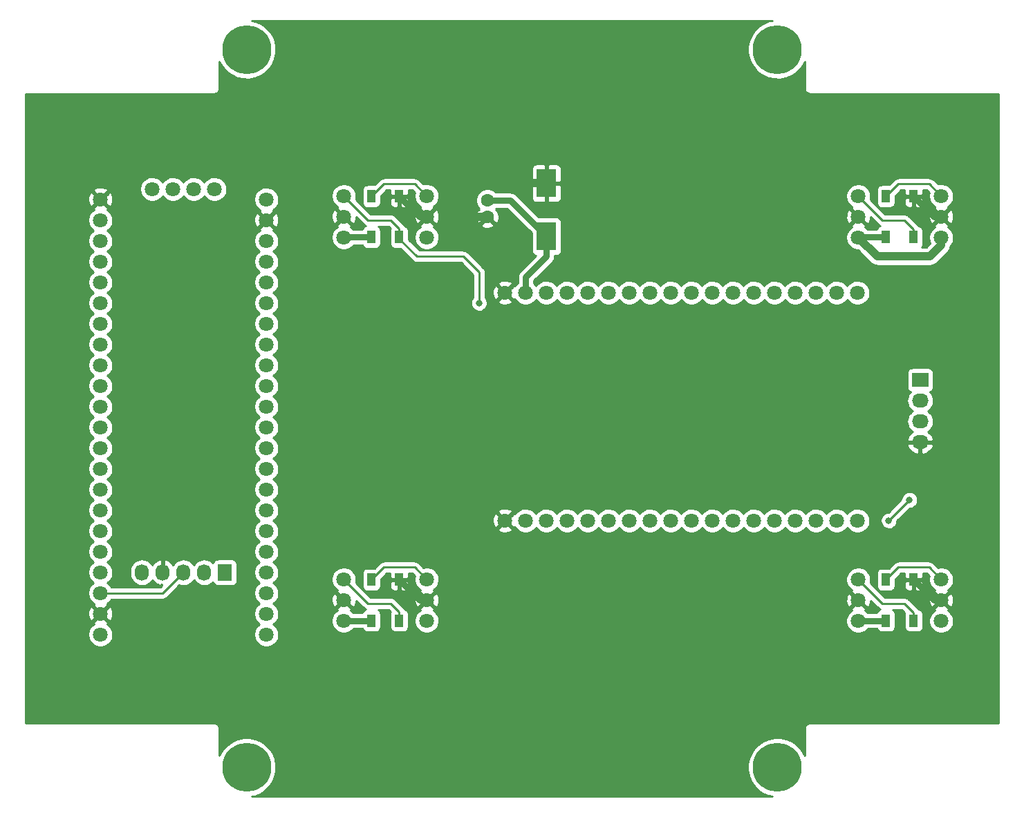
<source format=gbr>
G04 #@! TF.FileFunction,Copper,L1,Top,Signal*
%FSLAX46Y46*%
G04 Gerber Fmt 4.6, Leading zero omitted, Abs format (unit mm)*
G04 Created by KiCad (PCBNEW (2015-05-13 BZR 5653)-product) date Tue 26 May 2015 04:41:06 PM CEST*
%MOMM*%
G01*
G04 APERTURE LIST*
%ADD10C,0.100000*%
%ADD11C,1.800000*%
%ADD12R,2.032000X1.727200*%
%ADD13O,2.032000X1.727200*%
%ADD14R,2.400300X3.500120*%
%ADD15C,1.600000*%
%ADD16R,1.000000X1.600000*%
%ADD17C,6.000000*%
%ADD18R,1.727200X2.032000*%
%ADD19O,1.727200X2.032000*%
%ADD20C,0.800000*%
%ADD21C,0.750000*%
%ADD22C,1.000000*%
%ADD23C,0.250000*%
G04 APERTURE END LIST*
D10*
D11*
X71120000Y-55880000D03*
X71120000Y-58420000D03*
X71120000Y-60960000D03*
X71120000Y-63500000D03*
X71120000Y-66040000D03*
X71120000Y-68580000D03*
X71120000Y-71120000D03*
X71120000Y-73660000D03*
X71120000Y-76200000D03*
X71120000Y-78740000D03*
X71120000Y-81280000D03*
X71120000Y-83820000D03*
X71120000Y-86360000D03*
X71120000Y-88900000D03*
X71120000Y-91440000D03*
X71120000Y-93980000D03*
X71120000Y-96520000D03*
X71120000Y-99060000D03*
X71120000Y-101600000D03*
X71120000Y-104140000D03*
X71120000Y-106680000D03*
X71120000Y-109220000D03*
X91440000Y-109220000D03*
X91440000Y-106680000D03*
X91440000Y-104140000D03*
X91440000Y-101600000D03*
X91440000Y-99060000D03*
X91440000Y-96520000D03*
X91440000Y-93980000D03*
X91440000Y-91440000D03*
X91440000Y-88900000D03*
X91440000Y-86360000D03*
X91440000Y-83820000D03*
X91440000Y-81280000D03*
X91440000Y-78740000D03*
X91440000Y-76200000D03*
X91440000Y-73660000D03*
X91440000Y-68580000D03*
X91440000Y-66040000D03*
X91440000Y-63500000D03*
X91440000Y-60960000D03*
X91440000Y-58420000D03*
X91440000Y-55880000D03*
X91440000Y-71120000D03*
X85090000Y-54610000D03*
X82550000Y-54610000D03*
X80010000Y-54610000D03*
X77470000Y-54610000D03*
D12*
X171500000Y-78000000D03*
D13*
X171500000Y-80540000D03*
X171500000Y-83080000D03*
X171500000Y-85620000D03*
D14*
X125730000Y-60401200D03*
X125730000Y-53898800D03*
D11*
X120650000Y-95250000D03*
X123190000Y-95250000D03*
X125730000Y-95250000D03*
X128270000Y-95250000D03*
X130810000Y-95250000D03*
X133350000Y-95250000D03*
X135890000Y-95250000D03*
X138430000Y-95250000D03*
X140970000Y-95250000D03*
X143510000Y-95250000D03*
X146050000Y-95250000D03*
X148590000Y-95250000D03*
X151130000Y-95250000D03*
X153670000Y-95250000D03*
X156210000Y-95250000D03*
X158750000Y-95250000D03*
X161290000Y-95250000D03*
X163830000Y-95250000D03*
X163830000Y-67310000D03*
X161290000Y-67310000D03*
X158750000Y-67310000D03*
X156210000Y-67310000D03*
X153670000Y-67310000D03*
X151130000Y-67310000D03*
X148590000Y-67310000D03*
X146050000Y-67310000D03*
X143510000Y-67310000D03*
X140970000Y-67310000D03*
X138430000Y-67310000D03*
X135890000Y-67310000D03*
X133350000Y-67310000D03*
X130810000Y-67310000D03*
X128270000Y-67310000D03*
X125730000Y-67310000D03*
X123190000Y-67310000D03*
X120650000Y-67310000D03*
D15*
X118500000Y-58000000D03*
X118500000Y-56000000D03*
D11*
X111080000Y-107540000D03*
X111080000Y-105000000D03*
X111080000Y-102460000D03*
X100920000Y-102460000D03*
X100920000Y-105000000D03*
X100920000Y-107540000D03*
D16*
X104300000Y-107500000D03*
X107700000Y-107500000D03*
X107700000Y-102500000D03*
X104300000Y-102500000D03*
D11*
X111080000Y-60540000D03*
X111080000Y-58000000D03*
X111080000Y-55460000D03*
X100920000Y-55460000D03*
X100920000Y-58000000D03*
X100920000Y-60540000D03*
D16*
X104300000Y-60500000D03*
X107700000Y-60500000D03*
X107700000Y-55500000D03*
X104300000Y-55500000D03*
D11*
X174080000Y-60540000D03*
X174080000Y-58000000D03*
X174080000Y-55460000D03*
X163920000Y-55460000D03*
X163920000Y-58000000D03*
X163920000Y-60540000D03*
D16*
X167300000Y-60500000D03*
X170700000Y-60500000D03*
X170700000Y-55500000D03*
X167300000Y-55500000D03*
D11*
X174080000Y-107540000D03*
X174080000Y-105000000D03*
X174080000Y-102460000D03*
X163920000Y-102460000D03*
X163920000Y-105000000D03*
X163920000Y-107540000D03*
D16*
X167300000Y-107500000D03*
X170700000Y-107500000D03*
X170700000Y-102500000D03*
X167300000Y-102500000D03*
D17*
X89000000Y-37500000D03*
X154000000Y-37500000D03*
X89000000Y-125500000D03*
X154000000Y-125500000D03*
D18*
X86360000Y-101600000D03*
D19*
X83820000Y-101600000D03*
X81280000Y-101600000D03*
X78740000Y-101600000D03*
X76200000Y-101600000D03*
D20*
X117475000Y-68580000D03*
X167640000Y-95250000D03*
X170180000Y-92710000D03*
D21*
X121328800Y-56000000D02*
X125730000Y-60401200D01*
X125730000Y-60401200D02*
X125730000Y-62865000D01*
X174080000Y-60540000D02*
X174080000Y-61505000D01*
D22*
X174080000Y-61505000D02*
X172720000Y-62865000D01*
X172720000Y-62865000D02*
X166245000Y-62865000D01*
X166245000Y-62865000D02*
X163920000Y-60540000D01*
D21*
X100920000Y-60540000D02*
X100960000Y-60500000D01*
X100960000Y-60500000D02*
X104300000Y-60500000D01*
X100920000Y-107540000D02*
X100960000Y-107500000D01*
X100960000Y-107500000D02*
X104300000Y-107500000D01*
X163920000Y-107540000D02*
X163960000Y-107500000D01*
X163960000Y-107500000D02*
X167300000Y-107500000D01*
X163920000Y-60540000D02*
X163960000Y-60500000D01*
X163960000Y-60500000D02*
X167300000Y-60500000D01*
X125730000Y-62865000D02*
X123190000Y-65405000D01*
X123190000Y-65405000D02*
X123190000Y-67310000D01*
X118500000Y-56000000D02*
X121328800Y-56000000D01*
X107700000Y-55500000D02*
X110200000Y-58000000D01*
X110200000Y-58000000D02*
X111080000Y-58000000D01*
X107700000Y-102500000D02*
X110200000Y-105000000D01*
X110200000Y-105000000D02*
X111080000Y-105000000D01*
X170700000Y-102500000D02*
X173200000Y-105000000D01*
X173200000Y-105000000D02*
X174080000Y-105000000D01*
X170700000Y-55500000D02*
X173200000Y-58000000D01*
X173200000Y-58000000D02*
X174080000Y-58000000D01*
D22*
X117551200Y-53898800D02*
X116205000Y-55245000D01*
X116205000Y-55245000D02*
X116205000Y-57150000D01*
X116205000Y-57150000D02*
X117055000Y-58000000D01*
X117055000Y-58000000D02*
X118500000Y-58000000D01*
X125730000Y-53898800D02*
X117551200Y-53898800D01*
D23*
X163920000Y-102460000D02*
X166870000Y-105410000D01*
X170700000Y-106565000D02*
X170700000Y-107500000D01*
X169545000Y-105410000D02*
X170700000Y-106565000D01*
X166870000Y-105410000D02*
X169545000Y-105410000D01*
X71120000Y-104140000D02*
X78740000Y-104140000D01*
X78740000Y-104140000D02*
X81280000Y-101600000D01*
X174080000Y-55460000D02*
X172595000Y-53975000D01*
X168825000Y-53975000D02*
X167300000Y-55500000D01*
X172595000Y-53975000D02*
X168825000Y-53975000D01*
X163920000Y-55460000D02*
X166880000Y-58420000D01*
X166880000Y-58420000D02*
X169545000Y-58420000D01*
X169545000Y-58420000D02*
X170700000Y-59575000D01*
X170700000Y-59575000D02*
X170700000Y-60500000D01*
X111080000Y-55460000D02*
X109595000Y-53975000D01*
X105825000Y-53975000D02*
X104300000Y-55500000D01*
X109595000Y-53975000D02*
X105825000Y-53975000D01*
X107700000Y-60500000D02*
X107700000Y-60710000D01*
X107700000Y-60710000D02*
X109855000Y-62865000D01*
X117475000Y-64770000D02*
X117475000Y-68580000D01*
X115570000Y-62865000D02*
X117475000Y-64770000D01*
X109855000Y-62865000D02*
X115570000Y-62865000D01*
X107700000Y-60500000D02*
X107950000Y-60750000D01*
X107700000Y-60500000D02*
X107950000Y-60750000D01*
X111080000Y-102460000D02*
X109585000Y-100965000D01*
X105835000Y-100965000D02*
X104300000Y-102500000D01*
X109585000Y-100965000D02*
X105835000Y-100965000D01*
X100920000Y-55460000D02*
X103880000Y-58420000D01*
X107700000Y-59440000D02*
X107700000Y-60500000D01*
X106680000Y-58420000D02*
X107700000Y-59440000D01*
X103880000Y-58420000D02*
X106680000Y-58420000D01*
X100920000Y-102460000D02*
X103870000Y-105410000D01*
X107700000Y-106430000D02*
X107700000Y-107500000D01*
X106680000Y-105410000D02*
X107700000Y-106430000D01*
X103870000Y-105410000D02*
X106680000Y-105410000D01*
X174080000Y-102460000D02*
X172585000Y-100965000D01*
X168835000Y-100965000D02*
X167300000Y-102500000D01*
X172585000Y-100965000D02*
X168835000Y-100965000D01*
X167640000Y-95250000D02*
X170180000Y-92710000D01*
G36*
X181075000Y-120075000D02*
X175611001Y-120075000D01*
X175611001Y-104935056D01*
X175611001Y-57935056D01*
X175605066Y-57893113D01*
X175605066Y-55310466D01*
X175546976Y-55017094D01*
X175433010Y-54740592D01*
X175267509Y-54491492D01*
X175056775Y-54279282D01*
X174808837Y-54112045D01*
X174533137Y-53996151D01*
X174240177Y-53936016D01*
X173941117Y-53933928D01*
X173666897Y-53986237D01*
X173125330Y-53444670D01*
X173071839Y-53400733D01*
X173018725Y-53356165D01*
X173015266Y-53354263D01*
X173012221Y-53351762D01*
X172951174Y-53319028D01*
X172890456Y-53285648D01*
X172886698Y-53284455D01*
X172883222Y-53282592D01*
X172816953Y-53262331D01*
X172750934Y-53241389D01*
X172747016Y-53240949D01*
X172743243Y-53239796D01*
X172674284Y-53232791D01*
X172605472Y-53225073D01*
X172597768Y-53225019D01*
X172597618Y-53225004D01*
X172597477Y-53225017D01*
X172595000Y-53225000D01*
X168825000Y-53225000D01*
X168756089Y-53231756D01*
X168687037Y-53237799D01*
X168683250Y-53238898D01*
X168679324Y-53239284D01*
X168612996Y-53259308D01*
X168546474Y-53278635D01*
X168542971Y-53280450D01*
X168539197Y-53281590D01*
X168478056Y-53314099D01*
X168416521Y-53345996D01*
X168413436Y-53348458D01*
X168409956Y-53350309D01*
X168356287Y-53394080D01*
X168302127Y-53437316D01*
X168296638Y-53442728D01*
X168296524Y-53442822D01*
X168296435Y-53442928D01*
X168294670Y-53444670D01*
X167667364Y-54071976D01*
X166800000Y-54071976D01*
X166698580Y-54080219D01*
X166530274Y-54132847D01*
X166383235Y-54230191D01*
X166269053Y-54364575D01*
X166196733Y-54525405D01*
X166171976Y-54700000D01*
X166171976Y-56300000D01*
X166180219Y-56401420D01*
X166232847Y-56569726D01*
X166330191Y-56716765D01*
X166464575Y-56830947D01*
X166625405Y-56903267D01*
X166800000Y-56928024D01*
X167800000Y-56928024D01*
X167901420Y-56919781D01*
X168069726Y-56867153D01*
X168216765Y-56769809D01*
X168330947Y-56635425D01*
X168403267Y-56474595D01*
X168428024Y-56300000D01*
X168428024Y-55432636D01*
X169135660Y-54725000D01*
X169575000Y-54725000D01*
X169575000Y-55218750D01*
X169731250Y-55375000D01*
X170575000Y-55375000D01*
X170575000Y-55355000D01*
X170825000Y-55355000D01*
X170825000Y-55375000D01*
X171668750Y-55375000D01*
X171825000Y-55218750D01*
X171825000Y-54725000D01*
X172284340Y-54725000D01*
X172608244Y-55048904D01*
X172557171Y-55289187D01*
X172552995Y-55588226D01*
X172606983Y-55882381D01*
X172717077Y-56160447D01*
X172879085Y-56411834D01*
X173086835Y-56626965D01*
X173263717Y-56749901D01*
X173199341Y-56942564D01*
X174080000Y-57823223D01*
X174960659Y-56942564D01*
X174895819Y-56748513D01*
X175023427Y-56667531D01*
X175240003Y-56461288D01*
X175412396Y-56216906D01*
X175534038Y-55943694D01*
X175600296Y-55652058D01*
X175605066Y-55310466D01*
X175605066Y-57893113D01*
X175568913Y-57637621D01*
X175469608Y-57354112D01*
X175389062Y-57203419D01*
X175137436Y-57119341D01*
X174256777Y-58000000D01*
X175137436Y-58880659D01*
X175389062Y-58796581D01*
X175519314Y-58525889D01*
X175594253Y-58234988D01*
X175611001Y-57935056D01*
X175611001Y-104935056D01*
X175605066Y-104893113D01*
X175605066Y-102310466D01*
X175605066Y-60390466D01*
X175546976Y-60097094D01*
X175433010Y-59820592D01*
X175267509Y-59571492D01*
X175056775Y-59359282D01*
X174896029Y-59250857D01*
X174960659Y-59057436D01*
X174080000Y-58176777D01*
X173903223Y-58353554D01*
X173903223Y-58000000D01*
X173022564Y-57119341D01*
X172770938Y-57203419D01*
X172640686Y-57474111D01*
X172565747Y-57765012D01*
X172548999Y-58064944D01*
X172591087Y-58362379D01*
X172690392Y-58645888D01*
X172770938Y-58796581D01*
X173022564Y-58880659D01*
X173903223Y-58000000D01*
X173903223Y-58353554D01*
X173199341Y-59057436D01*
X173264124Y-59251318D01*
X173119805Y-59345759D01*
X172906130Y-59555006D01*
X172737166Y-59801771D01*
X172619351Y-60076655D01*
X172557171Y-60369187D01*
X172552995Y-60668226D01*
X172606983Y-60962381D01*
X172717077Y-61240447D01*
X172731375Y-61262634D01*
X172254010Y-61740000D01*
X171642092Y-61740000D01*
X171730947Y-61635425D01*
X171803267Y-61474595D01*
X171828024Y-61300000D01*
X171828024Y-59700000D01*
X171825000Y-59662793D01*
X171825000Y-56361557D01*
X171825000Y-55781250D01*
X171668750Y-55625000D01*
X170825000Y-55625000D01*
X170825000Y-56768750D01*
X170981250Y-56925000D01*
X171138443Y-56925000D01*
X171261557Y-56925000D01*
X171382306Y-56900982D01*
X171496049Y-56853868D01*
X171598414Y-56785469D01*
X171685469Y-56698414D01*
X171753868Y-56596048D01*
X171800982Y-56482306D01*
X171825000Y-56361557D01*
X171825000Y-59662793D01*
X171819781Y-59598580D01*
X171767153Y-59430274D01*
X171669809Y-59283235D01*
X171535425Y-59169053D01*
X171374595Y-59096733D01*
X171260362Y-59080535D01*
X171237684Y-59052127D01*
X171232271Y-59046638D01*
X171232178Y-59046524D01*
X171232071Y-59046435D01*
X171230330Y-59044670D01*
X170575000Y-58389340D01*
X170575000Y-56768750D01*
X170575000Y-55625000D01*
X169731250Y-55625000D01*
X169575000Y-55781250D01*
X169575000Y-56361557D01*
X169599018Y-56482306D01*
X169646132Y-56596048D01*
X169714531Y-56698414D01*
X169801586Y-56785469D01*
X169903951Y-56853868D01*
X170017694Y-56900982D01*
X170138443Y-56925000D01*
X170261557Y-56925000D01*
X170418750Y-56925000D01*
X170575000Y-56768750D01*
X170575000Y-58389340D01*
X170075330Y-57889670D01*
X170021839Y-57845733D01*
X169968725Y-57801165D01*
X169965266Y-57799263D01*
X169962221Y-57796762D01*
X169901174Y-57764028D01*
X169840456Y-57730648D01*
X169836698Y-57729455D01*
X169833222Y-57727592D01*
X169766953Y-57707331D01*
X169700934Y-57686389D01*
X169697016Y-57685949D01*
X169693243Y-57684796D01*
X169624284Y-57677791D01*
X169555472Y-57670073D01*
X169547768Y-57670019D01*
X169547618Y-57670004D01*
X169547477Y-57670017D01*
X169545000Y-57670000D01*
X167190660Y-57670000D01*
X165390758Y-55870098D01*
X165440296Y-55652058D01*
X165445066Y-55310466D01*
X165386976Y-55017094D01*
X165273010Y-54740592D01*
X165107509Y-54491492D01*
X164896775Y-54279282D01*
X164648837Y-54112045D01*
X164373137Y-53996151D01*
X164080177Y-53936016D01*
X163781117Y-53933928D01*
X163487346Y-53989967D01*
X163210055Y-54102000D01*
X162959805Y-54265759D01*
X162746130Y-54475006D01*
X162577166Y-54721771D01*
X162459351Y-54996655D01*
X162397171Y-55289187D01*
X162392995Y-55588226D01*
X162446983Y-55882381D01*
X162557077Y-56160447D01*
X162719085Y-56411834D01*
X162926835Y-56626965D01*
X163103717Y-56749901D01*
X163039341Y-56942564D01*
X163920000Y-57823223D01*
X163934141Y-57809080D01*
X164110918Y-57985857D01*
X164096777Y-58000000D01*
X164977436Y-58880659D01*
X165229062Y-58796581D01*
X165359314Y-58525889D01*
X165434253Y-58234988D01*
X165444834Y-58045494D01*
X166349670Y-58950330D01*
X166403160Y-58994266D01*
X166456275Y-59038835D01*
X166459733Y-59040736D01*
X166462779Y-59043238D01*
X166523825Y-59075971D01*
X166584544Y-59109352D01*
X166588301Y-59110544D01*
X166591778Y-59112408D01*
X166593730Y-59113004D01*
X166530274Y-59132847D01*
X166383235Y-59230191D01*
X166269053Y-59364575D01*
X166208156Y-59500000D01*
X165036514Y-59500000D01*
X164896775Y-59359282D01*
X164736029Y-59250857D01*
X164800659Y-59057436D01*
X163920000Y-58176777D01*
X163743223Y-58353554D01*
X163743223Y-58000000D01*
X162862564Y-57119341D01*
X162610938Y-57203419D01*
X162480686Y-57474111D01*
X162405747Y-57765012D01*
X162388999Y-58064944D01*
X162431087Y-58362379D01*
X162530392Y-58645888D01*
X162610938Y-58796581D01*
X162862564Y-58880659D01*
X163743223Y-58000000D01*
X163743223Y-58353554D01*
X163039341Y-59057436D01*
X163104124Y-59251318D01*
X162959805Y-59345759D01*
X162746130Y-59555006D01*
X162577166Y-59801771D01*
X162459351Y-60076655D01*
X162397171Y-60369187D01*
X162392995Y-60668226D01*
X162446983Y-60962381D01*
X162557077Y-61240447D01*
X162719085Y-61491834D01*
X162926835Y-61706965D01*
X163172414Y-61877647D01*
X163446469Y-61997379D01*
X163738560Y-62061599D01*
X163853006Y-62063996D01*
X165449505Y-63660495D01*
X165529788Y-63726440D01*
X165609412Y-63793253D01*
X165614597Y-63796103D01*
X165619168Y-63799858D01*
X165710724Y-63848950D01*
X165801815Y-63899027D01*
X165807456Y-63900816D01*
X165812668Y-63903611D01*
X165912013Y-63933984D01*
X166011099Y-63965416D01*
X166016979Y-63966075D01*
X166022636Y-63967805D01*
X166126029Y-63978307D01*
X166229293Y-63989890D01*
X166240856Y-63989970D01*
X166241073Y-63989993D01*
X166241274Y-63989973D01*
X166245000Y-63990000D01*
X172720000Y-63990000D01*
X172823423Y-63979859D01*
X172926945Y-63970803D01*
X172932627Y-63969152D01*
X172938514Y-63968575D01*
X173037971Y-63938546D01*
X173137788Y-63909547D01*
X173143042Y-63906823D01*
X173148704Y-63905114D01*
X173240393Y-63856361D01*
X173332719Y-63808505D01*
X173337347Y-63804810D01*
X173342565Y-63802036D01*
X173423047Y-63736396D01*
X173504311Y-63671524D01*
X173512545Y-63663403D01*
X173512713Y-63663267D01*
X173512841Y-63663111D01*
X173515495Y-63660495D01*
X174875495Y-62300495D01*
X175014858Y-62130833D01*
X175118611Y-61937332D01*
X175182804Y-61727365D01*
X175197603Y-61581664D01*
X175240003Y-61541288D01*
X175412396Y-61296906D01*
X175534038Y-61023694D01*
X175600296Y-60732058D01*
X175605066Y-60390466D01*
X175605066Y-102310466D01*
X175546976Y-102017094D01*
X175433010Y-101740592D01*
X175267509Y-101491492D01*
X175056775Y-101279282D01*
X174808837Y-101112045D01*
X174533137Y-100996151D01*
X174240177Y-100936016D01*
X173941117Y-100933928D01*
X173666897Y-100986237D01*
X173148904Y-100468244D01*
X173148904Y-83090392D01*
X173122573Y-82801064D01*
X173040546Y-82522361D01*
X172905947Y-82264897D01*
X172723904Y-82038481D01*
X172501350Y-81851736D01*
X172426441Y-81810554D01*
X172484119Y-81779887D01*
X172709258Y-81596267D01*
X172894445Y-81372415D01*
X173032625Y-81116856D01*
X173118536Y-80839325D01*
X173148904Y-80550392D01*
X173122573Y-80261064D01*
X173040546Y-79982361D01*
X172905947Y-79724897D01*
X172723904Y-79498481D01*
X172681885Y-79463223D01*
X172785726Y-79430753D01*
X172932765Y-79333409D01*
X173046947Y-79199025D01*
X173119267Y-79038195D01*
X173144024Y-78863600D01*
X173144024Y-77136400D01*
X173135781Y-77034980D01*
X173083153Y-76866674D01*
X172985809Y-76719635D01*
X172851425Y-76605453D01*
X172690595Y-76533133D01*
X172516000Y-76508376D01*
X170484000Y-76508376D01*
X170382580Y-76516619D01*
X170214274Y-76569247D01*
X170067235Y-76666591D01*
X169953053Y-76800975D01*
X169880733Y-76961805D01*
X169855976Y-77136400D01*
X169855976Y-78863600D01*
X169864219Y-78965020D01*
X169916847Y-79133326D01*
X170014191Y-79280365D01*
X170148575Y-79394547D01*
X170309405Y-79466867D01*
X170311122Y-79467110D01*
X170290742Y-79483733D01*
X170105555Y-79707585D01*
X169967375Y-79963144D01*
X169881464Y-80240675D01*
X169851096Y-80529608D01*
X169877427Y-80818936D01*
X169959454Y-81097639D01*
X170094053Y-81355103D01*
X170276096Y-81581519D01*
X170498650Y-81768264D01*
X170573558Y-81809445D01*
X170515881Y-81840113D01*
X170290742Y-82023733D01*
X170105555Y-82247585D01*
X169967375Y-82503144D01*
X169881464Y-82780675D01*
X169851096Y-83069608D01*
X169877427Y-83358936D01*
X169959454Y-83637639D01*
X170094053Y-83895103D01*
X170276096Y-84121519D01*
X170498650Y-84308264D01*
X170573455Y-84349388D01*
X170356478Y-84507445D01*
X170158473Y-84722181D01*
X170006166Y-84971420D01*
X169905410Y-85245583D01*
X169902075Y-85264493D01*
X170021127Y-85495000D01*
X171375000Y-85495000D01*
X171375000Y-85475000D01*
X171625000Y-85475000D01*
X171625000Y-85495000D01*
X172978873Y-85495000D01*
X173097925Y-85264493D01*
X173094590Y-85245583D01*
X172993834Y-84971420D01*
X172841527Y-84722181D01*
X172643522Y-84507445D01*
X172427426Y-84350030D01*
X172484119Y-84319887D01*
X172709258Y-84136267D01*
X172894445Y-83912415D01*
X173032625Y-83656856D01*
X173118536Y-83379325D01*
X173148904Y-83090392D01*
X173148904Y-100468244D01*
X173115330Y-100434670D01*
X173097925Y-100420373D01*
X173097925Y-85975507D01*
X172978873Y-85745000D01*
X171625000Y-85745000D01*
X171625000Y-86953499D01*
X171858385Y-87095694D01*
X172142321Y-87027153D01*
X172407429Y-86904536D01*
X172643522Y-86732555D01*
X172841527Y-86517819D01*
X172993834Y-86268580D01*
X173094590Y-85994417D01*
X173097925Y-85975507D01*
X173097925Y-100420373D01*
X173061839Y-100390733D01*
X173008725Y-100346165D01*
X173005266Y-100344263D01*
X173002221Y-100341762D01*
X172941174Y-100309028D01*
X172880456Y-100275648D01*
X172876698Y-100274455D01*
X172873222Y-100272592D01*
X172806953Y-100252331D01*
X172740934Y-100231389D01*
X172737016Y-100230949D01*
X172733243Y-100229796D01*
X172664284Y-100222791D01*
X172595472Y-100215073D01*
X172587768Y-100215019D01*
X172587618Y-100215004D01*
X172587477Y-100215017D01*
X172585000Y-100215000D01*
X171375000Y-100215000D01*
X171375000Y-86953499D01*
X171375000Y-85745000D01*
X170021127Y-85745000D01*
X169902075Y-85975507D01*
X169905410Y-85994417D01*
X170006166Y-86268580D01*
X170158473Y-86517819D01*
X170356478Y-86732555D01*
X170592571Y-86904536D01*
X170857679Y-87027153D01*
X171141615Y-87095694D01*
X171375000Y-86953499D01*
X171375000Y-100215000D01*
X171205044Y-100215000D01*
X171205044Y-92609494D01*
X171166001Y-92412309D01*
X171089401Y-92226463D01*
X170978162Y-92059035D01*
X170836521Y-91916402D01*
X170669874Y-91803997D01*
X170484567Y-91726101D01*
X170287660Y-91685682D01*
X170086652Y-91684279D01*
X169889200Y-91721945D01*
X169702824Y-91797246D01*
X169534623Y-91907313D01*
X169391005Y-92047954D01*
X169277439Y-92213813D01*
X169198252Y-92398571D01*
X169156459Y-92595191D01*
X169155358Y-92673981D01*
X167604656Y-94224683D01*
X167546652Y-94224279D01*
X167349200Y-94261945D01*
X167162824Y-94337246D01*
X166994623Y-94447313D01*
X166851005Y-94587954D01*
X166737439Y-94753813D01*
X166658252Y-94938571D01*
X166616459Y-95135191D01*
X166613652Y-95336185D01*
X166649939Y-95533895D01*
X166723937Y-95720793D01*
X166832827Y-95889757D01*
X166972462Y-96034354D01*
X167137524Y-96149075D01*
X167321725Y-96229550D01*
X167518049Y-96272715D01*
X167719018Y-96276924D01*
X167916977Y-96242019D01*
X168104386Y-96169328D01*
X168274107Y-96061620D01*
X168419675Y-95922997D01*
X168535545Y-95758740D01*
X168617304Y-95575106D01*
X168661838Y-95379088D01*
X168663116Y-95287543D01*
X170214664Y-93735995D01*
X170259018Y-93736924D01*
X170456977Y-93702019D01*
X170644386Y-93629328D01*
X170814107Y-93521620D01*
X170959675Y-93382997D01*
X171075545Y-93218740D01*
X171157304Y-93035106D01*
X171201838Y-92839088D01*
X171205044Y-92609494D01*
X171205044Y-100215000D01*
X168835000Y-100215000D01*
X168766089Y-100221756D01*
X168697037Y-100227799D01*
X168693250Y-100228898D01*
X168689324Y-100229284D01*
X168622996Y-100249308D01*
X168556474Y-100268635D01*
X168552972Y-100270450D01*
X168549197Y-100271590D01*
X168488017Y-100304119D01*
X168426521Y-100335997D01*
X168423440Y-100338456D01*
X168419956Y-100340309D01*
X168366253Y-100384107D01*
X168312126Y-100427317D01*
X168306638Y-100432728D01*
X168306524Y-100432822D01*
X168306435Y-100432928D01*
X168304670Y-100434670D01*
X167667364Y-101071976D01*
X166800000Y-101071976D01*
X166698580Y-101080219D01*
X166530274Y-101132847D01*
X166383235Y-101230191D01*
X166269053Y-101364575D01*
X166196733Y-101525405D01*
X166171976Y-101700000D01*
X166171976Y-103300000D01*
X166180219Y-103401420D01*
X166232847Y-103569726D01*
X166330191Y-103716765D01*
X166464575Y-103830947D01*
X166625405Y-103903267D01*
X166800000Y-103928024D01*
X167800000Y-103928024D01*
X167901420Y-103919781D01*
X168069726Y-103867153D01*
X168216765Y-103769809D01*
X168330947Y-103635425D01*
X168403267Y-103474595D01*
X168428024Y-103300000D01*
X168428024Y-102432636D01*
X169145660Y-101715000D01*
X169575000Y-101715000D01*
X169575000Y-102218750D01*
X169731250Y-102375000D01*
X170575000Y-102375000D01*
X170575000Y-102355000D01*
X170825000Y-102355000D01*
X170825000Y-102375000D01*
X171668750Y-102375000D01*
X171825000Y-102218750D01*
X171825000Y-101715000D01*
X172274340Y-101715000D01*
X172608244Y-102048904D01*
X172557171Y-102289187D01*
X172552995Y-102588226D01*
X172606983Y-102882381D01*
X172717077Y-103160447D01*
X172879085Y-103411834D01*
X173086835Y-103626965D01*
X173263717Y-103749901D01*
X173199341Y-103942564D01*
X174080000Y-104823223D01*
X174960659Y-103942564D01*
X174895819Y-103748513D01*
X175023427Y-103667531D01*
X175240003Y-103461288D01*
X175412396Y-103216906D01*
X175534038Y-102943694D01*
X175600296Y-102652058D01*
X175605066Y-102310466D01*
X175605066Y-104893113D01*
X175568913Y-104637621D01*
X175469608Y-104354112D01*
X175389062Y-104203419D01*
X175137436Y-104119341D01*
X174256777Y-105000000D01*
X175137436Y-105880659D01*
X175389062Y-105796581D01*
X175519314Y-105525889D01*
X175594253Y-105234988D01*
X175611001Y-104935056D01*
X175611001Y-120075000D01*
X175605066Y-120075000D01*
X175605066Y-107390466D01*
X175546976Y-107097094D01*
X175433010Y-106820592D01*
X175267509Y-106571492D01*
X175056775Y-106359282D01*
X174896029Y-106250857D01*
X174960659Y-106057436D01*
X174080000Y-105176777D01*
X173903223Y-105353554D01*
X173903223Y-105000000D01*
X173022564Y-104119341D01*
X172770938Y-104203419D01*
X172640686Y-104474111D01*
X172565747Y-104765012D01*
X172548999Y-105064944D01*
X172591087Y-105362379D01*
X172690392Y-105645888D01*
X172770938Y-105796581D01*
X173022564Y-105880659D01*
X173903223Y-105000000D01*
X173903223Y-105353554D01*
X173199341Y-106057436D01*
X173264124Y-106251318D01*
X173119805Y-106345759D01*
X172906130Y-106555006D01*
X172737166Y-106801771D01*
X172619351Y-107076655D01*
X172557171Y-107369187D01*
X172552995Y-107668226D01*
X172606983Y-107962381D01*
X172717077Y-108240447D01*
X172879085Y-108491834D01*
X173086835Y-108706965D01*
X173332414Y-108877647D01*
X173606469Y-108997379D01*
X173898560Y-109061599D01*
X174197563Y-109067863D01*
X174492087Y-109015930D01*
X174770915Y-108907780D01*
X175023427Y-108747531D01*
X175240003Y-108541288D01*
X175412396Y-108296906D01*
X175534038Y-108023694D01*
X175600296Y-107732058D01*
X175605066Y-107390466D01*
X175605066Y-120075000D01*
X171828024Y-120075000D01*
X171828024Y-108300000D01*
X171828024Y-106700000D01*
X171825000Y-106662793D01*
X171825000Y-103361557D01*
X171825000Y-102781250D01*
X171668750Y-102625000D01*
X170825000Y-102625000D01*
X170825000Y-103768750D01*
X170981250Y-103925000D01*
X171138443Y-103925000D01*
X171261557Y-103925000D01*
X171382306Y-103900982D01*
X171496049Y-103853868D01*
X171598414Y-103785469D01*
X171685469Y-103698414D01*
X171753868Y-103596048D01*
X171800982Y-103482306D01*
X171825000Y-103361557D01*
X171825000Y-106662793D01*
X171819781Y-106598580D01*
X171767153Y-106430274D01*
X171669809Y-106283235D01*
X171535425Y-106169053D01*
X171374595Y-106096733D01*
X171269363Y-106081811D01*
X171237684Y-106042127D01*
X171232271Y-106036638D01*
X171232178Y-106036524D01*
X171232071Y-106036435D01*
X171230330Y-106034670D01*
X170575000Y-105379340D01*
X170575000Y-103768750D01*
X170575000Y-102625000D01*
X169731250Y-102625000D01*
X169575000Y-102781250D01*
X169575000Y-103361557D01*
X169599018Y-103482306D01*
X169646132Y-103596048D01*
X169714531Y-103698414D01*
X169801586Y-103785469D01*
X169903951Y-103853868D01*
X170017694Y-103900982D01*
X170138443Y-103925000D01*
X170261557Y-103925000D01*
X170418750Y-103925000D01*
X170575000Y-103768750D01*
X170575000Y-105379340D01*
X170075330Y-104879670D01*
X170021839Y-104835733D01*
X169968725Y-104791165D01*
X169965266Y-104789263D01*
X169962221Y-104786762D01*
X169901174Y-104754028D01*
X169840456Y-104720648D01*
X169836698Y-104719455D01*
X169833222Y-104717592D01*
X169766953Y-104697331D01*
X169700934Y-104676389D01*
X169697016Y-104675949D01*
X169693243Y-104674796D01*
X169624284Y-104667791D01*
X169555472Y-104660073D01*
X169547768Y-104660019D01*
X169547618Y-104660004D01*
X169547477Y-104660017D01*
X169545000Y-104660000D01*
X167180660Y-104660000D01*
X165390758Y-102870098D01*
X165440296Y-102652058D01*
X165445066Y-102310466D01*
X165386976Y-102017094D01*
X165355066Y-101939674D01*
X165355066Y-95100466D01*
X165355066Y-67160466D01*
X165296976Y-66867094D01*
X165183010Y-66590592D01*
X165017509Y-66341492D01*
X164806775Y-66129282D01*
X164558837Y-65962045D01*
X164283137Y-65846151D01*
X163990177Y-65786016D01*
X163691117Y-65783928D01*
X163397346Y-65839967D01*
X163120055Y-65952000D01*
X162869805Y-66115759D01*
X162656130Y-66325006D01*
X162559915Y-66465523D01*
X162477509Y-66341492D01*
X162266775Y-66129282D01*
X162018837Y-65962045D01*
X161743137Y-65846151D01*
X161450177Y-65786016D01*
X161151117Y-65783928D01*
X160857346Y-65839967D01*
X160580055Y-65952000D01*
X160329805Y-66115759D01*
X160116130Y-66325006D01*
X160019915Y-66465523D01*
X159937509Y-66341492D01*
X159726775Y-66129282D01*
X159478837Y-65962045D01*
X159203137Y-65846151D01*
X158910177Y-65786016D01*
X158611117Y-65783928D01*
X158317346Y-65839967D01*
X158040055Y-65952000D01*
X157789805Y-66115759D01*
X157576130Y-66325006D01*
X157479915Y-66465523D01*
X157397509Y-66341492D01*
X157186775Y-66129282D01*
X156938837Y-65962045D01*
X156663137Y-65846151D01*
X156370177Y-65786016D01*
X156071117Y-65783928D01*
X155777346Y-65839967D01*
X155500055Y-65952000D01*
X155249805Y-66115759D01*
X155036130Y-66325006D01*
X154939915Y-66465523D01*
X154857509Y-66341492D01*
X154646775Y-66129282D01*
X154398837Y-65962045D01*
X154123137Y-65846151D01*
X153830177Y-65786016D01*
X153531117Y-65783928D01*
X153237346Y-65839967D01*
X152960055Y-65952000D01*
X152709805Y-66115759D01*
X152496130Y-66325006D01*
X152399915Y-66465523D01*
X152317509Y-66341492D01*
X152106775Y-66129282D01*
X151858837Y-65962045D01*
X151583137Y-65846151D01*
X151290177Y-65786016D01*
X150991117Y-65783928D01*
X150697346Y-65839967D01*
X150420055Y-65952000D01*
X150169805Y-66115759D01*
X149956130Y-66325006D01*
X149859915Y-66465523D01*
X149777509Y-66341492D01*
X149566775Y-66129282D01*
X149318837Y-65962045D01*
X149043137Y-65846151D01*
X148750177Y-65786016D01*
X148451117Y-65783928D01*
X148157346Y-65839967D01*
X147880055Y-65952000D01*
X147629805Y-66115759D01*
X147416130Y-66325006D01*
X147319915Y-66465523D01*
X147237509Y-66341492D01*
X147026775Y-66129282D01*
X146778837Y-65962045D01*
X146503137Y-65846151D01*
X146210177Y-65786016D01*
X145911117Y-65783928D01*
X145617346Y-65839967D01*
X145340055Y-65952000D01*
X145089805Y-66115759D01*
X144876130Y-66325006D01*
X144779915Y-66465523D01*
X144697509Y-66341492D01*
X144486775Y-66129282D01*
X144238837Y-65962045D01*
X143963137Y-65846151D01*
X143670177Y-65786016D01*
X143371117Y-65783928D01*
X143077346Y-65839967D01*
X142800055Y-65952000D01*
X142549805Y-66115759D01*
X142336130Y-66325006D01*
X142239915Y-66465523D01*
X142157509Y-66341492D01*
X141946775Y-66129282D01*
X141698837Y-65962045D01*
X141423137Y-65846151D01*
X141130177Y-65786016D01*
X140831117Y-65783928D01*
X140537346Y-65839967D01*
X140260055Y-65952000D01*
X140009805Y-66115759D01*
X139796130Y-66325006D01*
X139699915Y-66465523D01*
X139617509Y-66341492D01*
X139406775Y-66129282D01*
X139158837Y-65962045D01*
X138883137Y-65846151D01*
X138590177Y-65786016D01*
X138291117Y-65783928D01*
X137997346Y-65839967D01*
X137720055Y-65952000D01*
X137469805Y-66115759D01*
X137256130Y-66325006D01*
X137159915Y-66465523D01*
X137077509Y-66341492D01*
X136866775Y-66129282D01*
X136618837Y-65962045D01*
X136343137Y-65846151D01*
X136050177Y-65786016D01*
X135751117Y-65783928D01*
X135457346Y-65839967D01*
X135180055Y-65952000D01*
X134929805Y-66115759D01*
X134716130Y-66325006D01*
X134619915Y-66465523D01*
X134537509Y-66341492D01*
X134326775Y-66129282D01*
X134078837Y-65962045D01*
X133803137Y-65846151D01*
X133510177Y-65786016D01*
X133211117Y-65783928D01*
X132917346Y-65839967D01*
X132640055Y-65952000D01*
X132389805Y-66115759D01*
X132176130Y-66325006D01*
X132079915Y-66465523D01*
X131997509Y-66341492D01*
X131786775Y-66129282D01*
X131538837Y-65962045D01*
X131263137Y-65846151D01*
X130970177Y-65786016D01*
X130671117Y-65783928D01*
X130377346Y-65839967D01*
X130100055Y-65952000D01*
X129849805Y-66115759D01*
X129636130Y-66325006D01*
X129539915Y-66465523D01*
X129457509Y-66341492D01*
X129246775Y-66129282D01*
X128998837Y-65962045D01*
X128723137Y-65846151D01*
X128430177Y-65786016D01*
X128131117Y-65783928D01*
X127837346Y-65839967D01*
X127560055Y-65952000D01*
X127309805Y-66115759D01*
X127096130Y-66325006D01*
X126999915Y-66465523D01*
X126917509Y-66341492D01*
X126706775Y-66129282D01*
X126458837Y-65962045D01*
X126183137Y-65846151D01*
X125890177Y-65786016D01*
X125591117Y-65783928D01*
X125297346Y-65839967D01*
X125020055Y-65952000D01*
X124769805Y-66115759D01*
X124556130Y-66325006D01*
X124459915Y-66465523D01*
X124377509Y-66341492D01*
X124190000Y-66152669D01*
X124190000Y-65819213D01*
X126437106Y-63572107D01*
X126495733Y-63500733D01*
X126555113Y-63429967D01*
X126557645Y-63425360D01*
X126560984Y-63421296D01*
X126604647Y-63339864D01*
X126649135Y-63258942D01*
X126650724Y-63253931D01*
X126653210Y-63249296D01*
X126680210Y-63160981D01*
X126708148Y-63072912D01*
X126708734Y-63067682D01*
X126710271Y-63062657D01*
X126719601Y-62970805D01*
X126729903Y-62878962D01*
X126729974Y-62868683D01*
X126729994Y-62868491D01*
X126729976Y-62868311D01*
X126730000Y-62865000D01*
X126730000Y-62779284D01*
X126930150Y-62779284D01*
X127031570Y-62771041D01*
X127199876Y-62718413D01*
X127346915Y-62621069D01*
X127461097Y-62486685D01*
X127533417Y-62325855D01*
X127558174Y-62151260D01*
X127558174Y-58651140D01*
X127555150Y-58613933D01*
X127555150Y-55710417D01*
X127555150Y-54180050D01*
X127555150Y-53617550D01*
X127555150Y-52087183D01*
X127531132Y-51966434D01*
X127484018Y-51852692D01*
X127415619Y-51750326D01*
X127328564Y-51663271D01*
X127226199Y-51594872D01*
X127112456Y-51547758D01*
X126991707Y-51523740D01*
X126868593Y-51523740D01*
X126011250Y-51523740D01*
X125855000Y-51679990D01*
X125855000Y-53773800D01*
X127398900Y-53773800D01*
X127555150Y-53617550D01*
X127555150Y-54180050D01*
X127398900Y-54023800D01*
X125855000Y-54023800D01*
X125855000Y-56117610D01*
X126011250Y-56273860D01*
X126868593Y-56273860D01*
X126991707Y-56273860D01*
X127112456Y-56249842D01*
X127226199Y-56202728D01*
X127328564Y-56134329D01*
X127415619Y-56047274D01*
X127484018Y-55944908D01*
X127531132Y-55831166D01*
X127555150Y-55710417D01*
X127555150Y-58613933D01*
X127549931Y-58549720D01*
X127497303Y-58381414D01*
X127399959Y-58234375D01*
X127265575Y-58120193D01*
X127104745Y-58047873D01*
X126930150Y-58023116D01*
X125605000Y-58023116D01*
X125605000Y-56117610D01*
X125605000Y-54023800D01*
X125605000Y-53773800D01*
X125605000Y-51679990D01*
X125448750Y-51523740D01*
X124591407Y-51523740D01*
X124468293Y-51523740D01*
X124347544Y-51547758D01*
X124233801Y-51594872D01*
X124131436Y-51663271D01*
X124044381Y-51750326D01*
X123975982Y-51852692D01*
X123928868Y-51966434D01*
X123904850Y-52087183D01*
X123904850Y-53617550D01*
X124061100Y-53773800D01*
X125605000Y-53773800D01*
X125605000Y-54023800D01*
X124061100Y-54023800D01*
X123904850Y-54180050D01*
X123904850Y-55710417D01*
X123928868Y-55831166D01*
X123975982Y-55944908D01*
X124044381Y-56047274D01*
X124131436Y-56134329D01*
X124233801Y-56202728D01*
X124347544Y-56249842D01*
X124468293Y-56273860D01*
X124591407Y-56273860D01*
X125448750Y-56273860D01*
X125605000Y-56117610D01*
X125605000Y-58023116D01*
X124766130Y-58023116D01*
X122035907Y-55292893D01*
X121964503Y-55234241D01*
X121893767Y-55174887D01*
X121889160Y-55172354D01*
X121885096Y-55169016D01*
X121803664Y-55125352D01*
X121722742Y-55080865D01*
X121717731Y-55079275D01*
X121713096Y-55076790D01*
X121624781Y-55049789D01*
X121536712Y-55021852D01*
X121531482Y-55021265D01*
X121526457Y-55019729D01*
X121434605Y-55010398D01*
X121342762Y-55000097D01*
X121332483Y-55000025D01*
X121332291Y-55000006D01*
X121332111Y-55000023D01*
X121328800Y-55000000D01*
X119515299Y-55000000D01*
X119412724Y-54896706D01*
X119181044Y-54740436D01*
X118923423Y-54632142D01*
X118649674Y-54575949D01*
X118370224Y-54573998D01*
X118095717Y-54626363D01*
X117836609Y-54731050D01*
X117602769Y-54884070D01*
X117403105Y-55079596D01*
X117245221Y-55310179D01*
X117135131Y-55567038D01*
X117077029Y-55840388D01*
X117073127Y-56119818D01*
X117123574Y-56394684D01*
X117226449Y-56654516D01*
X117377833Y-56889418D01*
X117480311Y-56995538D01*
X117399535Y-57076315D01*
X117513932Y-57190712D01*
X117272521Y-57262693D01*
X117152265Y-57516330D01*
X117083802Y-57788553D01*
X117069763Y-58068903D01*
X117110686Y-58346604D01*
X117205000Y-58610986D01*
X117272521Y-58737307D01*
X117513935Y-58809288D01*
X118323223Y-58000000D01*
X118309081Y-57985858D01*
X118485857Y-57809081D01*
X118500000Y-57823223D01*
X118514141Y-57809080D01*
X118690919Y-57985858D01*
X118676777Y-58000000D01*
X119486065Y-58809288D01*
X119727479Y-58737307D01*
X119847735Y-58483670D01*
X119916198Y-58211447D01*
X119930237Y-57931097D01*
X119889314Y-57653396D01*
X119795000Y-57389014D01*
X119727479Y-57262693D01*
X119486067Y-57190712D01*
X119600465Y-57076315D01*
X119524150Y-57000000D01*
X120914586Y-57000000D01*
X123901826Y-59987240D01*
X123901826Y-62151260D01*
X123910069Y-62252680D01*
X123962697Y-62420986D01*
X124060041Y-62568025D01*
X124194425Y-62682207D01*
X124355255Y-62754527D01*
X124417441Y-62763344D01*
X122482893Y-64697893D01*
X122424241Y-64769296D01*
X122364887Y-64840033D01*
X122362354Y-64844639D01*
X122359016Y-64848704D01*
X122315352Y-64930135D01*
X122270865Y-65011058D01*
X122269275Y-65016068D01*
X122266790Y-65020704D01*
X122239789Y-65109018D01*
X122211852Y-65197088D01*
X122211265Y-65202317D01*
X122209729Y-65207343D01*
X122200398Y-65299194D01*
X122190097Y-65391038D01*
X122190025Y-65401316D01*
X122190006Y-65401509D01*
X122190023Y-65401688D01*
X122190000Y-65405000D01*
X122190000Y-66154739D01*
X122016130Y-66325006D01*
X121900515Y-66493856D01*
X121707436Y-66429341D01*
X121530659Y-66606118D01*
X121530659Y-66252564D01*
X121446581Y-66000938D01*
X121175889Y-65870686D01*
X120884988Y-65795747D01*
X120585056Y-65778999D01*
X120287621Y-65821087D01*
X120004112Y-65920392D01*
X119930237Y-65959878D01*
X119853419Y-66000938D01*
X119769341Y-66252564D01*
X120650000Y-67133223D01*
X121530659Y-66252564D01*
X121530659Y-66606118D01*
X120826777Y-67310000D01*
X121707436Y-68190659D01*
X121901439Y-68125834D01*
X121989085Y-68261834D01*
X122196835Y-68476965D01*
X122442414Y-68647647D01*
X122716469Y-68767379D01*
X123008560Y-68831599D01*
X123307563Y-68837863D01*
X123602087Y-68785930D01*
X123880915Y-68677780D01*
X124133427Y-68517531D01*
X124350003Y-68311288D01*
X124460243Y-68155012D01*
X124529085Y-68261834D01*
X124736835Y-68476965D01*
X124982414Y-68647647D01*
X125256469Y-68767379D01*
X125548560Y-68831599D01*
X125847563Y-68837863D01*
X126142087Y-68785930D01*
X126420915Y-68677780D01*
X126673427Y-68517531D01*
X126890003Y-68311288D01*
X127000243Y-68155012D01*
X127069085Y-68261834D01*
X127276835Y-68476965D01*
X127522414Y-68647647D01*
X127796469Y-68767379D01*
X128088560Y-68831599D01*
X128387563Y-68837863D01*
X128682087Y-68785930D01*
X128960915Y-68677780D01*
X129213427Y-68517531D01*
X129430003Y-68311288D01*
X129540243Y-68155012D01*
X129609085Y-68261834D01*
X129816835Y-68476965D01*
X130062414Y-68647647D01*
X130336469Y-68767379D01*
X130628560Y-68831599D01*
X130927563Y-68837863D01*
X131222087Y-68785930D01*
X131500915Y-68677780D01*
X131753427Y-68517531D01*
X131970003Y-68311288D01*
X132080243Y-68155012D01*
X132149085Y-68261834D01*
X132356835Y-68476965D01*
X132602414Y-68647647D01*
X132876469Y-68767379D01*
X133168560Y-68831599D01*
X133467563Y-68837863D01*
X133762087Y-68785930D01*
X134040915Y-68677780D01*
X134293427Y-68517531D01*
X134510003Y-68311288D01*
X134620243Y-68155012D01*
X134689085Y-68261834D01*
X134896835Y-68476965D01*
X135142414Y-68647647D01*
X135416469Y-68767379D01*
X135708560Y-68831599D01*
X136007563Y-68837863D01*
X136302087Y-68785930D01*
X136580915Y-68677780D01*
X136833427Y-68517531D01*
X137050003Y-68311288D01*
X137160243Y-68155012D01*
X137229085Y-68261834D01*
X137436835Y-68476965D01*
X137682414Y-68647647D01*
X137956469Y-68767379D01*
X138248560Y-68831599D01*
X138547563Y-68837863D01*
X138842087Y-68785930D01*
X139120915Y-68677780D01*
X139373427Y-68517531D01*
X139590003Y-68311288D01*
X139700243Y-68155012D01*
X139769085Y-68261834D01*
X139976835Y-68476965D01*
X140222414Y-68647647D01*
X140496469Y-68767379D01*
X140788560Y-68831599D01*
X141087563Y-68837863D01*
X141382087Y-68785930D01*
X141660915Y-68677780D01*
X141913427Y-68517531D01*
X142130003Y-68311288D01*
X142240243Y-68155012D01*
X142309085Y-68261834D01*
X142516835Y-68476965D01*
X142762414Y-68647647D01*
X143036469Y-68767379D01*
X143328560Y-68831599D01*
X143627563Y-68837863D01*
X143922087Y-68785930D01*
X144200915Y-68677780D01*
X144453427Y-68517531D01*
X144670003Y-68311288D01*
X144780243Y-68155012D01*
X144849085Y-68261834D01*
X145056835Y-68476965D01*
X145302414Y-68647647D01*
X145576469Y-68767379D01*
X145868560Y-68831599D01*
X146167563Y-68837863D01*
X146462087Y-68785930D01*
X146740915Y-68677780D01*
X146993427Y-68517531D01*
X147210003Y-68311288D01*
X147320243Y-68155012D01*
X147389085Y-68261834D01*
X147596835Y-68476965D01*
X147842414Y-68647647D01*
X148116469Y-68767379D01*
X148408560Y-68831599D01*
X148707563Y-68837863D01*
X149002087Y-68785930D01*
X149280915Y-68677780D01*
X149533427Y-68517531D01*
X149750003Y-68311288D01*
X149860243Y-68155012D01*
X149929085Y-68261834D01*
X150136835Y-68476965D01*
X150382414Y-68647647D01*
X150656469Y-68767379D01*
X150948560Y-68831599D01*
X151247563Y-68837863D01*
X151542087Y-68785930D01*
X151820915Y-68677780D01*
X152073427Y-68517531D01*
X152290003Y-68311288D01*
X152400243Y-68155012D01*
X152469085Y-68261834D01*
X152676835Y-68476965D01*
X152922414Y-68647647D01*
X153196469Y-68767379D01*
X153488560Y-68831599D01*
X153787563Y-68837863D01*
X154082087Y-68785930D01*
X154360915Y-68677780D01*
X154613427Y-68517531D01*
X154830003Y-68311288D01*
X154940243Y-68155012D01*
X155009085Y-68261834D01*
X155216835Y-68476965D01*
X155462414Y-68647647D01*
X155736469Y-68767379D01*
X156028560Y-68831599D01*
X156327563Y-68837863D01*
X156622087Y-68785930D01*
X156900915Y-68677780D01*
X157153427Y-68517531D01*
X157370003Y-68311288D01*
X157480243Y-68155012D01*
X157549085Y-68261834D01*
X157756835Y-68476965D01*
X158002414Y-68647647D01*
X158276469Y-68767379D01*
X158568560Y-68831599D01*
X158867563Y-68837863D01*
X159162087Y-68785930D01*
X159440915Y-68677780D01*
X159693427Y-68517531D01*
X159910003Y-68311288D01*
X160020243Y-68155012D01*
X160089085Y-68261834D01*
X160296835Y-68476965D01*
X160542414Y-68647647D01*
X160816469Y-68767379D01*
X161108560Y-68831599D01*
X161407563Y-68837863D01*
X161702087Y-68785930D01*
X161980915Y-68677780D01*
X162233427Y-68517531D01*
X162450003Y-68311288D01*
X162560243Y-68155012D01*
X162629085Y-68261834D01*
X162836835Y-68476965D01*
X163082414Y-68647647D01*
X163356469Y-68767379D01*
X163648560Y-68831599D01*
X163947563Y-68837863D01*
X164242087Y-68785930D01*
X164520915Y-68677780D01*
X164773427Y-68517531D01*
X164990003Y-68311288D01*
X165162396Y-68066906D01*
X165284038Y-67793694D01*
X165350296Y-67502058D01*
X165355066Y-67160466D01*
X165355066Y-95100466D01*
X165296976Y-94807094D01*
X165183010Y-94530592D01*
X165017509Y-94281492D01*
X164806775Y-94069282D01*
X164558837Y-93902045D01*
X164283137Y-93786151D01*
X163990177Y-93726016D01*
X163691117Y-93723928D01*
X163397346Y-93779967D01*
X163120055Y-93892000D01*
X162869805Y-94055759D01*
X162656130Y-94265006D01*
X162559915Y-94405523D01*
X162477509Y-94281492D01*
X162266775Y-94069282D01*
X162018837Y-93902045D01*
X161743137Y-93786151D01*
X161450177Y-93726016D01*
X161151117Y-93723928D01*
X160857346Y-93779967D01*
X160580055Y-93892000D01*
X160329805Y-94055759D01*
X160116130Y-94265006D01*
X160019915Y-94405523D01*
X159937509Y-94281492D01*
X159726775Y-94069282D01*
X159478837Y-93902045D01*
X159203137Y-93786151D01*
X158910177Y-93726016D01*
X158611117Y-93723928D01*
X158317346Y-93779967D01*
X158040055Y-93892000D01*
X157789805Y-94055759D01*
X157576130Y-94265006D01*
X157479915Y-94405523D01*
X157397509Y-94281492D01*
X157186775Y-94069282D01*
X156938837Y-93902045D01*
X156663137Y-93786151D01*
X156370177Y-93726016D01*
X156071117Y-93723928D01*
X155777346Y-93779967D01*
X155500055Y-93892000D01*
X155249805Y-94055759D01*
X155036130Y-94265006D01*
X154939915Y-94405523D01*
X154857509Y-94281492D01*
X154646775Y-94069282D01*
X154398837Y-93902045D01*
X154123137Y-93786151D01*
X153830177Y-93726016D01*
X153531117Y-93723928D01*
X153237346Y-93779967D01*
X152960055Y-93892000D01*
X152709805Y-94055759D01*
X152496130Y-94265006D01*
X152399915Y-94405523D01*
X152317509Y-94281492D01*
X152106775Y-94069282D01*
X151858837Y-93902045D01*
X151583137Y-93786151D01*
X151290177Y-93726016D01*
X150991117Y-93723928D01*
X150697346Y-93779967D01*
X150420055Y-93892000D01*
X150169805Y-94055759D01*
X149956130Y-94265006D01*
X149859915Y-94405523D01*
X149777509Y-94281492D01*
X149566775Y-94069282D01*
X149318837Y-93902045D01*
X149043137Y-93786151D01*
X148750177Y-93726016D01*
X148451117Y-93723928D01*
X148157346Y-93779967D01*
X147880055Y-93892000D01*
X147629805Y-94055759D01*
X147416130Y-94265006D01*
X147319915Y-94405523D01*
X147237509Y-94281492D01*
X147026775Y-94069282D01*
X146778837Y-93902045D01*
X146503137Y-93786151D01*
X146210177Y-93726016D01*
X145911117Y-93723928D01*
X145617346Y-93779967D01*
X145340055Y-93892000D01*
X145089805Y-94055759D01*
X144876130Y-94265006D01*
X144779915Y-94405523D01*
X144697509Y-94281492D01*
X144486775Y-94069282D01*
X144238837Y-93902045D01*
X143963137Y-93786151D01*
X143670177Y-93726016D01*
X143371117Y-93723928D01*
X143077346Y-93779967D01*
X142800055Y-93892000D01*
X142549805Y-94055759D01*
X142336130Y-94265006D01*
X142239915Y-94405523D01*
X142157509Y-94281492D01*
X141946775Y-94069282D01*
X141698837Y-93902045D01*
X141423137Y-93786151D01*
X141130177Y-93726016D01*
X140831117Y-93723928D01*
X140537346Y-93779967D01*
X140260055Y-93892000D01*
X140009805Y-94055759D01*
X139796130Y-94265006D01*
X139699915Y-94405523D01*
X139617509Y-94281492D01*
X139406775Y-94069282D01*
X139158837Y-93902045D01*
X138883137Y-93786151D01*
X138590177Y-93726016D01*
X138291117Y-93723928D01*
X137997346Y-93779967D01*
X137720055Y-93892000D01*
X137469805Y-94055759D01*
X137256130Y-94265006D01*
X137159915Y-94405523D01*
X137077509Y-94281492D01*
X136866775Y-94069282D01*
X136618837Y-93902045D01*
X136343137Y-93786151D01*
X136050177Y-93726016D01*
X135751117Y-93723928D01*
X135457346Y-93779967D01*
X135180055Y-93892000D01*
X134929805Y-94055759D01*
X134716130Y-94265006D01*
X134619915Y-94405523D01*
X134537509Y-94281492D01*
X134326775Y-94069282D01*
X134078837Y-93902045D01*
X133803137Y-93786151D01*
X133510177Y-93726016D01*
X133211117Y-93723928D01*
X132917346Y-93779967D01*
X132640055Y-93892000D01*
X132389805Y-94055759D01*
X132176130Y-94265006D01*
X132079915Y-94405523D01*
X131997509Y-94281492D01*
X131786775Y-94069282D01*
X131538837Y-93902045D01*
X131263137Y-93786151D01*
X130970177Y-93726016D01*
X130671117Y-93723928D01*
X130377346Y-93779967D01*
X130100055Y-93892000D01*
X129849805Y-94055759D01*
X129636130Y-94265006D01*
X129539915Y-94405523D01*
X129457509Y-94281492D01*
X129246775Y-94069282D01*
X128998837Y-93902045D01*
X128723137Y-93786151D01*
X128430177Y-93726016D01*
X128131117Y-93723928D01*
X127837346Y-93779967D01*
X127560055Y-93892000D01*
X127309805Y-94055759D01*
X127096130Y-94265006D01*
X126999915Y-94405523D01*
X126917509Y-94281492D01*
X126706775Y-94069282D01*
X126458837Y-93902045D01*
X126183137Y-93786151D01*
X125890177Y-93726016D01*
X125591117Y-93723928D01*
X125297346Y-93779967D01*
X125020055Y-93892000D01*
X124769805Y-94055759D01*
X124556130Y-94265006D01*
X124459915Y-94405523D01*
X124377509Y-94281492D01*
X124166775Y-94069282D01*
X123918837Y-93902045D01*
X123643137Y-93786151D01*
X123350177Y-93726016D01*
X123051117Y-93723928D01*
X122757346Y-93779967D01*
X122480055Y-93892000D01*
X122229805Y-94055759D01*
X122016130Y-94265006D01*
X121900515Y-94433856D01*
X121707436Y-94369341D01*
X121530659Y-94546118D01*
X121530659Y-94192564D01*
X121530659Y-68367436D01*
X120650000Y-67486777D01*
X120473223Y-67663554D01*
X120473223Y-67310000D01*
X119592564Y-66429341D01*
X119340938Y-66513419D01*
X119309288Y-66579194D01*
X119309288Y-58986065D01*
X118500000Y-58176777D01*
X118323223Y-58353554D01*
X117690712Y-58986065D01*
X117762693Y-59227479D01*
X118016330Y-59347735D01*
X118288553Y-59416198D01*
X118568903Y-59430237D01*
X118846604Y-59389314D01*
X119110986Y-59295000D01*
X119237307Y-59227479D01*
X119309288Y-58986065D01*
X119309288Y-66579194D01*
X119210686Y-66784111D01*
X119135747Y-67075012D01*
X119118999Y-67374944D01*
X119161087Y-67672379D01*
X119260392Y-67955888D01*
X119340938Y-68106581D01*
X119592564Y-68190659D01*
X120473223Y-67310000D01*
X120473223Y-67663554D01*
X119769341Y-68367436D01*
X119853419Y-68619062D01*
X120124111Y-68749314D01*
X120415012Y-68824253D01*
X120714944Y-68841001D01*
X121012379Y-68798913D01*
X121295888Y-68699608D01*
X121446581Y-68619062D01*
X121530659Y-68367436D01*
X121530659Y-94192564D01*
X121446581Y-93940938D01*
X121175889Y-93810686D01*
X120884988Y-93735747D01*
X120585056Y-93718999D01*
X120287621Y-93761087D01*
X120004112Y-93860392D01*
X119853419Y-93940938D01*
X119769341Y-94192564D01*
X120650000Y-95073223D01*
X121530659Y-94192564D01*
X121530659Y-94546118D01*
X120826777Y-95250000D01*
X121707436Y-96130659D01*
X121901439Y-96065834D01*
X121989085Y-96201834D01*
X122196835Y-96416965D01*
X122442414Y-96587647D01*
X122716469Y-96707379D01*
X123008560Y-96771599D01*
X123307563Y-96777863D01*
X123602087Y-96725930D01*
X123880915Y-96617780D01*
X124133427Y-96457531D01*
X124350003Y-96251288D01*
X124460243Y-96095012D01*
X124529085Y-96201834D01*
X124736835Y-96416965D01*
X124982414Y-96587647D01*
X125256469Y-96707379D01*
X125548560Y-96771599D01*
X125847563Y-96777863D01*
X126142087Y-96725930D01*
X126420915Y-96617780D01*
X126673427Y-96457531D01*
X126890003Y-96251288D01*
X127000243Y-96095012D01*
X127069085Y-96201834D01*
X127276835Y-96416965D01*
X127522414Y-96587647D01*
X127796469Y-96707379D01*
X128088560Y-96771599D01*
X128387563Y-96777863D01*
X128682087Y-96725930D01*
X128960915Y-96617780D01*
X129213427Y-96457531D01*
X129430003Y-96251288D01*
X129540243Y-96095012D01*
X129609085Y-96201834D01*
X129816835Y-96416965D01*
X130062414Y-96587647D01*
X130336469Y-96707379D01*
X130628560Y-96771599D01*
X130927563Y-96777863D01*
X131222087Y-96725930D01*
X131500915Y-96617780D01*
X131753427Y-96457531D01*
X131970003Y-96251288D01*
X132080243Y-96095012D01*
X132149085Y-96201834D01*
X132356835Y-96416965D01*
X132602414Y-96587647D01*
X132876469Y-96707379D01*
X133168560Y-96771599D01*
X133467563Y-96777863D01*
X133762087Y-96725930D01*
X134040915Y-96617780D01*
X134293427Y-96457531D01*
X134510003Y-96251288D01*
X134620243Y-96095012D01*
X134689085Y-96201834D01*
X134896835Y-96416965D01*
X135142414Y-96587647D01*
X135416469Y-96707379D01*
X135708560Y-96771599D01*
X136007563Y-96777863D01*
X136302087Y-96725930D01*
X136580915Y-96617780D01*
X136833427Y-96457531D01*
X137050003Y-96251288D01*
X137160243Y-96095012D01*
X137229085Y-96201834D01*
X137436835Y-96416965D01*
X137682414Y-96587647D01*
X137956469Y-96707379D01*
X138248560Y-96771599D01*
X138547563Y-96777863D01*
X138842087Y-96725930D01*
X139120915Y-96617780D01*
X139373427Y-96457531D01*
X139590003Y-96251288D01*
X139700243Y-96095012D01*
X139769085Y-96201834D01*
X139976835Y-96416965D01*
X140222414Y-96587647D01*
X140496469Y-96707379D01*
X140788560Y-96771599D01*
X141087563Y-96777863D01*
X141382087Y-96725930D01*
X141660915Y-96617780D01*
X141913427Y-96457531D01*
X142130003Y-96251288D01*
X142240243Y-96095012D01*
X142309085Y-96201834D01*
X142516835Y-96416965D01*
X142762414Y-96587647D01*
X143036469Y-96707379D01*
X143328560Y-96771599D01*
X143627563Y-96777863D01*
X143922087Y-96725930D01*
X144200915Y-96617780D01*
X144453427Y-96457531D01*
X144670003Y-96251288D01*
X144780243Y-96095012D01*
X144849085Y-96201834D01*
X145056835Y-96416965D01*
X145302414Y-96587647D01*
X145576469Y-96707379D01*
X145868560Y-96771599D01*
X146167563Y-96777863D01*
X146462087Y-96725930D01*
X146740915Y-96617780D01*
X146993427Y-96457531D01*
X147210003Y-96251288D01*
X147320243Y-96095012D01*
X147389085Y-96201834D01*
X147596835Y-96416965D01*
X147842414Y-96587647D01*
X148116469Y-96707379D01*
X148408560Y-96771599D01*
X148707563Y-96777863D01*
X149002087Y-96725930D01*
X149280915Y-96617780D01*
X149533427Y-96457531D01*
X149750003Y-96251288D01*
X149860243Y-96095012D01*
X149929085Y-96201834D01*
X150136835Y-96416965D01*
X150382414Y-96587647D01*
X150656469Y-96707379D01*
X150948560Y-96771599D01*
X151247563Y-96777863D01*
X151542087Y-96725930D01*
X151820915Y-96617780D01*
X152073427Y-96457531D01*
X152290003Y-96251288D01*
X152400243Y-96095012D01*
X152469085Y-96201834D01*
X152676835Y-96416965D01*
X152922414Y-96587647D01*
X153196469Y-96707379D01*
X153488560Y-96771599D01*
X153787563Y-96777863D01*
X154082087Y-96725930D01*
X154360915Y-96617780D01*
X154613427Y-96457531D01*
X154830003Y-96251288D01*
X154940243Y-96095012D01*
X155009085Y-96201834D01*
X155216835Y-96416965D01*
X155462414Y-96587647D01*
X155736469Y-96707379D01*
X156028560Y-96771599D01*
X156327563Y-96777863D01*
X156622087Y-96725930D01*
X156900915Y-96617780D01*
X157153427Y-96457531D01*
X157370003Y-96251288D01*
X157480243Y-96095012D01*
X157549085Y-96201834D01*
X157756835Y-96416965D01*
X158002414Y-96587647D01*
X158276469Y-96707379D01*
X158568560Y-96771599D01*
X158867563Y-96777863D01*
X159162087Y-96725930D01*
X159440915Y-96617780D01*
X159693427Y-96457531D01*
X159910003Y-96251288D01*
X160020243Y-96095012D01*
X160089085Y-96201834D01*
X160296835Y-96416965D01*
X160542414Y-96587647D01*
X160816469Y-96707379D01*
X161108560Y-96771599D01*
X161407563Y-96777863D01*
X161702087Y-96725930D01*
X161980915Y-96617780D01*
X162233427Y-96457531D01*
X162450003Y-96251288D01*
X162560243Y-96095012D01*
X162629085Y-96201834D01*
X162836835Y-96416965D01*
X163082414Y-96587647D01*
X163356469Y-96707379D01*
X163648560Y-96771599D01*
X163947563Y-96777863D01*
X164242087Y-96725930D01*
X164520915Y-96617780D01*
X164773427Y-96457531D01*
X164990003Y-96251288D01*
X165162396Y-96006906D01*
X165284038Y-95733694D01*
X165350296Y-95442058D01*
X165355066Y-95100466D01*
X165355066Y-101939674D01*
X165273010Y-101740592D01*
X165107509Y-101491492D01*
X164896775Y-101279282D01*
X164648837Y-101112045D01*
X164373137Y-100996151D01*
X164080177Y-100936016D01*
X163781117Y-100933928D01*
X163487346Y-100989967D01*
X163210055Y-101102000D01*
X162959805Y-101265759D01*
X162746130Y-101475006D01*
X162577166Y-101721771D01*
X162459351Y-101996655D01*
X162397171Y-102289187D01*
X162392995Y-102588226D01*
X162446983Y-102882381D01*
X162557077Y-103160447D01*
X162719085Y-103411834D01*
X162926835Y-103626965D01*
X163103717Y-103749901D01*
X163039341Y-103942564D01*
X163920000Y-104823223D01*
X163934141Y-104809080D01*
X164110918Y-104985857D01*
X164096777Y-105000000D01*
X164977436Y-105880659D01*
X165229062Y-105796581D01*
X165359314Y-105525889D01*
X165434253Y-105234988D01*
X165444834Y-105045494D01*
X166339670Y-105940330D01*
X166393160Y-105984266D01*
X166446275Y-106028835D01*
X166449733Y-106030736D01*
X166452779Y-106033238D01*
X166513825Y-106065971D01*
X166574544Y-106099352D01*
X166578301Y-106100544D01*
X166581778Y-106102408D01*
X166604956Y-106109494D01*
X166530274Y-106132847D01*
X166383235Y-106230191D01*
X166269053Y-106364575D01*
X166208156Y-106500000D01*
X165036514Y-106500000D01*
X164896775Y-106359282D01*
X164736029Y-106250857D01*
X164800659Y-106057436D01*
X163920000Y-105176777D01*
X163743223Y-105353554D01*
X163743223Y-105000000D01*
X162862564Y-104119341D01*
X162610938Y-104203419D01*
X162480686Y-104474111D01*
X162405747Y-104765012D01*
X162388999Y-105064944D01*
X162431087Y-105362379D01*
X162530392Y-105645888D01*
X162610938Y-105796581D01*
X162862564Y-105880659D01*
X163743223Y-105000000D01*
X163743223Y-105353554D01*
X163039341Y-106057436D01*
X163104124Y-106251318D01*
X162959805Y-106345759D01*
X162746130Y-106555006D01*
X162577166Y-106801771D01*
X162459351Y-107076655D01*
X162397171Y-107369187D01*
X162392995Y-107668226D01*
X162446983Y-107962381D01*
X162557077Y-108240447D01*
X162719085Y-108491834D01*
X162926835Y-108706965D01*
X163172414Y-108877647D01*
X163446469Y-108997379D01*
X163738560Y-109061599D01*
X164037563Y-109067863D01*
X164332087Y-109015930D01*
X164610915Y-108907780D01*
X164863427Y-108747531D01*
X165080003Y-108541288D01*
X165109128Y-108500000D01*
X166211044Y-108500000D01*
X166232847Y-108569726D01*
X166330191Y-108716765D01*
X166464575Y-108830947D01*
X166625405Y-108903267D01*
X166800000Y-108928024D01*
X167800000Y-108928024D01*
X167901420Y-108919781D01*
X168069726Y-108867153D01*
X168216765Y-108769809D01*
X168330947Y-108635425D01*
X168403267Y-108474595D01*
X168428024Y-108300000D01*
X168428024Y-106700000D01*
X168419781Y-106598580D01*
X168367153Y-106430274D01*
X168269809Y-106283235D01*
X168135425Y-106169053D01*
X168115292Y-106160000D01*
X169234340Y-106160000D01*
X169597667Y-106523327D01*
X169596733Y-106525405D01*
X169571976Y-106700000D01*
X169571976Y-108300000D01*
X169580219Y-108401420D01*
X169632847Y-108569726D01*
X169730191Y-108716765D01*
X169864575Y-108830947D01*
X170025405Y-108903267D01*
X170200000Y-108928024D01*
X171200000Y-108928024D01*
X171301420Y-108919781D01*
X171469726Y-108867153D01*
X171616765Y-108769809D01*
X171730947Y-108635425D01*
X171803267Y-108474595D01*
X171828024Y-108300000D01*
X171828024Y-120075000D01*
X158000000Y-120075000D01*
X157936800Y-120081196D01*
X157873518Y-120086956D01*
X157871248Y-120087623D01*
X157868892Y-120087855D01*
X157808011Y-120106235D01*
X157747141Y-120124151D01*
X157745047Y-120125245D01*
X157742777Y-120125931D01*
X157686630Y-120155784D01*
X157630395Y-120185184D01*
X157628550Y-120186666D01*
X157626461Y-120187778D01*
X157577254Y-120227909D01*
X157527727Y-120267731D01*
X157526204Y-120269545D01*
X157524372Y-120271040D01*
X157483938Y-120319915D01*
X157443048Y-120368647D01*
X157441905Y-120370725D01*
X157440400Y-120372545D01*
X157410198Y-120428400D01*
X157379584Y-120484089D01*
X157378869Y-120486342D01*
X157377742Y-120488427D01*
X157358953Y-120549125D01*
X157339750Y-120609660D01*
X157339485Y-120612013D01*
X157338787Y-120614272D01*
X157332145Y-120677454D01*
X157325066Y-120740576D01*
X157325034Y-120745114D01*
X157325016Y-120745288D01*
X157325031Y-120745461D01*
X157325000Y-120750000D01*
X157325000Y-124053967D01*
X157216172Y-123789931D01*
X156822766Y-123197808D01*
X156321842Y-122693375D01*
X155732480Y-122295845D01*
X155077128Y-122020360D01*
X154380749Y-121877414D01*
X153669867Y-121872451D01*
X152971560Y-122005660D01*
X152312426Y-122271968D01*
X151717571Y-122661230D01*
X151209652Y-123158620D01*
X150808018Y-123745193D01*
X150527965Y-124398606D01*
X150380161Y-125093970D01*
X150370235Y-125804800D01*
X150498566Y-126504020D01*
X150760265Y-127164997D01*
X151145365Y-127762556D01*
X151639197Y-128273934D01*
X152222952Y-128679654D01*
X152874393Y-128964261D01*
X153378060Y-129075000D01*
X121530659Y-129075000D01*
X121530659Y-96307436D01*
X120650000Y-95426777D01*
X120473223Y-95603554D01*
X120473223Y-95250000D01*
X119592564Y-94369341D01*
X119340938Y-94453419D01*
X119210686Y-94724111D01*
X119135747Y-95015012D01*
X119118999Y-95314944D01*
X119161087Y-95612379D01*
X119260392Y-95895888D01*
X119340938Y-96046581D01*
X119592564Y-96130659D01*
X120473223Y-95250000D01*
X120473223Y-95603554D01*
X119769341Y-96307436D01*
X119853419Y-96559062D01*
X120124111Y-96689314D01*
X120415012Y-96764253D01*
X120714944Y-96781001D01*
X121012379Y-96738913D01*
X121295888Y-96639608D01*
X121446581Y-96559062D01*
X121530659Y-96307436D01*
X121530659Y-129075000D01*
X118500044Y-129075000D01*
X118500044Y-68479494D01*
X118461001Y-68282309D01*
X118384401Y-68096463D01*
X118273162Y-67929035D01*
X118225000Y-67880535D01*
X118225000Y-64770000D01*
X118218243Y-64701089D01*
X118212201Y-64632037D01*
X118211101Y-64628250D01*
X118210716Y-64624324D01*
X118190691Y-64557996D01*
X118171365Y-64491474D01*
X118169549Y-64487972D01*
X118168410Y-64484197D01*
X118135880Y-64423017D01*
X118104003Y-64361521D01*
X118101543Y-64358440D01*
X118099691Y-64354956D01*
X118055892Y-64301253D01*
X118012683Y-64247126D01*
X118007271Y-64241638D01*
X118007178Y-64241524D01*
X118007071Y-64241435D01*
X118005330Y-64239670D01*
X116100330Y-62334670D01*
X116046839Y-62290733D01*
X115993725Y-62246165D01*
X115990266Y-62244263D01*
X115987221Y-62241762D01*
X115926174Y-62209028D01*
X115865456Y-62175648D01*
X115861698Y-62174455D01*
X115858222Y-62172592D01*
X115791953Y-62152331D01*
X115725934Y-62131389D01*
X115722016Y-62130949D01*
X115718243Y-62129796D01*
X115649284Y-62122791D01*
X115580472Y-62115073D01*
X115572768Y-62115019D01*
X115572618Y-62115004D01*
X115572477Y-62115017D01*
X115570000Y-62115000D01*
X112611001Y-62115000D01*
X112611001Y-57935056D01*
X112605066Y-57893113D01*
X112605066Y-55310466D01*
X112546976Y-55017094D01*
X112433010Y-54740592D01*
X112267509Y-54491492D01*
X112056775Y-54279282D01*
X111808837Y-54112045D01*
X111533137Y-53996151D01*
X111240177Y-53936016D01*
X110941117Y-53933928D01*
X110666897Y-53986237D01*
X110125330Y-53444670D01*
X110071839Y-53400733D01*
X110018725Y-53356165D01*
X110015266Y-53354263D01*
X110012221Y-53351762D01*
X109951174Y-53319028D01*
X109890456Y-53285648D01*
X109886698Y-53284455D01*
X109883222Y-53282592D01*
X109816953Y-53262331D01*
X109750934Y-53241389D01*
X109747016Y-53240949D01*
X109743243Y-53239796D01*
X109674284Y-53232791D01*
X109605472Y-53225073D01*
X109597768Y-53225019D01*
X109597618Y-53225004D01*
X109597477Y-53225017D01*
X109595000Y-53225000D01*
X105825000Y-53225000D01*
X105756089Y-53231756D01*
X105687037Y-53237799D01*
X105683250Y-53238898D01*
X105679324Y-53239284D01*
X105612996Y-53259308D01*
X105546474Y-53278635D01*
X105542971Y-53280450D01*
X105539197Y-53281590D01*
X105478056Y-53314099D01*
X105416521Y-53345996D01*
X105413436Y-53348458D01*
X105409956Y-53350309D01*
X105356287Y-53394080D01*
X105302127Y-53437316D01*
X105296638Y-53442728D01*
X105296524Y-53442822D01*
X105296435Y-53442928D01*
X105294670Y-53444670D01*
X104667364Y-54071976D01*
X103800000Y-54071976D01*
X103698580Y-54080219D01*
X103530274Y-54132847D01*
X103383235Y-54230191D01*
X103269053Y-54364575D01*
X103196733Y-54525405D01*
X103171976Y-54700000D01*
X103171976Y-56300000D01*
X103180219Y-56401420D01*
X103232847Y-56569726D01*
X103330191Y-56716765D01*
X103464575Y-56830947D01*
X103625405Y-56903267D01*
X103800000Y-56928024D01*
X104800000Y-56928024D01*
X104901420Y-56919781D01*
X105069726Y-56867153D01*
X105216765Y-56769809D01*
X105330947Y-56635425D01*
X105403267Y-56474595D01*
X105428024Y-56300000D01*
X105428024Y-55432636D01*
X106135660Y-54725000D01*
X106575000Y-54725000D01*
X106575000Y-55218750D01*
X106731250Y-55375000D01*
X107575000Y-55375000D01*
X107575000Y-55355000D01*
X107825000Y-55355000D01*
X107825000Y-55375000D01*
X108668750Y-55375000D01*
X108825000Y-55218750D01*
X108825000Y-54725000D01*
X109284340Y-54725000D01*
X109608244Y-55048904D01*
X109557171Y-55289187D01*
X109552995Y-55588226D01*
X109606983Y-55882381D01*
X109717077Y-56160447D01*
X109879085Y-56411834D01*
X110086835Y-56626965D01*
X110263717Y-56749901D01*
X110199341Y-56942564D01*
X111080000Y-57823223D01*
X111960659Y-56942564D01*
X111895819Y-56748513D01*
X112023427Y-56667531D01*
X112240003Y-56461288D01*
X112412396Y-56216906D01*
X112534038Y-55943694D01*
X112600296Y-55652058D01*
X112605066Y-55310466D01*
X112605066Y-57893113D01*
X112568913Y-57637621D01*
X112469608Y-57354112D01*
X112389062Y-57203419D01*
X112137436Y-57119341D01*
X111256777Y-58000000D01*
X112137436Y-58880659D01*
X112389062Y-58796581D01*
X112519314Y-58525889D01*
X112594253Y-58234988D01*
X112611001Y-57935056D01*
X112611001Y-62115000D01*
X112605066Y-62115000D01*
X112605066Y-60390466D01*
X112546976Y-60097094D01*
X112433010Y-59820592D01*
X112267509Y-59571492D01*
X112056775Y-59359282D01*
X111896029Y-59250857D01*
X111960659Y-59057436D01*
X111080000Y-58176777D01*
X110903223Y-58353554D01*
X110903223Y-58000000D01*
X110022564Y-57119341D01*
X109770938Y-57203419D01*
X109640686Y-57474111D01*
X109565747Y-57765012D01*
X109548999Y-58064944D01*
X109591087Y-58362379D01*
X109690392Y-58645888D01*
X109770938Y-58796581D01*
X110022564Y-58880659D01*
X110903223Y-58000000D01*
X110903223Y-58353554D01*
X110199341Y-59057436D01*
X110264124Y-59251318D01*
X110119805Y-59345759D01*
X109906130Y-59555006D01*
X109737166Y-59801771D01*
X109619351Y-60076655D01*
X109557171Y-60369187D01*
X109552995Y-60668226D01*
X109606983Y-60962381D01*
X109717077Y-61240447D01*
X109879085Y-61491834D01*
X110086835Y-61706965D01*
X110332414Y-61877647D01*
X110606469Y-61997379D01*
X110898560Y-62061599D01*
X111197563Y-62067863D01*
X111492087Y-62015930D01*
X111770915Y-61907780D01*
X112023427Y-61747531D01*
X112240003Y-61541288D01*
X112412396Y-61296906D01*
X112534038Y-61023694D01*
X112600296Y-60732058D01*
X112605066Y-60390466D01*
X112605066Y-62115000D01*
X110165660Y-62115000D01*
X108828024Y-60777364D01*
X108828024Y-59700000D01*
X108825000Y-59662793D01*
X108825000Y-56361557D01*
X108825000Y-55781250D01*
X108668750Y-55625000D01*
X107825000Y-55625000D01*
X107825000Y-56768750D01*
X107981250Y-56925000D01*
X108138443Y-56925000D01*
X108261557Y-56925000D01*
X108382306Y-56900982D01*
X108496049Y-56853868D01*
X108598414Y-56785469D01*
X108685469Y-56698414D01*
X108753868Y-56596048D01*
X108800982Y-56482306D01*
X108825000Y-56361557D01*
X108825000Y-59662793D01*
X108819781Y-59598580D01*
X108767153Y-59430274D01*
X108669809Y-59283235D01*
X108535425Y-59169053D01*
X108374595Y-59096733D01*
X108361898Y-59094932D01*
X108360880Y-59093017D01*
X108329003Y-59031521D01*
X108326543Y-59028440D01*
X108324691Y-59024956D01*
X108280892Y-58971253D01*
X108237683Y-58917126D01*
X108232271Y-58911638D01*
X108232178Y-58911524D01*
X108232071Y-58911435D01*
X108230330Y-58909670D01*
X107575000Y-58254340D01*
X107575000Y-56768750D01*
X107575000Y-55625000D01*
X106731250Y-55625000D01*
X106575000Y-55781250D01*
X106575000Y-56361557D01*
X106599018Y-56482306D01*
X106646132Y-56596048D01*
X106714531Y-56698414D01*
X106801586Y-56785469D01*
X106903951Y-56853868D01*
X107017694Y-56900982D01*
X107138443Y-56925000D01*
X107261557Y-56925000D01*
X107418750Y-56925000D01*
X107575000Y-56768750D01*
X107575000Y-58254340D01*
X107210330Y-57889670D01*
X107156839Y-57845733D01*
X107103725Y-57801165D01*
X107100266Y-57799263D01*
X107097221Y-57796762D01*
X107036174Y-57764028D01*
X106975456Y-57730648D01*
X106971698Y-57729455D01*
X106968222Y-57727592D01*
X106901953Y-57707331D01*
X106835934Y-57686389D01*
X106832016Y-57685949D01*
X106828243Y-57684796D01*
X106759284Y-57677791D01*
X106690472Y-57670073D01*
X106682768Y-57670019D01*
X106682618Y-57670004D01*
X106682477Y-57670017D01*
X106680000Y-57670000D01*
X104190660Y-57670000D01*
X102390758Y-55870098D01*
X102440296Y-55652058D01*
X102445066Y-55310466D01*
X102386976Y-55017094D01*
X102273010Y-54740592D01*
X102107509Y-54491492D01*
X101896775Y-54279282D01*
X101648837Y-54112045D01*
X101373137Y-53996151D01*
X101080177Y-53936016D01*
X100781117Y-53933928D01*
X100487346Y-53989967D01*
X100210055Y-54102000D01*
X99959805Y-54265759D01*
X99746130Y-54475006D01*
X99577166Y-54721771D01*
X99459351Y-54996655D01*
X99397171Y-55289187D01*
X99392995Y-55588226D01*
X99446983Y-55882381D01*
X99557077Y-56160447D01*
X99719085Y-56411834D01*
X99926835Y-56626965D01*
X100103717Y-56749901D01*
X100039341Y-56942564D01*
X100920000Y-57823223D01*
X100934141Y-57809080D01*
X101110918Y-57985857D01*
X101096777Y-58000000D01*
X101977436Y-58880659D01*
X102229062Y-58796581D01*
X102359314Y-58525889D01*
X102434253Y-58234988D01*
X102444834Y-58045494D01*
X103349670Y-58950330D01*
X103403160Y-58994266D01*
X103456275Y-59038835D01*
X103459733Y-59040736D01*
X103462779Y-59043238D01*
X103523825Y-59075971D01*
X103584544Y-59109352D01*
X103588301Y-59110544D01*
X103591778Y-59112408D01*
X103593730Y-59113004D01*
X103530274Y-59132847D01*
X103383235Y-59230191D01*
X103269053Y-59364575D01*
X103208156Y-59500000D01*
X102036514Y-59500000D01*
X101896775Y-59359282D01*
X101736029Y-59250857D01*
X101800659Y-59057436D01*
X100920000Y-58176777D01*
X100743223Y-58353554D01*
X100743223Y-58000000D01*
X99862564Y-57119341D01*
X99610938Y-57203419D01*
X99480686Y-57474111D01*
X99405747Y-57765012D01*
X99388999Y-58064944D01*
X99431087Y-58362379D01*
X99530392Y-58645888D01*
X99610938Y-58796581D01*
X99862564Y-58880659D01*
X100743223Y-58000000D01*
X100743223Y-58353554D01*
X100039341Y-59057436D01*
X100104124Y-59251318D01*
X99959805Y-59345759D01*
X99746130Y-59555006D01*
X99577166Y-59801771D01*
X99459351Y-60076655D01*
X99397171Y-60369187D01*
X99392995Y-60668226D01*
X99446983Y-60962381D01*
X99557077Y-61240447D01*
X99719085Y-61491834D01*
X99926835Y-61706965D01*
X100172414Y-61877647D01*
X100446469Y-61997379D01*
X100738560Y-62061599D01*
X101037563Y-62067863D01*
X101332087Y-62015930D01*
X101610915Y-61907780D01*
X101863427Y-61747531D01*
X102080003Y-61541288D01*
X102109128Y-61500000D01*
X103211044Y-61500000D01*
X103232847Y-61569726D01*
X103330191Y-61716765D01*
X103464575Y-61830947D01*
X103625405Y-61903267D01*
X103800000Y-61928024D01*
X104800000Y-61928024D01*
X104901420Y-61919781D01*
X105069726Y-61867153D01*
X105216765Y-61769809D01*
X105330947Y-61635425D01*
X105403267Y-61474595D01*
X105428024Y-61300000D01*
X105428024Y-59700000D01*
X105419781Y-59598580D01*
X105367153Y-59430274D01*
X105269809Y-59283235D01*
X105136539Y-59170000D01*
X106369340Y-59170000D01*
X106636440Y-59437100D01*
X106596733Y-59525405D01*
X106571976Y-59700000D01*
X106571976Y-61300000D01*
X106580219Y-61401420D01*
X106632847Y-61569726D01*
X106730191Y-61716765D01*
X106864575Y-61830947D01*
X107025405Y-61903267D01*
X107200000Y-61928024D01*
X107857364Y-61928024D01*
X109324670Y-63395330D01*
X109378160Y-63439266D01*
X109431275Y-63483835D01*
X109434733Y-63485736D01*
X109437779Y-63488238D01*
X109498825Y-63520971D01*
X109559544Y-63554352D01*
X109563301Y-63555544D01*
X109566778Y-63557408D01*
X109633046Y-63577668D01*
X109699066Y-63598611D01*
X109702983Y-63599050D01*
X109706757Y-63600204D01*
X109775670Y-63607203D01*
X109844528Y-63614927D01*
X109852241Y-63614980D01*
X109852382Y-63614995D01*
X109852512Y-63614982D01*
X109855000Y-63615000D01*
X115259340Y-63615000D01*
X116725000Y-65080660D01*
X116725000Y-67879767D01*
X116686005Y-67917954D01*
X116572439Y-68083813D01*
X116493252Y-68268571D01*
X116451459Y-68465191D01*
X116448652Y-68666185D01*
X116484939Y-68863895D01*
X116558937Y-69050793D01*
X116667827Y-69219757D01*
X116807462Y-69364354D01*
X116972524Y-69479075D01*
X117156725Y-69559550D01*
X117353049Y-69602715D01*
X117554018Y-69606924D01*
X117751977Y-69572019D01*
X117939386Y-69499328D01*
X118109107Y-69391620D01*
X118254675Y-69252997D01*
X118370545Y-69088740D01*
X118452304Y-68905106D01*
X118496838Y-68709088D01*
X118500044Y-68479494D01*
X118500044Y-129075000D01*
X112611001Y-129075000D01*
X112611001Y-104935056D01*
X112605066Y-104893113D01*
X112605066Y-102310466D01*
X112546976Y-102017094D01*
X112433010Y-101740592D01*
X112267509Y-101491492D01*
X112056775Y-101279282D01*
X111808837Y-101112045D01*
X111533137Y-100996151D01*
X111240177Y-100936016D01*
X110941117Y-100933928D01*
X110666897Y-100986237D01*
X110115330Y-100434670D01*
X110061839Y-100390733D01*
X110008725Y-100346165D01*
X110005266Y-100344263D01*
X110002221Y-100341762D01*
X109941174Y-100309028D01*
X109880456Y-100275648D01*
X109876698Y-100274455D01*
X109873222Y-100272592D01*
X109806953Y-100252331D01*
X109740934Y-100231389D01*
X109737016Y-100230949D01*
X109733243Y-100229796D01*
X109664284Y-100222791D01*
X109595472Y-100215073D01*
X109587768Y-100215019D01*
X109587618Y-100215004D01*
X109587477Y-100215017D01*
X109585000Y-100215000D01*
X105835000Y-100215000D01*
X105766089Y-100221756D01*
X105697037Y-100227799D01*
X105693250Y-100228898D01*
X105689324Y-100229284D01*
X105622996Y-100249308D01*
X105556474Y-100268635D01*
X105552972Y-100270450D01*
X105549197Y-100271590D01*
X105488017Y-100304119D01*
X105426521Y-100335997D01*
X105423440Y-100338456D01*
X105419956Y-100340309D01*
X105366253Y-100384107D01*
X105312126Y-100427317D01*
X105306638Y-100432728D01*
X105306524Y-100432822D01*
X105306435Y-100432928D01*
X105304670Y-100434670D01*
X104667364Y-101071976D01*
X103800000Y-101071976D01*
X103698580Y-101080219D01*
X103530274Y-101132847D01*
X103383235Y-101230191D01*
X103269053Y-101364575D01*
X103196733Y-101525405D01*
X103171976Y-101700000D01*
X103171976Y-103300000D01*
X103180219Y-103401420D01*
X103232847Y-103569726D01*
X103330191Y-103716765D01*
X103464575Y-103830947D01*
X103625405Y-103903267D01*
X103800000Y-103928024D01*
X104800000Y-103928024D01*
X104901420Y-103919781D01*
X105069726Y-103867153D01*
X105216765Y-103769809D01*
X105330947Y-103635425D01*
X105403267Y-103474595D01*
X105428024Y-103300000D01*
X105428024Y-102432636D01*
X106145660Y-101715000D01*
X106575000Y-101715000D01*
X106575000Y-102218750D01*
X106731250Y-102375000D01*
X107575000Y-102375000D01*
X107575000Y-102355000D01*
X107825000Y-102355000D01*
X107825000Y-102375000D01*
X108668750Y-102375000D01*
X108825000Y-102218750D01*
X108825000Y-101715000D01*
X109274340Y-101715000D01*
X109608244Y-102048904D01*
X109557171Y-102289187D01*
X109552995Y-102588226D01*
X109606983Y-102882381D01*
X109717077Y-103160447D01*
X109879085Y-103411834D01*
X110086835Y-103626965D01*
X110263717Y-103749901D01*
X110199341Y-103942564D01*
X111080000Y-104823223D01*
X111960659Y-103942564D01*
X111895819Y-103748513D01*
X112023427Y-103667531D01*
X112240003Y-103461288D01*
X112412396Y-103216906D01*
X112534038Y-102943694D01*
X112600296Y-102652058D01*
X112605066Y-102310466D01*
X112605066Y-104893113D01*
X112568913Y-104637621D01*
X112469608Y-104354112D01*
X112389062Y-104203419D01*
X112137436Y-104119341D01*
X111256777Y-105000000D01*
X112137436Y-105880659D01*
X112389062Y-105796581D01*
X112519314Y-105525889D01*
X112594253Y-105234988D01*
X112611001Y-104935056D01*
X112611001Y-129075000D01*
X112605066Y-129075000D01*
X112605066Y-107390466D01*
X112546976Y-107097094D01*
X112433010Y-106820592D01*
X112267509Y-106571492D01*
X112056775Y-106359282D01*
X111896029Y-106250857D01*
X111960659Y-106057436D01*
X111080000Y-105176777D01*
X110903223Y-105353554D01*
X110903223Y-105000000D01*
X110022564Y-104119341D01*
X109770938Y-104203419D01*
X109640686Y-104474111D01*
X109565747Y-104765012D01*
X109548999Y-105064944D01*
X109591087Y-105362379D01*
X109690392Y-105645888D01*
X109770938Y-105796581D01*
X110022564Y-105880659D01*
X110903223Y-105000000D01*
X110903223Y-105353554D01*
X110199341Y-106057436D01*
X110264124Y-106251318D01*
X110119805Y-106345759D01*
X109906130Y-106555006D01*
X109737166Y-106801771D01*
X109619351Y-107076655D01*
X109557171Y-107369187D01*
X109552995Y-107668226D01*
X109606983Y-107962381D01*
X109717077Y-108240447D01*
X109879085Y-108491834D01*
X110086835Y-108706965D01*
X110332414Y-108877647D01*
X110606469Y-108997379D01*
X110898560Y-109061599D01*
X111197563Y-109067863D01*
X111492087Y-109015930D01*
X111770915Y-108907780D01*
X112023427Y-108747531D01*
X112240003Y-108541288D01*
X112412396Y-108296906D01*
X112534038Y-108023694D01*
X112600296Y-107732058D01*
X112605066Y-107390466D01*
X112605066Y-129075000D01*
X108828024Y-129075000D01*
X108828024Y-108300000D01*
X108828024Y-106700000D01*
X108825000Y-106662793D01*
X108825000Y-103361557D01*
X108825000Y-102781250D01*
X108668750Y-102625000D01*
X107825000Y-102625000D01*
X107825000Y-103768750D01*
X107981250Y-103925000D01*
X108138443Y-103925000D01*
X108261557Y-103925000D01*
X108382306Y-103900982D01*
X108496049Y-103853868D01*
X108598414Y-103785469D01*
X108685469Y-103698414D01*
X108753868Y-103596048D01*
X108800982Y-103482306D01*
X108825000Y-103361557D01*
X108825000Y-106662793D01*
X108819781Y-106598580D01*
X108767153Y-106430274D01*
X108669809Y-106283235D01*
X108535425Y-106169053D01*
X108374595Y-106096733D01*
X108367649Y-106095748D01*
X108360880Y-106083017D01*
X108329003Y-106021521D01*
X108326543Y-106018440D01*
X108324691Y-106014956D01*
X108280892Y-105961253D01*
X108237683Y-105907126D01*
X108232271Y-105901638D01*
X108232178Y-105901524D01*
X108232071Y-105901435D01*
X108230330Y-105899670D01*
X107575000Y-105244340D01*
X107575000Y-103768750D01*
X107575000Y-102625000D01*
X106731250Y-102625000D01*
X106575000Y-102781250D01*
X106575000Y-103361557D01*
X106599018Y-103482306D01*
X106646132Y-103596048D01*
X106714531Y-103698414D01*
X106801586Y-103785469D01*
X106903951Y-103853868D01*
X107017694Y-103900982D01*
X107138443Y-103925000D01*
X107261557Y-103925000D01*
X107418750Y-103925000D01*
X107575000Y-103768750D01*
X107575000Y-105244340D01*
X107210330Y-104879670D01*
X107156839Y-104835733D01*
X107103725Y-104791165D01*
X107100266Y-104789263D01*
X107097221Y-104786762D01*
X107036174Y-104754028D01*
X106975456Y-104720648D01*
X106971698Y-104719455D01*
X106968222Y-104717592D01*
X106901953Y-104697331D01*
X106835934Y-104676389D01*
X106832016Y-104675949D01*
X106828243Y-104674796D01*
X106759284Y-104667791D01*
X106690472Y-104660073D01*
X106682768Y-104660019D01*
X106682618Y-104660004D01*
X106682477Y-104660017D01*
X106680000Y-104660000D01*
X104180660Y-104660000D01*
X102390758Y-102870098D01*
X102440296Y-102652058D01*
X102445066Y-102310466D01*
X102386976Y-102017094D01*
X102273010Y-101740592D01*
X102107509Y-101491492D01*
X101896775Y-101279282D01*
X101648837Y-101112045D01*
X101373137Y-100996151D01*
X101080177Y-100936016D01*
X100781117Y-100933928D01*
X100487346Y-100989967D01*
X100210055Y-101102000D01*
X99959805Y-101265759D01*
X99746130Y-101475006D01*
X99577166Y-101721771D01*
X99459351Y-101996655D01*
X99397171Y-102289187D01*
X99392995Y-102588226D01*
X99446983Y-102882381D01*
X99557077Y-103160447D01*
X99719085Y-103411834D01*
X99926835Y-103626965D01*
X100103717Y-103749901D01*
X100039341Y-103942564D01*
X100920000Y-104823223D01*
X100934141Y-104809080D01*
X101110918Y-104985857D01*
X101096777Y-105000000D01*
X101977436Y-105880659D01*
X102229062Y-105796581D01*
X102359314Y-105525889D01*
X102434253Y-105234988D01*
X102444834Y-105045494D01*
X103339670Y-105940330D01*
X103393160Y-105984266D01*
X103446275Y-106028835D01*
X103449733Y-106030736D01*
X103452779Y-106033238D01*
X103513825Y-106065971D01*
X103574544Y-106099352D01*
X103578301Y-106100544D01*
X103581778Y-106102408D01*
X103604956Y-106109494D01*
X103530274Y-106132847D01*
X103383235Y-106230191D01*
X103269053Y-106364575D01*
X103208156Y-106500000D01*
X102036514Y-106500000D01*
X101896775Y-106359282D01*
X101736029Y-106250857D01*
X101800659Y-106057436D01*
X100920000Y-105176777D01*
X100743223Y-105353554D01*
X100743223Y-105000000D01*
X99862564Y-104119341D01*
X99610938Y-104203419D01*
X99480686Y-104474111D01*
X99405747Y-104765012D01*
X99388999Y-105064944D01*
X99431087Y-105362379D01*
X99530392Y-105645888D01*
X99610938Y-105796581D01*
X99862564Y-105880659D01*
X100743223Y-105000000D01*
X100743223Y-105353554D01*
X100039341Y-106057436D01*
X100104124Y-106251318D01*
X99959805Y-106345759D01*
X99746130Y-106555006D01*
X99577166Y-106801771D01*
X99459351Y-107076655D01*
X99397171Y-107369187D01*
X99392995Y-107668226D01*
X99446983Y-107962381D01*
X99557077Y-108240447D01*
X99719085Y-108491834D01*
X99926835Y-108706965D01*
X100172414Y-108877647D01*
X100446469Y-108997379D01*
X100738560Y-109061599D01*
X101037563Y-109067863D01*
X101332087Y-109015930D01*
X101610915Y-108907780D01*
X101863427Y-108747531D01*
X102080003Y-108541288D01*
X102109128Y-108500000D01*
X103211044Y-108500000D01*
X103232847Y-108569726D01*
X103330191Y-108716765D01*
X103464575Y-108830947D01*
X103625405Y-108903267D01*
X103800000Y-108928024D01*
X104800000Y-108928024D01*
X104901420Y-108919781D01*
X105069726Y-108867153D01*
X105216765Y-108769809D01*
X105330947Y-108635425D01*
X105403267Y-108474595D01*
X105428024Y-108300000D01*
X105428024Y-106700000D01*
X105419781Y-106598580D01*
X105367153Y-106430274D01*
X105269809Y-106283235D01*
X105135425Y-106169053D01*
X105115292Y-106160000D01*
X106369340Y-106160000D01*
X106639542Y-106430202D01*
X106596733Y-106525405D01*
X106571976Y-106700000D01*
X106571976Y-108300000D01*
X106580219Y-108401420D01*
X106632847Y-108569726D01*
X106730191Y-108716765D01*
X106864575Y-108830947D01*
X107025405Y-108903267D01*
X107200000Y-108928024D01*
X108200000Y-108928024D01*
X108301420Y-108919781D01*
X108469726Y-108867153D01*
X108616765Y-108769809D01*
X108730947Y-108635425D01*
X108803267Y-108474595D01*
X108828024Y-108300000D01*
X108828024Y-129075000D01*
X92971001Y-129075000D01*
X92971001Y-58355056D01*
X92965066Y-58313113D01*
X92965066Y-55730466D01*
X92906976Y-55437094D01*
X92793010Y-55160592D01*
X92627509Y-54911492D01*
X92416775Y-54699282D01*
X92168837Y-54532045D01*
X91893137Y-54416151D01*
X91600177Y-54356016D01*
X91301117Y-54353928D01*
X91007346Y-54409967D01*
X90730055Y-54522000D01*
X90479805Y-54685759D01*
X90266130Y-54895006D01*
X90097166Y-55141771D01*
X89979351Y-55416655D01*
X89917171Y-55709187D01*
X89912995Y-56008226D01*
X89966983Y-56302381D01*
X90077077Y-56580447D01*
X90239085Y-56831834D01*
X90446835Y-57046965D01*
X90623717Y-57169901D01*
X90559341Y-57362564D01*
X91440000Y-58243223D01*
X92320659Y-57362564D01*
X92255819Y-57168513D01*
X92383427Y-57087531D01*
X92600003Y-56881288D01*
X92772396Y-56636906D01*
X92894038Y-56363694D01*
X92960296Y-56072058D01*
X92965066Y-55730466D01*
X92965066Y-58313113D01*
X92928913Y-58057621D01*
X92829608Y-57774112D01*
X92749062Y-57623419D01*
X92497436Y-57539341D01*
X91616777Y-58420000D01*
X92497436Y-59300659D01*
X92749062Y-59216581D01*
X92879314Y-58945889D01*
X92954253Y-58654988D01*
X92971001Y-58355056D01*
X92971001Y-129075000D01*
X92965066Y-129075000D01*
X92965066Y-109070466D01*
X92906976Y-108777094D01*
X92793010Y-108500592D01*
X92627509Y-108251492D01*
X92416775Y-108039282D01*
X92284691Y-107950190D01*
X92383427Y-107887531D01*
X92600003Y-107681288D01*
X92772396Y-107436906D01*
X92894038Y-107163694D01*
X92960296Y-106872058D01*
X92965066Y-106530466D01*
X92906976Y-106237094D01*
X92793010Y-105960592D01*
X92627509Y-105711492D01*
X92416775Y-105499282D01*
X92284691Y-105410190D01*
X92383427Y-105347531D01*
X92600003Y-105141288D01*
X92772396Y-104896906D01*
X92894038Y-104623694D01*
X92960296Y-104332058D01*
X92965066Y-103990466D01*
X92906976Y-103697094D01*
X92793010Y-103420592D01*
X92627509Y-103171492D01*
X92416775Y-102959282D01*
X92284691Y-102870190D01*
X92383427Y-102807531D01*
X92600003Y-102601288D01*
X92772396Y-102356906D01*
X92894038Y-102083694D01*
X92960296Y-101792058D01*
X92965066Y-101450466D01*
X92906976Y-101157094D01*
X92793010Y-100880592D01*
X92627509Y-100631492D01*
X92416775Y-100419282D01*
X92284691Y-100330190D01*
X92383427Y-100267531D01*
X92600003Y-100061288D01*
X92772396Y-99816906D01*
X92894038Y-99543694D01*
X92960296Y-99252058D01*
X92965066Y-98910466D01*
X92906976Y-98617094D01*
X92793010Y-98340592D01*
X92627509Y-98091492D01*
X92416775Y-97879282D01*
X92284691Y-97790190D01*
X92383427Y-97727531D01*
X92600003Y-97521288D01*
X92772396Y-97276906D01*
X92894038Y-97003694D01*
X92960296Y-96712058D01*
X92965066Y-96370466D01*
X92906976Y-96077094D01*
X92793010Y-95800592D01*
X92627509Y-95551492D01*
X92416775Y-95339282D01*
X92284691Y-95250190D01*
X92383427Y-95187531D01*
X92600003Y-94981288D01*
X92772396Y-94736906D01*
X92894038Y-94463694D01*
X92960296Y-94172058D01*
X92965066Y-93830466D01*
X92906976Y-93537094D01*
X92793010Y-93260592D01*
X92627509Y-93011492D01*
X92416775Y-92799282D01*
X92284691Y-92710190D01*
X92383427Y-92647531D01*
X92600003Y-92441288D01*
X92772396Y-92196906D01*
X92894038Y-91923694D01*
X92960296Y-91632058D01*
X92965066Y-91290466D01*
X92906976Y-90997094D01*
X92793010Y-90720592D01*
X92627509Y-90471492D01*
X92416775Y-90259282D01*
X92284691Y-90170190D01*
X92383427Y-90107531D01*
X92600003Y-89901288D01*
X92772396Y-89656906D01*
X92894038Y-89383694D01*
X92960296Y-89092058D01*
X92965066Y-88750466D01*
X92906976Y-88457094D01*
X92793010Y-88180592D01*
X92627509Y-87931492D01*
X92416775Y-87719282D01*
X92284691Y-87630190D01*
X92383427Y-87567531D01*
X92600003Y-87361288D01*
X92772396Y-87116906D01*
X92894038Y-86843694D01*
X92960296Y-86552058D01*
X92965066Y-86210466D01*
X92906976Y-85917094D01*
X92793010Y-85640592D01*
X92627509Y-85391492D01*
X92416775Y-85179282D01*
X92284691Y-85090190D01*
X92383427Y-85027531D01*
X92600003Y-84821288D01*
X92772396Y-84576906D01*
X92894038Y-84303694D01*
X92960296Y-84012058D01*
X92965066Y-83670466D01*
X92906976Y-83377094D01*
X92793010Y-83100592D01*
X92627509Y-82851492D01*
X92416775Y-82639282D01*
X92284691Y-82550190D01*
X92383427Y-82487531D01*
X92600003Y-82281288D01*
X92772396Y-82036906D01*
X92894038Y-81763694D01*
X92960296Y-81472058D01*
X92965066Y-81130466D01*
X92906976Y-80837094D01*
X92793010Y-80560592D01*
X92627509Y-80311492D01*
X92416775Y-80099282D01*
X92284691Y-80010190D01*
X92383427Y-79947531D01*
X92600003Y-79741288D01*
X92772396Y-79496906D01*
X92894038Y-79223694D01*
X92960296Y-78932058D01*
X92965066Y-78590466D01*
X92906976Y-78297094D01*
X92793010Y-78020592D01*
X92627509Y-77771492D01*
X92416775Y-77559282D01*
X92284691Y-77470190D01*
X92383427Y-77407531D01*
X92600003Y-77201288D01*
X92772396Y-76956906D01*
X92894038Y-76683694D01*
X92960296Y-76392058D01*
X92965066Y-76050466D01*
X92906976Y-75757094D01*
X92793010Y-75480592D01*
X92627509Y-75231492D01*
X92416775Y-75019282D01*
X92284691Y-74930190D01*
X92383427Y-74867531D01*
X92600003Y-74661288D01*
X92772396Y-74416906D01*
X92894038Y-74143694D01*
X92960296Y-73852058D01*
X92965066Y-73510466D01*
X92906976Y-73217094D01*
X92793010Y-72940592D01*
X92627509Y-72691492D01*
X92416775Y-72479282D01*
X92284691Y-72390190D01*
X92383427Y-72327531D01*
X92600003Y-72121288D01*
X92772396Y-71876906D01*
X92894038Y-71603694D01*
X92960296Y-71312058D01*
X92965066Y-70970466D01*
X92906976Y-70677094D01*
X92793010Y-70400592D01*
X92627509Y-70151492D01*
X92416775Y-69939282D01*
X92284691Y-69850190D01*
X92383427Y-69787531D01*
X92600003Y-69581288D01*
X92772396Y-69336906D01*
X92894038Y-69063694D01*
X92960296Y-68772058D01*
X92965066Y-68430466D01*
X92906976Y-68137094D01*
X92793010Y-67860592D01*
X92627509Y-67611492D01*
X92416775Y-67399282D01*
X92284691Y-67310190D01*
X92383427Y-67247531D01*
X92600003Y-67041288D01*
X92772396Y-66796906D01*
X92894038Y-66523694D01*
X92960296Y-66232058D01*
X92965066Y-65890466D01*
X92906976Y-65597094D01*
X92793010Y-65320592D01*
X92627509Y-65071492D01*
X92416775Y-64859282D01*
X92284691Y-64770190D01*
X92383427Y-64707531D01*
X92600003Y-64501288D01*
X92772396Y-64256906D01*
X92894038Y-63983694D01*
X92960296Y-63692058D01*
X92965066Y-63350466D01*
X92906976Y-63057094D01*
X92793010Y-62780592D01*
X92627509Y-62531492D01*
X92416775Y-62319282D01*
X92284691Y-62230190D01*
X92383427Y-62167531D01*
X92600003Y-61961288D01*
X92772396Y-61716906D01*
X92894038Y-61443694D01*
X92960296Y-61152058D01*
X92965066Y-60810466D01*
X92906976Y-60517094D01*
X92793010Y-60240592D01*
X92627509Y-59991492D01*
X92416775Y-59779282D01*
X92256029Y-59670857D01*
X92320659Y-59477436D01*
X91440000Y-58596777D01*
X91263223Y-58773554D01*
X91263223Y-58420000D01*
X90382564Y-57539341D01*
X90130938Y-57623419D01*
X90000686Y-57894111D01*
X89925747Y-58185012D01*
X89908999Y-58484944D01*
X89951087Y-58782379D01*
X90050392Y-59065888D01*
X90130938Y-59216581D01*
X90382564Y-59300659D01*
X91263223Y-58420000D01*
X91263223Y-58773554D01*
X90559341Y-59477436D01*
X90624124Y-59671318D01*
X90479805Y-59765759D01*
X90266130Y-59975006D01*
X90097166Y-60221771D01*
X89979351Y-60496655D01*
X89917171Y-60789187D01*
X89912995Y-61088226D01*
X89966983Y-61382381D01*
X90077077Y-61660447D01*
X90239085Y-61911834D01*
X90446835Y-62126965D01*
X90595322Y-62230166D01*
X90479805Y-62305759D01*
X90266130Y-62515006D01*
X90097166Y-62761771D01*
X89979351Y-63036655D01*
X89917171Y-63329187D01*
X89912995Y-63628226D01*
X89966983Y-63922381D01*
X90077077Y-64200447D01*
X90239085Y-64451834D01*
X90446835Y-64666965D01*
X90595322Y-64770166D01*
X90479805Y-64845759D01*
X90266130Y-65055006D01*
X90097166Y-65301771D01*
X89979351Y-65576655D01*
X89917171Y-65869187D01*
X89912995Y-66168226D01*
X89966983Y-66462381D01*
X90077077Y-66740447D01*
X90239085Y-66991834D01*
X90446835Y-67206965D01*
X90595322Y-67310166D01*
X90479805Y-67385759D01*
X90266130Y-67595006D01*
X90097166Y-67841771D01*
X89979351Y-68116655D01*
X89917171Y-68409187D01*
X89912995Y-68708226D01*
X89966983Y-69002381D01*
X90077077Y-69280447D01*
X90239085Y-69531834D01*
X90446835Y-69746965D01*
X90595322Y-69850166D01*
X90479805Y-69925759D01*
X90266130Y-70135006D01*
X90097166Y-70381771D01*
X89979351Y-70656655D01*
X89917171Y-70949187D01*
X89912995Y-71248226D01*
X89966983Y-71542381D01*
X90077077Y-71820447D01*
X90239085Y-72071834D01*
X90446835Y-72286965D01*
X90595322Y-72390166D01*
X90479805Y-72465759D01*
X90266130Y-72675006D01*
X90097166Y-72921771D01*
X89979351Y-73196655D01*
X89917171Y-73489187D01*
X89912995Y-73788226D01*
X89966983Y-74082381D01*
X90077077Y-74360447D01*
X90239085Y-74611834D01*
X90446835Y-74826965D01*
X90595322Y-74930166D01*
X90479805Y-75005759D01*
X90266130Y-75215006D01*
X90097166Y-75461771D01*
X89979351Y-75736655D01*
X89917171Y-76029187D01*
X89912995Y-76328226D01*
X89966983Y-76622381D01*
X90077077Y-76900447D01*
X90239085Y-77151834D01*
X90446835Y-77366965D01*
X90595322Y-77470166D01*
X90479805Y-77545759D01*
X90266130Y-77755006D01*
X90097166Y-78001771D01*
X89979351Y-78276655D01*
X89917171Y-78569187D01*
X89912995Y-78868226D01*
X89966983Y-79162381D01*
X90077077Y-79440447D01*
X90239085Y-79691834D01*
X90446835Y-79906965D01*
X90595322Y-80010166D01*
X90479805Y-80085759D01*
X90266130Y-80295006D01*
X90097166Y-80541771D01*
X89979351Y-80816655D01*
X89917171Y-81109187D01*
X89912995Y-81408226D01*
X89966983Y-81702381D01*
X90077077Y-81980447D01*
X90239085Y-82231834D01*
X90446835Y-82446965D01*
X90595322Y-82550166D01*
X90479805Y-82625759D01*
X90266130Y-82835006D01*
X90097166Y-83081771D01*
X89979351Y-83356655D01*
X89917171Y-83649187D01*
X89912995Y-83948226D01*
X89966983Y-84242381D01*
X90077077Y-84520447D01*
X90239085Y-84771834D01*
X90446835Y-84986965D01*
X90595322Y-85090166D01*
X90479805Y-85165759D01*
X90266130Y-85375006D01*
X90097166Y-85621771D01*
X89979351Y-85896655D01*
X89917171Y-86189187D01*
X89912995Y-86488226D01*
X89966983Y-86782381D01*
X90077077Y-87060447D01*
X90239085Y-87311834D01*
X90446835Y-87526965D01*
X90595322Y-87630166D01*
X90479805Y-87705759D01*
X90266130Y-87915006D01*
X90097166Y-88161771D01*
X89979351Y-88436655D01*
X89917171Y-88729187D01*
X89912995Y-89028226D01*
X89966983Y-89322381D01*
X90077077Y-89600447D01*
X90239085Y-89851834D01*
X90446835Y-90066965D01*
X90595322Y-90170166D01*
X90479805Y-90245759D01*
X90266130Y-90455006D01*
X90097166Y-90701771D01*
X89979351Y-90976655D01*
X89917171Y-91269187D01*
X89912995Y-91568226D01*
X89966983Y-91862381D01*
X90077077Y-92140447D01*
X90239085Y-92391834D01*
X90446835Y-92606965D01*
X90595322Y-92710166D01*
X90479805Y-92785759D01*
X90266130Y-92995006D01*
X90097166Y-93241771D01*
X89979351Y-93516655D01*
X89917171Y-93809187D01*
X89912995Y-94108226D01*
X89966983Y-94402381D01*
X90077077Y-94680447D01*
X90239085Y-94931834D01*
X90446835Y-95146965D01*
X90595322Y-95250166D01*
X90479805Y-95325759D01*
X90266130Y-95535006D01*
X90097166Y-95781771D01*
X89979351Y-96056655D01*
X89917171Y-96349187D01*
X89912995Y-96648226D01*
X89966983Y-96942381D01*
X90077077Y-97220447D01*
X90239085Y-97471834D01*
X90446835Y-97686965D01*
X90595322Y-97790166D01*
X90479805Y-97865759D01*
X90266130Y-98075006D01*
X90097166Y-98321771D01*
X89979351Y-98596655D01*
X89917171Y-98889187D01*
X89912995Y-99188226D01*
X89966983Y-99482381D01*
X90077077Y-99760447D01*
X90239085Y-100011834D01*
X90446835Y-100226965D01*
X90595322Y-100330166D01*
X90479805Y-100405759D01*
X90266130Y-100615006D01*
X90097166Y-100861771D01*
X89979351Y-101136655D01*
X89917171Y-101429187D01*
X89912995Y-101728226D01*
X89966983Y-102022381D01*
X90077077Y-102300447D01*
X90239085Y-102551834D01*
X90446835Y-102766965D01*
X90595322Y-102870166D01*
X90479805Y-102945759D01*
X90266130Y-103155006D01*
X90097166Y-103401771D01*
X89979351Y-103676655D01*
X89917171Y-103969187D01*
X89912995Y-104268226D01*
X89966983Y-104562381D01*
X90077077Y-104840447D01*
X90239085Y-105091834D01*
X90446835Y-105306965D01*
X90595322Y-105410166D01*
X90479805Y-105485759D01*
X90266130Y-105695006D01*
X90097166Y-105941771D01*
X89979351Y-106216655D01*
X89917171Y-106509187D01*
X89912995Y-106808226D01*
X89966983Y-107102381D01*
X90077077Y-107380447D01*
X90239085Y-107631834D01*
X90446835Y-107846965D01*
X90595322Y-107950166D01*
X90479805Y-108025759D01*
X90266130Y-108235006D01*
X90097166Y-108481771D01*
X89979351Y-108756655D01*
X89917171Y-109049187D01*
X89912995Y-109348226D01*
X89966983Y-109642381D01*
X90077077Y-109920447D01*
X90239085Y-110171834D01*
X90446835Y-110386965D01*
X90692414Y-110557647D01*
X90966469Y-110677379D01*
X91258560Y-110741599D01*
X91557563Y-110747863D01*
X91852087Y-110695930D01*
X92130915Y-110587780D01*
X92383427Y-110427531D01*
X92600003Y-110221288D01*
X92772396Y-109976906D01*
X92894038Y-109703694D01*
X92960296Y-109412058D01*
X92965066Y-109070466D01*
X92965066Y-129075000D01*
X89601607Y-129075000D01*
X89979551Y-129008358D01*
X90642339Y-128751280D01*
X91242572Y-128370361D01*
X91757385Y-127880111D01*
X92167170Y-127299203D01*
X92456319Y-126649764D01*
X92613817Y-125956531D01*
X92625156Y-125144550D01*
X92487075Y-124447190D01*
X92216172Y-123789931D01*
X91822766Y-123197808D01*
X91321842Y-122693375D01*
X90732480Y-122295845D01*
X90077128Y-122020360D01*
X89380749Y-121877414D01*
X88669867Y-121872451D01*
X87971560Y-122005660D01*
X87851624Y-122054117D01*
X87851624Y-102616000D01*
X87851624Y-100584000D01*
X87843381Y-100482580D01*
X87790753Y-100314274D01*
X87693409Y-100167235D01*
X87559025Y-100053053D01*
X87398195Y-99980733D01*
X87223600Y-99955976D01*
X86615066Y-99955976D01*
X86615066Y-54460466D01*
X86556976Y-54167094D01*
X86443010Y-53890592D01*
X86277509Y-53641492D01*
X86066775Y-53429282D01*
X85818837Y-53262045D01*
X85543137Y-53146151D01*
X85250177Y-53086016D01*
X84951117Y-53083928D01*
X84657346Y-53139967D01*
X84380055Y-53252000D01*
X84129805Y-53415759D01*
X83916130Y-53625006D01*
X83819915Y-53765523D01*
X83737509Y-53641492D01*
X83526775Y-53429282D01*
X83278837Y-53262045D01*
X83003137Y-53146151D01*
X82710177Y-53086016D01*
X82411117Y-53083928D01*
X82117346Y-53139967D01*
X81840055Y-53252000D01*
X81589805Y-53415759D01*
X81376130Y-53625006D01*
X81279915Y-53765523D01*
X81197509Y-53641492D01*
X80986775Y-53429282D01*
X80738837Y-53262045D01*
X80463137Y-53146151D01*
X80170177Y-53086016D01*
X79871117Y-53083928D01*
X79577346Y-53139967D01*
X79300055Y-53252000D01*
X79049805Y-53415759D01*
X78836130Y-53625006D01*
X78739915Y-53765523D01*
X78657509Y-53641492D01*
X78446775Y-53429282D01*
X78198837Y-53262045D01*
X77923137Y-53146151D01*
X77630177Y-53086016D01*
X77331117Y-53083928D01*
X77037346Y-53139967D01*
X76760055Y-53252000D01*
X76509805Y-53415759D01*
X76296130Y-53625006D01*
X76127166Y-53871771D01*
X76009351Y-54146655D01*
X75947171Y-54439187D01*
X75942995Y-54738226D01*
X75996983Y-55032381D01*
X76107077Y-55310447D01*
X76269085Y-55561834D01*
X76476835Y-55776965D01*
X76722414Y-55947647D01*
X76996469Y-56067379D01*
X77288560Y-56131599D01*
X77587563Y-56137863D01*
X77882087Y-56085930D01*
X78160915Y-55977780D01*
X78413427Y-55817531D01*
X78630003Y-55611288D01*
X78740243Y-55455012D01*
X78809085Y-55561834D01*
X79016835Y-55776965D01*
X79262414Y-55947647D01*
X79536469Y-56067379D01*
X79828560Y-56131599D01*
X80127563Y-56137863D01*
X80422087Y-56085930D01*
X80700915Y-55977780D01*
X80953427Y-55817531D01*
X81170003Y-55611288D01*
X81280243Y-55455012D01*
X81349085Y-55561834D01*
X81556835Y-55776965D01*
X81802414Y-55947647D01*
X82076469Y-56067379D01*
X82368560Y-56131599D01*
X82667563Y-56137863D01*
X82962087Y-56085930D01*
X83240915Y-55977780D01*
X83493427Y-55817531D01*
X83710003Y-55611288D01*
X83820243Y-55455012D01*
X83889085Y-55561834D01*
X84096835Y-55776965D01*
X84342414Y-55947647D01*
X84616469Y-56067379D01*
X84908560Y-56131599D01*
X85207563Y-56137863D01*
X85502087Y-56085930D01*
X85780915Y-55977780D01*
X86033427Y-55817531D01*
X86250003Y-55611288D01*
X86422396Y-55366906D01*
X86544038Y-55093694D01*
X86610296Y-54802058D01*
X86615066Y-54460466D01*
X86615066Y-99955976D01*
X85496400Y-99955976D01*
X85394980Y-99964219D01*
X85226674Y-100016847D01*
X85079635Y-100114191D01*
X84965453Y-100248575D01*
X84893133Y-100409405D01*
X84892889Y-100411122D01*
X84876267Y-100390742D01*
X84652415Y-100205555D01*
X84396856Y-100067375D01*
X84119325Y-99981464D01*
X83830392Y-99951096D01*
X83541064Y-99977427D01*
X83262361Y-100059454D01*
X83004897Y-100194053D01*
X82778481Y-100376096D01*
X82591736Y-100598650D01*
X82550554Y-100673558D01*
X82519887Y-100615881D01*
X82336267Y-100390742D01*
X82112415Y-100205555D01*
X81856856Y-100067375D01*
X81579325Y-99981464D01*
X81290392Y-99951096D01*
X81001064Y-99977427D01*
X80722361Y-100059454D01*
X80464897Y-100194053D01*
X80238481Y-100376096D01*
X80051736Y-100598650D01*
X80010611Y-100673455D01*
X79852555Y-100456478D01*
X79637819Y-100258473D01*
X79388580Y-100106166D01*
X79114417Y-100005410D01*
X79095507Y-100002075D01*
X78865000Y-100121127D01*
X78865000Y-101475000D01*
X78885000Y-101475000D01*
X78885000Y-101725000D01*
X78865000Y-101725000D01*
X78865000Y-101745000D01*
X78615000Y-101745000D01*
X78615000Y-101725000D01*
X78595000Y-101725000D01*
X78595000Y-101475000D01*
X78615000Y-101475000D01*
X78615000Y-100121127D01*
X78384493Y-100002075D01*
X78365583Y-100005410D01*
X78091420Y-100106166D01*
X77842181Y-100258473D01*
X77627445Y-100456478D01*
X77470030Y-100672573D01*
X77439887Y-100615881D01*
X77256267Y-100390742D01*
X77032415Y-100205555D01*
X76776856Y-100067375D01*
X76499325Y-99981464D01*
X76210392Y-99951096D01*
X75921064Y-99977427D01*
X75642361Y-100059454D01*
X75384897Y-100194053D01*
X75158481Y-100376096D01*
X74971736Y-100598650D01*
X74831775Y-100853238D01*
X74743929Y-101130163D01*
X74711545Y-101418876D01*
X74711400Y-101439660D01*
X74711400Y-101760340D01*
X74739750Y-102049477D01*
X74823721Y-102327601D01*
X74960113Y-102584119D01*
X75143733Y-102809258D01*
X75367585Y-102994445D01*
X75623144Y-103132625D01*
X75900675Y-103218536D01*
X76189608Y-103248904D01*
X76478936Y-103222573D01*
X76757639Y-103140546D01*
X77015103Y-103005947D01*
X77241519Y-102823904D01*
X77428264Y-102601350D01*
X77469388Y-102526544D01*
X77627445Y-102743522D01*
X77842181Y-102941527D01*
X78091420Y-103093834D01*
X78365583Y-103194590D01*
X78384493Y-103197925D01*
X78614998Y-103078874D01*
X78614998Y-103204342D01*
X78429340Y-103390000D01*
X72651001Y-103390000D01*
X72651001Y-55815056D01*
X72608913Y-55517621D01*
X72509608Y-55234112D01*
X72429062Y-55083419D01*
X72177436Y-54999341D01*
X72000659Y-55176118D01*
X72000659Y-54822564D01*
X71916581Y-54570938D01*
X71645889Y-54440686D01*
X71354988Y-54365747D01*
X71055056Y-54348999D01*
X70757621Y-54391087D01*
X70474112Y-54490392D01*
X70323419Y-54570938D01*
X70239341Y-54822564D01*
X71120000Y-55703223D01*
X72000659Y-54822564D01*
X72000659Y-55176118D01*
X71296777Y-55880000D01*
X72177436Y-56760659D01*
X72429062Y-56676581D01*
X72559314Y-56405889D01*
X72634253Y-56114988D01*
X72651001Y-55815056D01*
X72651001Y-103390000D01*
X72452684Y-103390000D01*
X72307509Y-103171492D01*
X72096775Y-102959282D01*
X71964691Y-102870190D01*
X72063427Y-102807531D01*
X72280003Y-102601288D01*
X72452396Y-102356906D01*
X72574038Y-102083694D01*
X72640296Y-101792058D01*
X72645066Y-101450466D01*
X72586976Y-101157094D01*
X72473010Y-100880592D01*
X72307509Y-100631492D01*
X72096775Y-100419282D01*
X71964691Y-100330190D01*
X72063427Y-100267531D01*
X72280003Y-100061288D01*
X72452396Y-99816906D01*
X72574038Y-99543694D01*
X72640296Y-99252058D01*
X72645066Y-98910466D01*
X72586976Y-98617094D01*
X72473010Y-98340592D01*
X72307509Y-98091492D01*
X72096775Y-97879282D01*
X71964691Y-97790190D01*
X72063427Y-97727531D01*
X72280003Y-97521288D01*
X72452396Y-97276906D01*
X72574038Y-97003694D01*
X72640296Y-96712058D01*
X72645066Y-96370466D01*
X72586976Y-96077094D01*
X72473010Y-95800592D01*
X72307509Y-95551492D01*
X72096775Y-95339282D01*
X71964691Y-95250190D01*
X72063427Y-95187531D01*
X72280003Y-94981288D01*
X72452396Y-94736906D01*
X72574038Y-94463694D01*
X72640296Y-94172058D01*
X72645066Y-93830466D01*
X72586976Y-93537094D01*
X72473010Y-93260592D01*
X72307509Y-93011492D01*
X72096775Y-92799282D01*
X71964691Y-92710190D01*
X72063427Y-92647531D01*
X72280003Y-92441288D01*
X72452396Y-92196906D01*
X72574038Y-91923694D01*
X72640296Y-91632058D01*
X72645066Y-91290466D01*
X72586976Y-90997094D01*
X72473010Y-90720592D01*
X72307509Y-90471492D01*
X72096775Y-90259282D01*
X71964691Y-90170190D01*
X72063427Y-90107531D01*
X72280003Y-89901288D01*
X72452396Y-89656906D01*
X72574038Y-89383694D01*
X72640296Y-89092058D01*
X72645066Y-88750466D01*
X72586976Y-88457094D01*
X72473010Y-88180592D01*
X72307509Y-87931492D01*
X72096775Y-87719282D01*
X71964691Y-87630190D01*
X72063427Y-87567531D01*
X72280003Y-87361288D01*
X72452396Y-87116906D01*
X72574038Y-86843694D01*
X72640296Y-86552058D01*
X72645066Y-86210466D01*
X72586976Y-85917094D01*
X72473010Y-85640592D01*
X72307509Y-85391492D01*
X72096775Y-85179282D01*
X71964691Y-85090190D01*
X72063427Y-85027531D01*
X72280003Y-84821288D01*
X72452396Y-84576906D01*
X72574038Y-84303694D01*
X72640296Y-84012058D01*
X72645066Y-83670466D01*
X72586976Y-83377094D01*
X72473010Y-83100592D01*
X72307509Y-82851492D01*
X72096775Y-82639282D01*
X71964691Y-82550190D01*
X72063427Y-82487531D01*
X72280003Y-82281288D01*
X72452396Y-82036906D01*
X72574038Y-81763694D01*
X72640296Y-81472058D01*
X72645066Y-81130466D01*
X72586976Y-80837094D01*
X72473010Y-80560592D01*
X72307509Y-80311492D01*
X72096775Y-80099282D01*
X71964691Y-80010190D01*
X72063427Y-79947531D01*
X72280003Y-79741288D01*
X72452396Y-79496906D01*
X72574038Y-79223694D01*
X72640296Y-78932058D01*
X72645066Y-78590466D01*
X72586976Y-78297094D01*
X72473010Y-78020592D01*
X72307509Y-77771492D01*
X72096775Y-77559282D01*
X71964691Y-77470190D01*
X72063427Y-77407531D01*
X72280003Y-77201288D01*
X72452396Y-76956906D01*
X72574038Y-76683694D01*
X72640296Y-76392058D01*
X72645066Y-76050466D01*
X72586976Y-75757094D01*
X72473010Y-75480592D01*
X72307509Y-75231492D01*
X72096775Y-75019282D01*
X71964691Y-74930190D01*
X72063427Y-74867531D01*
X72280003Y-74661288D01*
X72452396Y-74416906D01*
X72574038Y-74143694D01*
X72640296Y-73852058D01*
X72645066Y-73510466D01*
X72586976Y-73217094D01*
X72473010Y-72940592D01*
X72307509Y-72691492D01*
X72096775Y-72479282D01*
X71964691Y-72390190D01*
X72063427Y-72327531D01*
X72280003Y-72121288D01*
X72452396Y-71876906D01*
X72574038Y-71603694D01*
X72640296Y-71312058D01*
X72645066Y-70970466D01*
X72586976Y-70677094D01*
X72473010Y-70400592D01*
X72307509Y-70151492D01*
X72096775Y-69939282D01*
X71964691Y-69850190D01*
X72063427Y-69787531D01*
X72280003Y-69581288D01*
X72452396Y-69336906D01*
X72574038Y-69063694D01*
X72640296Y-68772058D01*
X72645066Y-68430466D01*
X72586976Y-68137094D01*
X72473010Y-67860592D01*
X72307509Y-67611492D01*
X72096775Y-67399282D01*
X71964691Y-67310190D01*
X72063427Y-67247531D01*
X72280003Y-67041288D01*
X72452396Y-66796906D01*
X72574038Y-66523694D01*
X72640296Y-66232058D01*
X72645066Y-65890466D01*
X72586976Y-65597094D01*
X72473010Y-65320592D01*
X72307509Y-65071492D01*
X72096775Y-64859282D01*
X71964691Y-64770190D01*
X72063427Y-64707531D01*
X72280003Y-64501288D01*
X72452396Y-64256906D01*
X72574038Y-63983694D01*
X72640296Y-63692058D01*
X72645066Y-63350466D01*
X72586976Y-63057094D01*
X72473010Y-62780592D01*
X72307509Y-62531492D01*
X72096775Y-62319282D01*
X71964691Y-62230190D01*
X72063427Y-62167531D01*
X72280003Y-61961288D01*
X72452396Y-61716906D01*
X72574038Y-61443694D01*
X72640296Y-61152058D01*
X72645066Y-60810466D01*
X72586976Y-60517094D01*
X72473010Y-60240592D01*
X72307509Y-59991492D01*
X72096775Y-59779282D01*
X71964691Y-59690190D01*
X72063427Y-59627531D01*
X72280003Y-59421288D01*
X72452396Y-59176906D01*
X72574038Y-58903694D01*
X72640296Y-58612058D01*
X72645066Y-58270466D01*
X72586976Y-57977094D01*
X72473010Y-57700592D01*
X72307509Y-57451492D01*
X72096775Y-57239282D01*
X71936029Y-57130857D01*
X72000659Y-56937436D01*
X71120000Y-56056777D01*
X70943223Y-56233554D01*
X70943223Y-55880000D01*
X70062564Y-54999341D01*
X69810938Y-55083419D01*
X69680686Y-55354111D01*
X69605747Y-55645012D01*
X69588999Y-55944944D01*
X69631087Y-56242379D01*
X69730392Y-56525888D01*
X69810938Y-56676581D01*
X70062564Y-56760659D01*
X70943223Y-55880000D01*
X70943223Y-56233554D01*
X70239341Y-56937436D01*
X70304124Y-57131318D01*
X70159805Y-57225759D01*
X69946130Y-57435006D01*
X69777166Y-57681771D01*
X69659351Y-57956655D01*
X69597171Y-58249187D01*
X69592995Y-58548226D01*
X69646983Y-58842381D01*
X69757077Y-59120447D01*
X69919085Y-59371834D01*
X70126835Y-59586965D01*
X70275322Y-59690166D01*
X70159805Y-59765759D01*
X69946130Y-59975006D01*
X69777166Y-60221771D01*
X69659351Y-60496655D01*
X69597171Y-60789187D01*
X69592995Y-61088226D01*
X69646983Y-61382381D01*
X69757077Y-61660447D01*
X69919085Y-61911834D01*
X70126835Y-62126965D01*
X70275322Y-62230166D01*
X70159805Y-62305759D01*
X69946130Y-62515006D01*
X69777166Y-62761771D01*
X69659351Y-63036655D01*
X69597171Y-63329187D01*
X69592995Y-63628226D01*
X69646983Y-63922381D01*
X69757077Y-64200447D01*
X69919085Y-64451834D01*
X70126835Y-64666965D01*
X70275322Y-64770166D01*
X70159805Y-64845759D01*
X69946130Y-65055006D01*
X69777166Y-65301771D01*
X69659351Y-65576655D01*
X69597171Y-65869187D01*
X69592995Y-66168226D01*
X69646983Y-66462381D01*
X69757077Y-66740447D01*
X69919085Y-66991834D01*
X70126835Y-67206965D01*
X70275322Y-67310166D01*
X70159805Y-67385759D01*
X69946130Y-67595006D01*
X69777166Y-67841771D01*
X69659351Y-68116655D01*
X69597171Y-68409187D01*
X69592995Y-68708226D01*
X69646983Y-69002381D01*
X69757077Y-69280447D01*
X69919085Y-69531834D01*
X70126835Y-69746965D01*
X70275322Y-69850166D01*
X70159805Y-69925759D01*
X69946130Y-70135006D01*
X69777166Y-70381771D01*
X69659351Y-70656655D01*
X69597171Y-70949187D01*
X69592995Y-71248226D01*
X69646983Y-71542381D01*
X69757077Y-71820447D01*
X69919085Y-72071834D01*
X70126835Y-72286965D01*
X70275322Y-72390166D01*
X70159805Y-72465759D01*
X69946130Y-72675006D01*
X69777166Y-72921771D01*
X69659351Y-73196655D01*
X69597171Y-73489187D01*
X69592995Y-73788226D01*
X69646983Y-74082381D01*
X69757077Y-74360447D01*
X69919085Y-74611834D01*
X70126835Y-74826965D01*
X70275322Y-74930166D01*
X70159805Y-75005759D01*
X69946130Y-75215006D01*
X69777166Y-75461771D01*
X69659351Y-75736655D01*
X69597171Y-76029187D01*
X69592995Y-76328226D01*
X69646983Y-76622381D01*
X69757077Y-76900447D01*
X69919085Y-77151834D01*
X70126835Y-77366965D01*
X70275322Y-77470166D01*
X70159805Y-77545759D01*
X69946130Y-77755006D01*
X69777166Y-78001771D01*
X69659351Y-78276655D01*
X69597171Y-78569187D01*
X69592995Y-78868226D01*
X69646983Y-79162381D01*
X69757077Y-79440447D01*
X69919085Y-79691834D01*
X70126835Y-79906965D01*
X70275322Y-80010166D01*
X70159805Y-80085759D01*
X69946130Y-80295006D01*
X69777166Y-80541771D01*
X69659351Y-80816655D01*
X69597171Y-81109187D01*
X69592995Y-81408226D01*
X69646983Y-81702381D01*
X69757077Y-81980447D01*
X69919085Y-82231834D01*
X70126835Y-82446965D01*
X70275322Y-82550166D01*
X70159805Y-82625759D01*
X69946130Y-82835006D01*
X69777166Y-83081771D01*
X69659351Y-83356655D01*
X69597171Y-83649187D01*
X69592995Y-83948226D01*
X69646983Y-84242381D01*
X69757077Y-84520447D01*
X69919085Y-84771834D01*
X70126835Y-84986965D01*
X70275322Y-85090166D01*
X70159805Y-85165759D01*
X69946130Y-85375006D01*
X69777166Y-85621771D01*
X69659351Y-85896655D01*
X69597171Y-86189187D01*
X69592995Y-86488226D01*
X69646983Y-86782381D01*
X69757077Y-87060447D01*
X69919085Y-87311834D01*
X70126835Y-87526965D01*
X70275322Y-87630166D01*
X70159805Y-87705759D01*
X69946130Y-87915006D01*
X69777166Y-88161771D01*
X69659351Y-88436655D01*
X69597171Y-88729187D01*
X69592995Y-89028226D01*
X69646983Y-89322381D01*
X69757077Y-89600447D01*
X69919085Y-89851834D01*
X70126835Y-90066965D01*
X70275322Y-90170166D01*
X70159805Y-90245759D01*
X69946130Y-90455006D01*
X69777166Y-90701771D01*
X69659351Y-90976655D01*
X69597171Y-91269187D01*
X69592995Y-91568226D01*
X69646983Y-91862381D01*
X69757077Y-92140447D01*
X69919085Y-92391834D01*
X70126835Y-92606965D01*
X70275322Y-92710166D01*
X70159805Y-92785759D01*
X69946130Y-92995006D01*
X69777166Y-93241771D01*
X69659351Y-93516655D01*
X69597171Y-93809187D01*
X69592995Y-94108226D01*
X69646983Y-94402381D01*
X69757077Y-94680447D01*
X69919085Y-94931834D01*
X70126835Y-95146965D01*
X70275322Y-95250166D01*
X70159805Y-95325759D01*
X69946130Y-95535006D01*
X69777166Y-95781771D01*
X69659351Y-96056655D01*
X69597171Y-96349187D01*
X69592995Y-96648226D01*
X69646983Y-96942381D01*
X69757077Y-97220447D01*
X69919085Y-97471834D01*
X70126835Y-97686965D01*
X70275322Y-97790166D01*
X70159805Y-97865759D01*
X69946130Y-98075006D01*
X69777166Y-98321771D01*
X69659351Y-98596655D01*
X69597171Y-98889187D01*
X69592995Y-99188226D01*
X69646983Y-99482381D01*
X69757077Y-99760447D01*
X69919085Y-100011834D01*
X70126835Y-100226965D01*
X70275322Y-100330166D01*
X70159805Y-100405759D01*
X69946130Y-100615006D01*
X69777166Y-100861771D01*
X69659351Y-101136655D01*
X69597171Y-101429187D01*
X69592995Y-101728226D01*
X69646983Y-102022381D01*
X69757077Y-102300447D01*
X69919085Y-102551834D01*
X70126835Y-102766965D01*
X70275322Y-102870166D01*
X70159805Y-102945759D01*
X69946130Y-103155006D01*
X69777166Y-103401771D01*
X69659351Y-103676655D01*
X69597171Y-103969187D01*
X69592995Y-104268226D01*
X69646983Y-104562381D01*
X69757077Y-104840447D01*
X69919085Y-105091834D01*
X70126835Y-105306965D01*
X70303717Y-105429901D01*
X70239341Y-105622564D01*
X71120000Y-106503223D01*
X72000659Y-105622564D01*
X71935819Y-105428513D01*
X72063427Y-105347531D01*
X72280003Y-105141288D01*
X72452396Y-104896906D01*
X72455470Y-104890000D01*
X78740000Y-104890000D01*
X78808906Y-104883243D01*
X78877964Y-104877201D01*
X78881750Y-104876100D01*
X78885676Y-104875716D01*
X78952024Y-104855684D01*
X79018527Y-104836364D01*
X79022025Y-104834550D01*
X79025803Y-104833410D01*
X79086999Y-104800870D01*
X79148479Y-104769003D01*
X79151559Y-104766543D01*
X79155044Y-104764691D01*
X79208746Y-104720892D01*
X79262874Y-104677683D01*
X79268361Y-104672271D01*
X79268476Y-104672178D01*
X79268564Y-104672071D01*
X79270330Y-104670330D01*
X80783240Y-103157419D01*
X80980675Y-103218536D01*
X81269608Y-103248904D01*
X81558936Y-103222573D01*
X81837639Y-103140546D01*
X82095103Y-103005947D01*
X82321519Y-102823904D01*
X82508264Y-102601350D01*
X82549445Y-102526441D01*
X82580113Y-102584119D01*
X82763733Y-102809258D01*
X82987585Y-102994445D01*
X83243144Y-103132625D01*
X83520675Y-103218536D01*
X83809608Y-103248904D01*
X84098936Y-103222573D01*
X84377639Y-103140546D01*
X84635103Y-103005947D01*
X84861519Y-102823904D01*
X84896776Y-102781885D01*
X84929247Y-102885726D01*
X85026591Y-103032765D01*
X85160975Y-103146947D01*
X85321805Y-103219267D01*
X85496400Y-103244024D01*
X87223600Y-103244024D01*
X87325020Y-103235781D01*
X87493326Y-103183153D01*
X87640365Y-103085809D01*
X87754547Y-102951425D01*
X87826867Y-102790595D01*
X87851624Y-102616000D01*
X87851624Y-122054117D01*
X87312426Y-122271968D01*
X86717571Y-122661230D01*
X86209652Y-123158620D01*
X85808018Y-123745193D01*
X85675000Y-124055547D01*
X85675000Y-120750000D01*
X85668803Y-120686800D01*
X85663044Y-120623518D01*
X85662376Y-120621248D01*
X85662145Y-120618892D01*
X85643764Y-120558011D01*
X85625849Y-120497141D01*
X85624754Y-120495047D01*
X85624069Y-120492777D01*
X85594215Y-120436630D01*
X85564816Y-120380395D01*
X85563333Y-120378550D01*
X85562222Y-120376461D01*
X85522090Y-120327254D01*
X85482269Y-120277727D01*
X85480454Y-120276204D01*
X85478960Y-120274372D01*
X85430084Y-120233938D01*
X85381353Y-120193048D01*
X85379274Y-120191905D01*
X85377455Y-120190400D01*
X85321599Y-120160198D01*
X85265911Y-120129584D01*
X85263657Y-120128869D01*
X85261573Y-120127742D01*
X85200874Y-120108953D01*
X85140340Y-120089750D01*
X85137986Y-120089485D01*
X85135728Y-120088787D01*
X85072545Y-120082145D01*
X85009424Y-120075066D01*
X85004885Y-120075034D01*
X85004712Y-120075016D01*
X85004538Y-120075031D01*
X85000000Y-120075000D01*
X72651001Y-120075000D01*
X72651001Y-106615056D01*
X72608913Y-106317621D01*
X72509608Y-106034112D01*
X72429062Y-105883419D01*
X72177436Y-105799341D01*
X71296777Y-106680000D01*
X72177436Y-107560659D01*
X72429062Y-107476581D01*
X72559314Y-107205889D01*
X72634253Y-106914988D01*
X72651001Y-106615056D01*
X72651001Y-120075000D01*
X72645066Y-120075000D01*
X72645066Y-109070466D01*
X72586976Y-108777094D01*
X72473010Y-108500592D01*
X72307509Y-108251492D01*
X72096775Y-108039282D01*
X71936029Y-107930857D01*
X72000659Y-107737436D01*
X71120000Y-106856777D01*
X70943223Y-107033554D01*
X70943223Y-106680000D01*
X70062564Y-105799341D01*
X69810938Y-105883419D01*
X69680686Y-106154111D01*
X69605747Y-106445012D01*
X69588999Y-106744944D01*
X69631087Y-107042379D01*
X69730392Y-107325888D01*
X69810938Y-107476581D01*
X70062564Y-107560659D01*
X70943223Y-106680000D01*
X70943223Y-107033554D01*
X70239341Y-107737436D01*
X70304124Y-107931318D01*
X70159805Y-108025759D01*
X69946130Y-108235006D01*
X69777166Y-108481771D01*
X69659351Y-108756655D01*
X69597171Y-109049187D01*
X69592995Y-109348226D01*
X69646983Y-109642381D01*
X69757077Y-109920447D01*
X69919085Y-110171834D01*
X70126835Y-110386965D01*
X70372414Y-110557647D01*
X70646469Y-110677379D01*
X70938560Y-110741599D01*
X71237563Y-110747863D01*
X71532087Y-110695930D01*
X71810915Y-110587780D01*
X72063427Y-110427531D01*
X72280003Y-110221288D01*
X72452396Y-109976906D01*
X72574038Y-109703694D01*
X72640296Y-109412058D01*
X72645066Y-109070466D01*
X72645066Y-120075000D01*
X61925000Y-120075000D01*
X61925000Y-42925000D01*
X85000000Y-42925000D01*
X85063199Y-42918803D01*
X85126482Y-42913044D01*
X85128751Y-42912376D01*
X85131108Y-42912145D01*
X85191988Y-42893764D01*
X85252859Y-42875849D01*
X85254952Y-42874754D01*
X85257223Y-42874069D01*
X85313369Y-42844215D01*
X85369605Y-42814816D01*
X85371449Y-42813333D01*
X85373539Y-42812222D01*
X85422745Y-42772090D01*
X85472273Y-42732269D01*
X85473795Y-42730454D01*
X85475628Y-42728960D01*
X85516061Y-42680084D01*
X85556952Y-42631353D01*
X85558094Y-42629274D01*
X85559600Y-42627455D01*
X85589801Y-42571599D01*
X85620416Y-42515911D01*
X85621130Y-42513657D01*
X85622258Y-42511573D01*
X85641046Y-42450874D01*
X85660250Y-42390340D01*
X85660514Y-42387986D01*
X85661213Y-42385728D01*
X85667854Y-42322545D01*
X85674934Y-42259424D01*
X85674965Y-42254885D01*
X85674984Y-42254712D01*
X85674968Y-42254538D01*
X85675000Y-42250000D01*
X85675000Y-38949641D01*
X85760265Y-39164997D01*
X86145365Y-39762556D01*
X86639197Y-40273934D01*
X87222952Y-40679654D01*
X87874393Y-40964261D01*
X88568709Y-41116917D01*
X89279452Y-41131805D01*
X89979551Y-41008358D01*
X90642339Y-40751280D01*
X91242572Y-40370361D01*
X91757385Y-39880111D01*
X92167170Y-39299203D01*
X92456319Y-38649764D01*
X92613817Y-37956531D01*
X92625156Y-37144550D01*
X92487075Y-36447190D01*
X92216172Y-35789931D01*
X91822766Y-35197808D01*
X91321842Y-34693375D01*
X90732480Y-34295845D01*
X90077128Y-34020360D01*
X89612570Y-33925000D01*
X153394395Y-33925000D01*
X152971560Y-34005660D01*
X152312426Y-34271968D01*
X151717571Y-34661230D01*
X151209652Y-35158620D01*
X150808018Y-35745193D01*
X150527965Y-36398606D01*
X150380161Y-37093970D01*
X150370235Y-37804800D01*
X150498566Y-38504020D01*
X150760265Y-39164997D01*
X151145365Y-39762556D01*
X151639197Y-40273934D01*
X152222952Y-40679654D01*
X152874393Y-40964261D01*
X153568709Y-41116917D01*
X154279452Y-41131805D01*
X154979551Y-41008358D01*
X155642339Y-40751280D01*
X156242572Y-40370361D01*
X156757385Y-39880111D01*
X157167170Y-39299203D01*
X157325000Y-38944711D01*
X157325000Y-42250000D01*
X157331196Y-42313199D01*
X157336956Y-42376482D01*
X157337623Y-42378751D01*
X157337855Y-42381108D01*
X157356235Y-42441988D01*
X157374151Y-42502859D01*
X157375245Y-42504952D01*
X157375931Y-42507223D01*
X157405784Y-42563369D01*
X157435184Y-42619605D01*
X157436666Y-42621449D01*
X157437778Y-42623539D01*
X157477909Y-42672745D01*
X157517731Y-42722273D01*
X157519545Y-42723795D01*
X157521040Y-42725628D01*
X157569915Y-42766061D01*
X157618647Y-42806952D01*
X157620725Y-42808094D01*
X157622545Y-42809600D01*
X157678400Y-42839801D01*
X157734089Y-42870416D01*
X157736342Y-42871130D01*
X157738427Y-42872258D01*
X157799125Y-42891046D01*
X157859660Y-42910250D01*
X157862013Y-42910514D01*
X157864272Y-42911213D01*
X157927454Y-42917854D01*
X157990576Y-42924934D01*
X157995114Y-42924965D01*
X157995288Y-42924984D01*
X157995461Y-42924968D01*
X158000000Y-42925000D01*
X181075000Y-42925000D01*
X181075000Y-120075000D01*
X181075000Y-120075000D01*
G37*
X181075000Y-120075000D02*
X175611001Y-120075000D01*
X175611001Y-104935056D01*
X175611001Y-57935056D01*
X175605066Y-57893113D01*
X175605066Y-55310466D01*
X175546976Y-55017094D01*
X175433010Y-54740592D01*
X175267509Y-54491492D01*
X175056775Y-54279282D01*
X174808837Y-54112045D01*
X174533137Y-53996151D01*
X174240177Y-53936016D01*
X173941117Y-53933928D01*
X173666897Y-53986237D01*
X173125330Y-53444670D01*
X173071839Y-53400733D01*
X173018725Y-53356165D01*
X173015266Y-53354263D01*
X173012221Y-53351762D01*
X172951174Y-53319028D01*
X172890456Y-53285648D01*
X172886698Y-53284455D01*
X172883222Y-53282592D01*
X172816953Y-53262331D01*
X172750934Y-53241389D01*
X172747016Y-53240949D01*
X172743243Y-53239796D01*
X172674284Y-53232791D01*
X172605472Y-53225073D01*
X172597768Y-53225019D01*
X172597618Y-53225004D01*
X172597477Y-53225017D01*
X172595000Y-53225000D01*
X168825000Y-53225000D01*
X168756089Y-53231756D01*
X168687037Y-53237799D01*
X168683250Y-53238898D01*
X168679324Y-53239284D01*
X168612996Y-53259308D01*
X168546474Y-53278635D01*
X168542971Y-53280450D01*
X168539197Y-53281590D01*
X168478056Y-53314099D01*
X168416521Y-53345996D01*
X168413436Y-53348458D01*
X168409956Y-53350309D01*
X168356287Y-53394080D01*
X168302127Y-53437316D01*
X168296638Y-53442728D01*
X168296524Y-53442822D01*
X168296435Y-53442928D01*
X168294670Y-53444670D01*
X167667364Y-54071976D01*
X166800000Y-54071976D01*
X166698580Y-54080219D01*
X166530274Y-54132847D01*
X166383235Y-54230191D01*
X166269053Y-54364575D01*
X166196733Y-54525405D01*
X166171976Y-54700000D01*
X166171976Y-56300000D01*
X166180219Y-56401420D01*
X166232847Y-56569726D01*
X166330191Y-56716765D01*
X166464575Y-56830947D01*
X166625405Y-56903267D01*
X166800000Y-56928024D01*
X167800000Y-56928024D01*
X167901420Y-56919781D01*
X168069726Y-56867153D01*
X168216765Y-56769809D01*
X168330947Y-56635425D01*
X168403267Y-56474595D01*
X168428024Y-56300000D01*
X168428024Y-55432636D01*
X169135660Y-54725000D01*
X169575000Y-54725000D01*
X169575000Y-55218750D01*
X169731250Y-55375000D01*
X170575000Y-55375000D01*
X170575000Y-55355000D01*
X170825000Y-55355000D01*
X170825000Y-55375000D01*
X171668750Y-55375000D01*
X171825000Y-55218750D01*
X171825000Y-54725000D01*
X172284340Y-54725000D01*
X172608244Y-55048904D01*
X172557171Y-55289187D01*
X172552995Y-55588226D01*
X172606983Y-55882381D01*
X172717077Y-56160447D01*
X172879085Y-56411834D01*
X173086835Y-56626965D01*
X173263717Y-56749901D01*
X173199341Y-56942564D01*
X174080000Y-57823223D01*
X174960659Y-56942564D01*
X174895819Y-56748513D01*
X175023427Y-56667531D01*
X175240003Y-56461288D01*
X175412396Y-56216906D01*
X175534038Y-55943694D01*
X175600296Y-55652058D01*
X175605066Y-55310466D01*
X175605066Y-57893113D01*
X175568913Y-57637621D01*
X175469608Y-57354112D01*
X175389062Y-57203419D01*
X175137436Y-57119341D01*
X174256777Y-58000000D01*
X175137436Y-58880659D01*
X175389062Y-58796581D01*
X175519314Y-58525889D01*
X175594253Y-58234988D01*
X175611001Y-57935056D01*
X175611001Y-104935056D01*
X175605066Y-104893113D01*
X175605066Y-102310466D01*
X175605066Y-60390466D01*
X175546976Y-60097094D01*
X175433010Y-59820592D01*
X175267509Y-59571492D01*
X175056775Y-59359282D01*
X174896029Y-59250857D01*
X174960659Y-59057436D01*
X174080000Y-58176777D01*
X173903223Y-58353554D01*
X173903223Y-58000000D01*
X173022564Y-57119341D01*
X172770938Y-57203419D01*
X172640686Y-57474111D01*
X172565747Y-57765012D01*
X172548999Y-58064944D01*
X172591087Y-58362379D01*
X172690392Y-58645888D01*
X172770938Y-58796581D01*
X173022564Y-58880659D01*
X173903223Y-58000000D01*
X173903223Y-58353554D01*
X173199341Y-59057436D01*
X173264124Y-59251318D01*
X173119805Y-59345759D01*
X172906130Y-59555006D01*
X172737166Y-59801771D01*
X172619351Y-60076655D01*
X172557171Y-60369187D01*
X172552995Y-60668226D01*
X172606983Y-60962381D01*
X172717077Y-61240447D01*
X172731375Y-61262634D01*
X172254010Y-61740000D01*
X171642092Y-61740000D01*
X171730947Y-61635425D01*
X171803267Y-61474595D01*
X171828024Y-61300000D01*
X171828024Y-59700000D01*
X171825000Y-59662793D01*
X171825000Y-56361557D01*
X171825000Y-55781250D01*
X171668750Y-55625000D01*
X170825000Y-55625000D01*
X170825000Y-56768750D01*
X170981250Y-56925000D01*
X171138443Y-56925000D01*
X171261557Y-56925000D01*
X171382306Y-56900982D01*
X171496049Y-56853868D01*
X171598414Y-56785469D01*
X171685469Y-56698414D01*
X171753868Y-56596048D01*
X171800982Y-56482306D01*
X171825000Y-56361557D01*
X171825000Y-59662793D01*
X171819781Y-59598580D01*
X171767153Y-59430274D01*
X171669809Y-59283235D01*
X171535425Y-59169053D01*
X171374595Y-59096733D01*
X171260362Y-59080535D01*
X171237684Y-59052127D01*
X171232271Y-59046638D01*
X171232178Y-59046524D01*
X171232071Y-59046435D01*
X171230330Y-59044670D01*
X170575000Y-58389340D01*
X170575000Y-56768750D01*
X170575000Y-55625000D01*
X169731250Y-55625000D01*
X169575000Y-55781250D01*
X169575000Y-56361557D01*
X169599018Y-56482306D01*
X169646132Y-56596048D01*
X169714531Y-56698414D01*
X169801586Y-56785469D01*
X169903951Y-56853868D01*
X170017694Y-56900982D01*
X170138443Y-56925000D01*
X170261557Y-56925000D01*
X170418750Y-56925000D01*
X170575000Y-56768750D01*
X170575000Y-58389340D01*
X170075330Y-57889670D01*
X170021839Y-57845733D01*
X169968725Y-57801165D01*
X169965266Y-57799263D01*
X169962221Y-57796762D01*
X169901174Y-57764028D01*
X169840456Y-57730648D01*
X169836698Y-57729455D01*
X169833222Y-57727592D01*
X169766953Y-57707331D01*
X169700934Y-57686389D01*
X169697016Y-57685949D01*
X169693243Y-57684796D01*
X169624284Y-57677791D01*
X169555472Y-57670073D01*
X169547768Y-57670019D01*
X169547618Y-57670004D01*
X169547477Y-57670017D01*
X169545000Y-57670000D01*
X167190660Y-57670000D01*
X165390758Y-55870098D01*
X165440296Y-55652058D01*
X165445066Y-55310466D01*
X165386976Y-55017094D01*
X165273010Y-54740592D01*
X165107509Y-54491492D01*
X164896775Y-54279282D01*
X164648837Y-54112045D01*
X164373137Y-53996151D01*
X164080177Y-53936016D01*
X163781117Y-53933928D01*
X163487346Y-53989967D01*
X163210055Y-54102000D01*
X162959805Y-54265759D01*
X162746130Y-54475006D01*
X162577166Y-54721771D01*
X162459351Y-54996655D01*
X162397171Y-55289187D01*
X162392995Y-55588226D01*
X162446983Y-55882381D01*
X162557077Y-56160447D01*
X162719085Y-56411834D01*
X162926835Y-56626965D01*
X163103717Y-56749901D01*
X163039341Y-56942564D01*
X163920000Y-57823223D01*
X163934141Y-57809080D01*
X164110918Y-57985857D01*
X164096777Y-58000000D01*
X164977436Y-58880659D01*
X165229062Y-58796581D01*
X165359314Y-58525889D01*
X165434253Y-58234988D01*
X165444834Y-58045494D01*
X166349670Y-58950330D01*
X166403160Y-58994266D01*
X166456275Y-59038835D01*
X166459733Y-59040736D01*
X166462779Y-59043238D01*
X166523825Y-59075971D01*
X166584544Y-59109352D01*
X166588301Y-59110544D01*
X166591778Y-59112408D01*
X166593730Y-59113004D01*
X166530274Y-59132847D01*
X166383235Y-59230191D01*
X166269053Y-59364575D01*
X166208156Y-59500000D01*
X165036514Y-59500000D01*
X164896775Y-59359282D01*
X164736029Y-59250857D01*
X164800659Y-59057436D01*
X163920000Y-58176777D01*
X163743223Y-58353554D01*
X163743223Y-58000000D01*
X162862564Y-57119341D01*
X162610938Y-57203419D01*
X162480686Y-57474111D01*
X162405747Y-57765012D01*
X162388999Y-58064944D01*
X162431087Y-58362379D01*
X162530392Y-58645888D01*
X162610938Y-58796581D01*
X162862564Y-58880659D01*
X163743223Y-58000000D01*
X163743223Y-58353554D01*
X163039341Y-59057436D01*
X163104124Y-59251318D01*
X162959805Y-59345759D01*
X162746130Y-59555006D01*
X162577166Y-59801771D01*
X162459351Y-60076655D01*
X162397171Y-60369187D01*
X162392995Y-60668226D01*
X162446983Y-60962381D01*
X162557077Y-61240447D01*
X162719085Y-61491834D01*
X162926835Y-61706965D01*
X163172414Y-61877647D01*
X163446469Y-61997379D01*
X163738560Y-62061599D01*
X163853006Y-62063996D01*
X165449505Y-63660495D01*
X165529788Y-63726440D01*
X165609412Y-63793253D01*
X165614597Y-63796103D01*
X165619168Y-63799858D01*
X165710724Y-63848950D01*
X165801815Y-63899027D01*
X165807456Y-63900816D01*
X165812668Y-63903611D01*
X165912013Y-63933984D01*
X166011099Y-63965416D01*
X166016979Y-63966075D01*
X166022636Y-63967805D01*
X166126029Y-63978307D01*
X166229293Y-63989890D01*
X166240856Y-63989970D01*
X166241073Y-63989993D01*
X166241274Y-63989973D01*
X166245000Y-63990000D01*
X172720000Y-63990000D01*
X172823423Y-63979859D01*
X172926945Y-63970803D01*
X172932627Y-63969152D01*
X172938514Y-63968575D01*
X173037971Y-63938546D01*
X173137788Y-63909547D01*
X173143042Y-63906823D01*
X173148704Y-63905114D01*
X173240393Y-63856361D01*
X173332719Y-63808505D01*
X173337347Y-63804810D01*
X173342565Y-63802036D01*
X173423047Y-63736396D01*
X173504311Y-63671524D01*
X173512545Y-63663403D01*
X173512713Y-63663267D01*
X173512841Y-63663111D01*
X173515495Y-63660495D01*
X174875495Y-62300495D01*
X175014858Y-62130833D01*
X175118611Y-61937332D01*
X175182804Y-61727365D01*
X175197603Y-61581664D01*
X175240003Y-61541288D01*
X175412396Y-61296906D01*
X175534038Y-61023694D01*
X175600296Y-60732058D01*
X175605066Y-60390466D01*
X175605066Y-102310466D01*
X175546976Y-102017094D01*
X175433010Y-101740592D01*
X175267509Y-101491492D01*
X175056775Y-101279282D01*
X174808837Y-101112045D01*
X174533137Y-100996151D01*
X174240177Y-100936016D01*
X173941117Y-100933928D01*
X173666897Y-100986237D01*
X173148904Y-100468244D01*
X173148904Y-83090392D01*
X173122573Y-82801064D01*
X173040546Y-82522361D01*
X172905947Y-82264897D01*
X172723904Y-82038481D01*
X172501350Y-81851736D01*
X172426441Y-81810554D01*
X172484119Y-81779887D01*
X172709258Y-81596267D01*
X172894445Y-81372415D01*
X173032625Y-81116856D01*
X173118536Y-80839325D01*
X173148904Y-80550392D01*
X173122573Y-80261064D01*
X173040546Y-79982361D01*
X172905947Y-79724897D01*
X172723904Y-79498481D01*
X172681885Y-79463223D01*
X172785726Y-79430753D01*
X172932765Y-79333409D01*
X173046947Y-79199025D01*
X173119267Y-79038195D01*
X173144024Y-78863600D01*
X173144024Y-77136400D01*
X173135781Y-77034980D01*
X173083153Y-76866674D01*
X172985809Y-76719635D01*
X172851425Y-76605453D01*
X172690595Y-76533133D01*
X172516000Y-76508376D01*
X170484000Y-76508376D01*
X170382580Y-76516619D01*
X170214274Y-76569247D01*
X170067235Y-76666591D01*
X169953053Y-76800975D01*
X169880733Y-76961805D01*
X169855976Y-77136400D01*
X169855976Y-78863600D01*
X169864219Y-78965020D01*
X169916847Y-79133326D01*
X170014191Y-79280365D01*
X170148575Y-79394547D01*
X170309405Y-79466867D01*
X170311122Y-79467110D01*
X170290742Y-79483733D01*
X170105555Y-79707585D01*
X169967375Y-79963144D01*
X169881464Y-80240675D01*
X169851096Y-80529608D01*
X169877427Y-80818936D01*
X169959454Y-81097639D01*
X170094053Y-81355103D01*
X170276096Y-81581519D01*
X170498650Y-81768264D01*
X170573558Y-81809445D01*
X170515881Y-81840113D01*
X170290742Y-82023733D01*
X170105555Y-82247585D01*
X169967375Y-82503144D01*
X169881464Y-82780675D01*
X169851096Y-83069608D01*
X169877427Y-83358936D01*
X169959454Y-83637639D01*
X170094053Y-83895103D01*
X170276096Y-84121519D01*
X170498650Y-84308264D01*
X170573455Y-84349388D01*
X170356478Y-84507445D01*
X170158473Y-84722181D01*
X170006166Y-84971420D01*
X169905410Y-85245583D01*
X169902075Y-85264493D01*
X170021127Y-85495000D01*
X171375000Y-85495000D01*
X171375000Y-85475000D01*
X171625000Y-85475000D01*
X171625000Y-85495000D01*
X172978873Y-85495000D01*
X173097925Y-85264493D01*
X173094590Y-85245583D01*
X172993834Y-84971420D01*
X172841527Y-84722181D01*
X172643522Y-84507445D01*
X172427426Y-84350030D01*
X172484119Y-84319887D01*
X172709258Y-84136267D01*
X172894445Y-83912415D01*
X173032625Y-83656856D01*
X173118536Y-83379325D01*
X173148904Y-83090392D01*
X173148904Y-100468244D01*
X173115330Y-100434670D01*
X173097925Y-100420373D01*
X173097925Y-85975507D01*
X172978873Y-85745000D01*
X171625000Y-85745000D01*
X171625000Y-86953499D01*
X171858385Y-87095694D01*
X172142321Y-87027153D01*
X172407429Y-86904536D01*
X172643522Y-86732555D01*
X172841527Y-86517819D01*
X172993834Y-86268580D01*
X173094590Y-85994417D01*
X173097925Y-85975507D01*
X173097925Y-100420373D01*
X173061839Y-100390733D01*
X173008725Y-100346165D01*
X173005266Y-100344263D01*
X173002221Y-100341762D01*
X172941174Y-100309028D01*
X172880456Y-100275648D01*
X172876698Y-100274455D01*
X172873222Y-100272592D01*
X172806953Y-100252331D01*
X172740934Y-100231389D01*
X172737016Y-100230949D01*
X172733243Y-100229796D01*
X172664284Y-100222791D01*
X172595472Y-100215073D01*
X172587768Y-100215019D01*
X172587618Y-100215004D01*
X172587477Y-100215017D01*
X172585000Y-100215000D01*
X171375000Y-100215000D01*
X171375000Y-86953499D01*
X171375000Y-85745000D01*
X170021127Y-85745000D01*
X169902075Y-85975507D01*
X169905410Y-85994417D01*
X170006166Y-86268580D01*
X170158473Y-86517819D01*
X170356478Y-86732555D01*
X170592571Y-86904536D01*
X170857679Y-87027153D01*
X171141615Y-87095694D01*
X171375000Y-86953499D01*
X171375000Y-100215000D01*
X171205044Y-100215000D01*
X171205044Y-92609494D01*
X171166001Y-92412309D01*
X171089401Y-92226463D01*
X170978162Y-92059035D01*
X170836521Y-91916402D01*
X170669874Y-91803997D01*
X170484567Y-91726101D01*
X170287660Y-91685682D01*
X170086652Y-91684279D01*
X169889200Y-91721945D01*
X169702824Y-91797246D01*
X169534623Y-91907313D01*
X169391005Y-92047954D01*
X169277439Y-92213813D01*
X169198252Y-92398571D01*
X169156459Y-92595191D01*
X169155358Y-92673981D01*
X167604656Y-94224683D01*
X167546652Y-94224279D01*
X167349200Y-94261945D01*
X167162824Y-94337246D01*
X166994623Y-94447313D01*
X166851005Y-94587954D01*
X166737439Y-94753813D01*
X166658252Y-94938571D01*
X166616459Y-95135191D01*
X166613652Y-95336185D01*
X166649939Y-95533895D01*
X166723937Y-95720793D01*
X166832827Y-95889757D01*
X166972462Y-96034354D01*
X167137524Y-96149075D01*
X167321725Y-96229550D01*
X167518049Y-96272715D01*
X167719018Y-96276924D01*
X167916977Y-96242019D01*
X168104386Y-96169328D01*
X168274107Y-96061620D01*
X168419675Y-95922997D01*
X168535545Y-95758740D01*
X168617304Y-95575106D01*
X168661838Y-95379088D01*
X168663116Y-95287543D01*
X170214664Y-93735995D01*
X170259018Y-93736924D01*
X170456977Y-93702019D01*
X170644386Y-93629328D01*
X170814107Y-93521620D01*
X170959675Y-93382997D01*
X171075545Y-93218740D01*
X171157304Y-93035106D01*
X171201838Y-92839088D01*
X171205044Y-92609494D01*
X171205044Y-100215000D01*
X168835000Y-100215000D01*
X168766089Y-100221756D01*
X168697037Y-100227799D01*
X168693250Y-100228898D01*
X168689324Y-100229284D01*
X168622996Y-100249308D01*
X168556474Y-100268635D01*
X168552972Y-100270450D01*
X168549197Y-100271590D01*
X168488017Y-100304119D01*
X168426521Y-100335997D01*
X168423440Y-100338456D01*
X168419956Y-100340309D01*
X168366253Y-100384107D01*
X168312126Y-100427317D01*
X168306638Y-100432728D01*
X168306524Y-100432822D01*
X168306435Y-100432928D01*
X168304670Y-100434670D01*
X167667364Y-101071976D01*
X166800000Y-101071976D01*
X166698580Y-101080219D01*
X166530274Y-101132847D01*
X166383235Y-101230191D01*
X166269053Y-101364575D01*
X166196733Y-101525405D01*
X166171976Y-101700000D01*
X166171976Y-103300000D01*
X166180219Y-103401420D01*
X166232847Y-103569726D01*
X166330191Y-103716765D01*
X166464575Y-103830947D01*
X166625405Y-103903267D01*
X166800000Y-103928024D01*
X167800000Y-103928024D01*
X167901420Y-103919781D01*
X168069726Y-103867153D01*
X168216765Y-103769809D01*
X168330947Y-103635425D01*
X168403267Y-103474595D01*
X168428024Y-103300000D01*
X168428024Y-102432636D01*
X169145660Y-101715000D01*
X169575000Y-101715000D01*
X169575000Y-102218750D01*
X169731250Y-102375000D01*
X170575000Y-102375000D01*
X170575000Y-102355000D01*
X170825000Y-102355000D01*
X170825000Y-102375000D01*
X171668750Y-102375000D01*
X171825000Y-102218750D01*
X171825000Y-101715000D01*
X172274340Y-101715000D01*
X172608244Y-102048904D01*
X172557171Y-102289187D01*
X172552995Y-102588226D01*
X172606983Y-102882381D01*
X172717077Y-103160447D01*
X172879085Y-103411834D01*
X173086835Y-103626965D01*
X173263717Y-103749901D01*
X173199341Y-103942564D01*
X174080000Y-104823223D01*
X174960659Y-103942564D01*
X174895819Y-103748513D01*
X175023427Y-103667531D01*
X175240003Y-103461288D01*
X175412396Y-103216906D01*
X175534038Y-102943694D01*
X175600296Y-102652058D01*
X175605066Y-102310466D01*
X175605066Y-104893113D01*
X175568913Y-104637621D01*
X175469608Y-104354112D01*
X175389062Y-104203419D01*
X175137436Y-104119341D01*
X174256777Y-105000000D01*
X175137436Y-105880659D01*
X175389062Y-105796581D01*
X175519314Y-105525889D01*
X175594253Y-105234988D01*
X175611001Y-104935056D01*
X175611001Y-120075000D01*
X175605066Y-120075000D01*
X175605066Y-107390466D01*
X175546976Y-107097094D01*
X175433010Y-106820592D01*
X175267509Y-106571492D01*
X175056775Y-106359282D01*
X174896029Y-106250857D01*
X174960659Y-106057436D01*
X174080000Y-105176777D01*
X173903223Y-105353554D01*
X173903223Y-105000000D01*
X173022564Y-104119341D01*
X172770938Y-104203419D01*
X172640686Y-104474111D01*
X172565747Y-104765012D01*
X172548999Y-105064944D01*
X172591087Y-105362379D01*
X172690392Y-105645888D01*
X172770938Y-105796581D01*
X173022564Y-105880659D01*
X173903223Y-105000000D01*
X173903223Y-105353554D01*
X173199341Y-106057436D01*
X173264124Y-106251318D01*
X173119805Y-106345759D01*
X172906130Y-106555006D01*
X172737166Y-106801771D01*
X172619351Y-107076655D01*
X172557171Y-107369187D01*
X172552995Y-107668226D01*
X172606983Y-107962381D01*
X172717077Y-108240447D01*
X172879085Y-108491834D01*
X173086835Y-108706965D01*
X173332414Y-108877647D01*
X173606469Y-108997379D01*
X173898560Y-109061599D01*
X174197563Y-109067863D01*
X174492087Y-109015930D01*
X174770915Y-108907780D01*
X175023427Y-108747531D01*
X175240003Y-108541288D01*
X175412396Y-108296906D01*
X175534038Y-108023694D01*
X175600296Y-107732058D01*
X175605066Y-107390466D01*
X175605066Y-120075000D01*
X171828024Y-120075000D01*
X171828024Y-108300000D01*
X171828024Y-106700000D01*
X171825000Y-106662793D01*
X171825000Y-103361557D01*
X171825000Y-102781250D01*
X171668750Y-102625000D01*
X170825000Y-102625000D01*
X170825000Y-103768750D01*
X170981250Y-103925000D01*
X171138443Y-103925000D01*
X171261557Y-103925000D01*
X171382306Y-103900982D01*
X171496049Y-103853868D01*
X171598414Y-103785469D01*
X171685469Y-103698414D01*
X171753868Y-103596048D01*
X171800982Y-103482306D01*
X171825000Y-103361557D01*
X171825000Y-106662793D01*
X171819781Y-106598580D01*
X171767153Y-106430274D01*
X171669809Y-106283235D01*
X171535425Y-106169053D01*
X171374595Y-106096733D01*
X171269363Y-106081811D01*
X171237684Y-106042127D01*
X171232271Y-106036638D01*
X171232178Y-106036524D01*
X171232071Y-106036435D01*
X171230330Y-106034670D01*
X170575000Y-105379340D01*
X170575000Y-103768750D01*
X170575000Y-102625000D01*
X169731250Y-102625000D01*
X169575000Y-102781250D01*
X169575000Y-103361557D01*
X169599018Y-103482306D01*
X169646132Y-103596048D01*
X169714531Y-103698414D01*
X169801586Y-103785469D01*
X169903951Y-103853868D01*
X170017694Y-103900982D01*
X170138443Y-103925000D01*
X170261557Y-103925000D01*
X170418750Y-103925000D01*
X170575000Y-103768750D01*
X170575000Y-105379340D01*
X170075330Y-104879670D01*
X170021839Y-104835733D01*
X169968725Y-104791165D01*
X169965266Y-104789263D01*
X169962221Y-104786762D01*
X169901174Y-104754028D01*
X169840456Y-104720648D01*
X169836698Y-104719455D01*
X169833222Y-104717592D01*
X169766953Y-104697331D01*
X169700934Y-104676389D01*
X169697016Y-104675949D01*
X169693243Y-104674796D01*
X169624284Y-104667791D01*
X169555472Y-104660073D01*
X169547768Y-104660019D01*
X169547618Y-104660004D01*
X169547477Y-104660017D01*
X169545000Y-104660000D01*
X167180660Y-104660000D01*
X165390758Y-102870098D01*
X165440296Y-102652058D01*
X165445066Y-102310466D01*
X165386976Y-102017094D01*
X165355066Y-101939674D01*
X165355066Y-95100466D01*
X165355066Y-67160466D01*
X165296976Y-66867094D01*
X165183010Y-66590592D01*
X165017509Y-66341492D01*
X164806775Y-66129282D01*
X164558837Y-65962045D01*
X164283137Y-65846151D01*
X163990177Y-65786016D01*
X163691117Y-65783928D01*
X163397346Y-65839967D01*
X163120055Y-65952000D01*
X162869805Y-66115759D01*
X162656130Y-66325006D01*
X162559915Y-66465523D01*
X162477509Y-66341492D01*
X162266775Y-66129282D01*
X162018837Y-65962045D01*
X161743137Y-65846151D01*
X161450177Y-65786016D01*
X161151117Y-65783928D01*
X160857346Y-65839967D01*
X160580055Y-65952000D01*
X160329805Y-66115759D01*
X160116130Y-66325006D01*
X160019915Y-66465523D01*
X159937509Y-66341492D01*
X159726775Y-66129282D01*
X159478837Y-65962045D01*
X159203137Y-65846151D01*
X158910177Y-65786016D01*
X158611117Y-65783928D01*
X158317346Y-65839967D01*
X158040055Y-65952000D01*
X157789805Y-66115759D01*
X157576130Y-66325006D01*
X157479915Y-66465523D01*
X157397509Y-66341492D01*
X157186775Y-66129282D01*
X156938837Y-65962045D01*
X156663137Y-65846151D01*
X156370177Y-65786016D01*
X156071117Y-65783928D01*
X155777346Y-65839967D01*
X155500055Y-65952000D01*
X155249805Y-66115759D01*
X155036130Y-66325006D01*
X154939915Y-66465523D01*
X154857509Y-66341492D01*
X154646775Y-66129282D01*
X154398837Y-65962045D01*
X154123137Y-65846151D01*
X153830177Y-65786016D01*
X153531117Y-65783928D01*
X153237346Y-65839967D01*
X152960055Y-65952000D01*
X152709805Y-66115759D01*
X152496130Y-66325006D01*
X152399915Y-66465523D01*
X152317509Y-66341492D01*
X152106775Y-66129282D01*
X151858837Y-65962045D01*
X151583137Y-65846151D01*
X151290177Y-65786016D01*
X150991117Y-65783928D01*
X150697346Y-65839967D01*
X150420055Y-65952000D01*
X150169805Y-66115759D01*
X149956130Y-66325006D01*
X149859915Y-66465523D01*
X149777509Y-66341492D01*
X149566775Y-66129282D01*
X149318837Y-65962045D01*
X149043137Y-65846151D01*
X148750177Y-65786016D01*
X148451117Y-65783928D01*
X148157346Y-65839967D01*
X147880055Y-65952000D01*
X147629805Y-66115759D01*
X147416130Y-66325006D01*
X147319915Y-66465523D01*
X147237509Y-66341492D01*
X147026775Y-66129282D01*
X146778837Y-65962045D01*
X146503137Y-65846151D01*
X146210177Y-65786016D01*
X145911117Y-65783928D01*
X145617346Y-65839967D01*
X145340055Y-65952000D01*
X145089805Y-66115759D01*
X144876130Y-66325006D01*
X144779915Y-66465523D01*
X144697509Y-66341492D01*
X144486775Y-66129282D01*
X144238837Y-65962045D01*
X143963137Y-65846151D01*
X143670177Y-65786016D01*
X143371117Y-65783928D01*
X143077346Y-65839967D01*
X142800055Y-65952000D01*
X142549805Y-66115759D01*
X142336130Y-66325006D01*
X142239915Y-66465523D01*
X142157509Y-66341492D01*
X141946775Y-66129282D01*
X141698837Y-65962045D01*
X141423137Y-65846151D01*
X141130177Y-65786016D01*
X140831117Y-65783928D01*
X140537346Y-65839967D01*
X140260055Y-65952000D01*
X140009805Y-66115759D01*
X139796130Y-66325006D01*
X139699915Y-66465523D01*
X139617509Y-66341492D01*
X139406775Y-66129282D01*
X139158837Y-65962045D01*
X138883137Y-65846151D01*
X138590177Y-65786016D01*
X138291117Y-65783928D01*
X137997346Y-65839967D01*
X137720055Y-65952000D01*
X137469805Y-66115759D01*
X137256130Y-66325006D01*
X137159915Y-66465523D01*
X137077509Y-66341492D01*
X136866775Y-66129282D01*
X136618837Y-65962045D01*
X136343137Y-65846151D01*
X136050177Y-65786016D01*
X135751117Y-65783928D01*
X135457346Y-65839967D01*
X135180055Y-65952000D01*
X134929805Y-66115759D01*
X134716130Y-66325006D01*
X134619915Y-66465523D01*
X134537509Y-66341492D01*
X134326775Y-66129282D01*
X134078837Y-65962045D01*
X133803137Y-65846151D01*
X133510177Y-65786016D01*
X133211117Y-65783928D01*
X132917346Y-65839967D01*
X132640055Y-65952000D01*
X132389805Y-66115759D01*
X132176130Y-66325006D01*
X132079915Y-66465523D01*
X131997509Y-66341492D01*
X131786775Y-66129282D01*
X131538837Y-65962045D01*
X131263137Y-65846151D01*
X130970177Y-65786016D01*
X130671117Y-65783928D01*
X130377346Y-65839967D01*
X130100055Y-65952000D01*
X129849805Y-66115759D01*
X129636130Y-66325006D01*
X129539915Y-66465523D01*
X129457509Y-66341492D01*
X129246775Y-66129282D01*
X128998837Y-65962045D01*
X128723137Y-65846151D01*
X128430177Y-65786016D01*
X128131117Y-65783928D01*
X127837346Y-65839967D01*
X127560055Y-65952000D01*
X127309805Y-66115759D01*
X127096130Y-66325006D01*
X126999915Y-66465523D01*
X126917509Y-66341492D01*
X126706775Y-66129282D01*
X126458837Y-65962045D01*
X126183137Y-65846151D01*
X125890177Y-65786016D01*
X125591117Y-65783928D01*
X125297346Y-65839967D01*
X125020055Y-65952000D01*
X124769805Y-66115759D01*
X124556130Y-66325006D01*
X124459915Y-66465523D01*
X124377509Y-66341492D01*
X124190000Y-66152669D01*
X124190000Y-65819213D01*
X126437106Y-63572107D01*
X126495733Y-63500733D01*
X126555113Y-63429967D01*
X126557645Y-63425360D01*
X126560984Y-63421296D01*
X126604647Y-63339864D01*
X126649135Y-63258942D01*
X126650724Y-63253931D01*
X126653210Y-63249296D01*
X126680210Y-63160981D01*
X126708148Y-63072912D01*
X126708734Y-63067682D01*
X126710271Y-63062657D01*
X126719601Y-62970805D01*
X126729903Y-62878962D01*
X126729974Y-62868683D01*
X126729994Y-62868491D01*
X126729976Y-62868311D01*
X126730000Y-62865000D01*
X126730000Y-62779284D01*
X126930150Y-62779284D01*
X127031570Y-62771041D01*
X127199876Y-62718413D01*
X127346915Y-62621069D01*
X127461097Y-62486685D01*
X127533417Y-62325855D01*
X127558174Y-62151260D01*
X127558174Y-58651140D01*
X127555150Y-58613933D01*
X127555150Y-55710417D01*
X127555150Y-54180050D01*
X127555150Y-53617550D01*
X127555150Y-52087183D01*
X127531132Y-51966434D01*
X127484018Y-51852692D01*
X127415619Y-51750326D01*
X127328564Y-51663271D01*
X127226199Y-51594872D01*
X127112456Y-51547758D01*
X126991707Y-51523740D01*
X126868593Y-51523740D01*
X126011250Y-51523740D01*
X125855000Y-51679990D01*
X125855000Y-53773800D01*
X127398900Y-53773800D01*
X127555150Y-53617550D01*
X127555150Y-54180050D01*
X127398900Y-54023800D01*
X125855000Y-54023800D01*
X125855000Y-56117610D01*
X126011250Y-56273860D01*
X126868593Y-56273860D01*
X126991707Y-56273860D01*
X127112456Y-56249842D01*
X127226199Y-56202728D01*
X127328564Y-56134329D01*
X127415619Y-56047274D01*
X127484018Y-55944908D01*
X127531132Y-55831166D01*
X127555150Y-55710417D01*
X127555150Y-58613933D01*
X127549931Y-58549720D01*
X127497303Y-58381414D01*
X127399959Y-58234375D01*
X127265575Y-58120193D01*
X127104745Y-58047873D01*
X126930150Y-58023116D01*
X125605000Y-58023116D01*
X125605000Y-56117610D01*
X125605000Y-54023800D01*
X125605000Y-53773800D01*
X125605000Y-51679990D01*
X125448750Y-51523740D01*
X124591407Y-51523740D01*
X124468293Y-51523740D01*
X124347544Y-51547758D01*
X124233801Y-51594872D01*
X124131436Y-51663271D01*
X124044381Y-51750326D01*
X123975982Y-51852692D01*
X123928868Y-51966434D01*
X123904850Y-52087183D01*
X123904850Y-53617550D01*
X124061100Y-53773800D01*
X125605000Y-53773800D01*
X125605000Y-54023800D01*
X124061100Y-54023800D01*
X123904850Y-54180050D01*
X123904850Y-55710417D01*
X123928868Y-55831166D01*
X123975982Y-55944908D01*
X124044381Y-56047274D01*
X124131436Y-56134329D01*
X124233801Y-56202728D01*
X124347544Y-56249842D01*
X124468293Y-56273860D01*
X124591407Y-56273860D01*
X125448750Y-56273860D01*
X125605000Y-56117610D01*
X125605000Y-58023116D01*
X124766130Y-58023116D01*
X122035907Y-55292893D01*
X121964503Y-55234241D01*
X121893767Y-55174887D01*
X121889160Y-55172354D01*
X121885096Y-55169016D01*
X121803664Y-55125352D01*
X121722742Y-55080865D01*
X121717731Y-55079275D01*
X121713096Y-55076790D01*
X121624781Y-55049789D01*
X121536712Y-55021852D01*
X121531482Y-55021265D01*
X121526457Y-55019729D01*
X121434605Y-55010398D01*
X121342762Y-55000097D01*
X121332483Y-55000025D01*
X121332291Y-55000006D01*
X121332111Y-55000023D01*
X121328800Y-55000000D01*
X119515299Y-55000000D01*
X119412724Y-54896706D01*
X119181044Y-54740436D01*
X118923423Y-54632142D01*
X118649674Y-54575949D01*
X118370224Y-54573998D01*
X118095717Y-54626363D01*
X117836609Y-54731050D01*
X117602769Y-54884070D01*
X117403105Y-55079596D01*
X117245221Y-55310179D01*
X117135131Y-55567038D01*
X117077029Y-55840388D01*
X117073127Y-56119818D01*
X117123574Y-56394684D01*
X117226449Y-56654516D01*
X117377833Y-56889418D01*
X117480311Y-56995538D01*
X117399535Y-57076315D01*
X117513932Y-57190712D01*
X117272521Y-57262693D01*
X117152265Y-57516330D01*
X117083802Y-57788553D01*
X117069763Y-58068903D01*
X117110686Y-58346604D01*
X117205000Y-58610986D01*
X117272521Y-58737307D01*
X117513935Y-58809288D01*
X118323223Y-58000000D01*
X118309081Y-57985858D01*
X118485857Y-57809081D01*
X118500000Y-57823223D01*
X118514141Y-57809080D01*
X118690919Y-57985858D01*
X118676777Y-58000000D01*
X119486065Y-58809288D01*
X119727479Y-58737307D01*
X119847735Y-58483670D01*
X119916198Y-58211447D01*
X119930237Y-57931097D01*
X119889314Y-57653396D01*
X119795000Y-57389014D01*
X119727479Y-57262693D01*
X119486067Y-57190712D01*
X119600465Y-57076315D01*
X119524150Y-57000000D01*
X120914586Y-57000000D01*
X123901826Y-59987240D01*
X123901826Y-62151260D01*
X123910069Y-62252680D01*
X123962697Y-62420986D01*
X124060041Y-62568025D01*
X124194425Y-62682207D01*
X124355255Y-62754527D01*
X124417441Y-62763344D01*
X122482893Y-64697893D01*
X122424241Y-64769296D01*
X122364887Y-64840033D01*
X122362354Y-64844639D01*
X122359016Y-64848704D01*
X122315352Y-64930135D01*
X122270865Y-65011058D01*
X122269275Y-65016068D01*
X122266790Y-65020704D01*
X122239789Y-65109018D01*
X122211852Y-65197088D01*
X122211265Y-65202317D01*
X122209729Y-65207343D01*
X122200398Y-65299194D01*
X122190097Y-65391038D01*
X122190025Y-65401316D01*
X122190006Y-65401509D01*
X122190023Y-65401688D01*
X122190000Y-65405000D01*
X122190000Y-66154739D01*
X122016130Y-66325006D01*
X121900515Y-66493856D01*
X121707436Y-66429341D01*
X121530659Y-66606118D01*
X121530659Y-66252564D01*
X121446581Y-66000938D01*
X121175889Y-65870686D01*
X120884988Y-65795747D01*
X120585056Y-65778999D01*
X120287621Y-65821087D01*
X120004112Y-65920392D01*
X119930237Y-65959878D01*
X119853419Y-66000938D01*
X119769341Y-66252564D01*
X120650000Y-67133223D01*
X121530659Y-66252564D01*
X121530659Y-66606118D01*
X120826777Y-67310000D01*
X121707436Y-68190659D01*
X121901439Y-68125834D01*
X121989085Y-68261834D01*
X122196835Y-68476965D01*
X122442414Y-68647647D01*
X122716469Y-68767379D01*
X123008560Y-68831599D01*
X123307563Y-68837863D01*
X123602087Y-68785930D01*
X123880915Y-68677780D01*
X124133427Y-68517531D01*
X124350003Y-68311288D01*
X124460243Y-68155012D01*
X124529085Y-68261834D01*
X124736835Y-68476965D01*
X124982414Y-68647647D01*
X125256469Y-68767379D01*
X125548560Y-68831599D01*
X125847563Y-68837863D01*
X126142087Y-68785930D01*
X126420915Y-68677780D01*
X126673427Y-68517531D01*
X126890003Y-68311288D01*
X127000243Y-68155012D01*
X127069085Y-68261834D01*
X127276835Y-68476965D01*
X127522414Y-68647647D01*
X127796469Y-68767379D01*
X128088560Y-68831599D01*
X128387563Y-68837863D01*
X128682087Y-68785930D01*
X128960915Y-68677780D01*
X129213427Y-68517531D01*
X129430003Y-68311288D01*
X129540243Y-68155012D01*
X129609085Y-68261834D01*
X129816835Y-68476965D01*
X130062414Y-68647647D01*
X130336469Y-68767379D01*
X130628560Y-68831599D01*
X130927563Y-68837863D01*
X131222087Y-68785930D01*
X131500915Y-68677780D01*
X131753427Y-68517531D01*
X131970003Y-68311288D01*
X132080243Y-68155012D01*
X132149085Y-68261834D01*
X132356835Y-68476965D01*
X132602414Y-68647647D01*
X132876469Y-68767379D01*
X133168560Y-68831599D01*
X133467563Y-68837863D01*
X133762087Y-68785930D01*
X134040915Y-68677780D01*
X134293427Y-68517531D01*
X134510003Y-68311288D01*
X134620243Y-68155012D01*
X134689085Y-68261834D01*
X134896835Y-68476965D01*
X135142414Y-68647647D01*
X135416469Y-68767379D01*
X135708560Y-68831599D01*
X136007563Y-68837863D01*
X136302087Y-68785930D01*
X136580915Y-68677780D01*
X136833427Y-68517531D01*
X137050003Y-68311288D01*
X137160243Y-68155012D01*
X137229085Y-68261834D01*
X137436835Y-68476965D01*
X137682414Y-68647647D01*
X137956469Y-68767379D01*
X138248560Y-68831599D01*
X138547563Y-68837863D01*
X138842087Y-68785930D01*
X139120915Y-68677780D01*
X139373427Y-68517531D01*
X139590003Y-68311288D01*
X139700243Y-68155012D01*
X139769085Y-68261834D01*
X139976835Y-68476965D01*
X140222414Y-68647647D01*
X140496469Y-68767379D01*
X140788560Y-68831599D01*
X141087563Y-68837863D01*
X141382087Y-68785930D01*
X141660915Y-68677780D01*
X141913427Y-68517531D01*
X142130003Y-68311288D01*
X142240243Y-68155012D01*
X142309085Y-68261834D01*
X142516835Y-68476965D01*
X142762414Y-68647647D01*
X143036469Y-68767379D01*
X143328560Y-68831599D01*
X143627563Y-68837863D01*
X143922087Y-68785930D01*
X144200915Y-68677780D01*
X144453427Y-68517531D01*
X144670003Y-68311288D01*
X144780243Y-68155012D01*
X144849085Y-68261834D01*
X145056835Y-68476965D01*
X145302414Y-68647647D01*
X145576469Y-68767379D01*
X145868560Y-68831599D01*
X146167563Y-68837863D01*
X146462087Y-68785930D01*
X146740915Y-68677780D01*
X146993427Y-68517531D01*
X147210003Y-68311288D01*
X147320243Y-68155012D01*
X147389085Y-68261834D01*
X147596835Y-68476965D01*
X147842414Y-68647647D01*
X148116469Y-68767379D01*
X148408560Y-68831599D01*
X148707563Y-68837863D01*
X149002087Y-68785930D01*
X149280915Y-68677780D01*
X149533427Y-68517531D01*
X149750003Y-68311288D01*
X149860243Y-68155012D01*
X149929085Y-68261834D01*
X150136835Y-68476965D01*
X150382414Y-68647647D01*
X150656469Y-68767379D01*
X150948560Y-68831599D01*
X151247563Y-68837863D01*
X151542087Y-68785930D01*
X151820915Y-68677780D01*
X152073427Y-68517531D01*
X152290003Y-68311288D01*
X152400243Y-68155012D01*
X152469085Y-68261834D01*
X152676835Y-68476965D01*
X152922414Y-68647647D01*
X153196469Y-68767379D01*
X153488560Y-68831599D01*
X153787563Y-68837863D01*
X154082087Y-68785930D01*
X154360915Y-68677780D01*
X154613427Y-68517531D01*
X154830003Y-68311288D01*
X154940243Y-68155012D01*
X155009085Y-68261834D01*
X155216835Y-68476965D01*
X155462414Y-68647647D01*
X155736469Y-68767379D01*
X156028560Y-68831599D01*
X156327563Y-68837863D01*
X156622087Y-68785930D01*
X156900915Y-68677780D01*
X157153427Y-68517531D01*
X157370003Y-68311288D01*
X157480243Y-68155012D01*
X157549085Y-68261834D01*
X157756835Y-68476965D01*
X158002414Y-68647647D01*
X158276469Y-68767379D01*
X158568560Y-68831599D01*
X158867563Y-68837863D01*
X159162087Y-68785930D01*
X159440915Y-68677780D01*
X159693427Y-68517531D01*
X159910003Y-68311288D01*
X160020243Y-68155012D01*
X160089085Y-68261834D01*
X160296835Y-68476965D01*
X160542414Y-68647647D01*
X160816469Y-68767379D01*
X161108560Y-68831599D01*
X161407563Y-68837863D01*
X161702087Y-68785930D01*
X161980915Y-68677780D01*
X162233427Y-68517531D01*
X162450003Y-68311288D01*
X162560243Y-68155012D01*
X162629085Y-68261834D01*
X162836835Y-68476965D01*
X163082414Y-68647647D01*
X163356469Y-68767379D01*
X163648560Y-68831599D01*
X163947563Y-68837863D01*
X164242087Y-68785930D01*
X164520915Y-68677780D01*
X164773427Y-68517531D01*
X164990003Y-68311288D01*
X165162396Y-68066906D01*
X165284038Y-67793694D01*
X165350296Y-67502058D01*
X165355066Y-67160466D01*
X165355066Y-95100466D01*
X165296976Y-94807094D01*
X165183010Y-94530592D01*
X165017509Y-94281492D01*
X164806775Y-94069282D01*
X164558837Y-93902045D01*
X164283137Y-93786151D01*
X163990177Y-93726016D01*
X163691117Y-93723928D01*
X163397346Y-93779967D01*
X163120055Y-93892000D01*
X162869805Y-94055759D01*
X162656130Y-94265006D01*
X162559915Y-94405523D01*
X162477509Y-94281492D01*
X162266775Y-94069282D01*
X162018837Y-93902045D01*
X161743137Y-93786151D01*
X161450177Y-93726016D01*
X161151117Y-93723928D01*
X160857346Y-93779967D01*
X160580055Y-93892000D01*
X160329805Y-94055759D01*
X160116130Y-94265006D01*
X160019915Y-94405523D01*
X159937509Y-94281492D01*
X159726775Y-94069282D01*
X159478837Y-93902045D01*
X159203137Y-93786151D01*
X158910177Y-93726016D01*
X158611117Y-93723928D01*
X158317346Y-93779967D01*
X158040055Y-93892000D01*
X157789805Y-94055759D01*
X157576130Y-94265006D01*
X157479915Y-94405523D01*
X157397509Y-94281492D01*
X157186775Y-94069282D01*
X156938837Y-93902045D01*
X156663137Y-93786151D01*
X156370177Y-93726016D01*
X156071117Y-93723928D01*
X155777346Y-93779967D01*
X155500055Y-93892000D01*
X155249805Y-94055759D01*
X155036130Y-94265006D01*
X154939915Y-94405523D01*
X154857509Y-94281492D01*
X154646775Y-94069282D01*
X154398837Y-93902045D01*
X154123137Y-93786151D01*
X153830177Y-93726016D01*
X153531117Y-93723928D01*
X153237346Y-93779967D01*
X152960055Y-93892000D01*
X152709805Y-94055759D01*
X152496130Y-94265006D01*
X152399915Y-94405523D01*
X152317509Y-94281492D01*
X152106775Y-94069282D01*
X151858837Y-93902045D01*
X151583137Y-93786151D01*
X151290177Y-93726016D01*
X150991117Y-93723928D01*
X150697346Y-93779967D01*
X150420055Y-93892000D01*
X150169805Y-94055759D01*
X149956130Y-94265006D01*
X149859915Y-94405523D01*
X149777509Y-94281492D01*
X149566775Y-94069282D01*
X149318837Y-93902045D01*
X149043137Y-93786151D01*
X148750177Y-93726016D01*
X148451117Y-93723928D01*
X148157346Y-93779967D01*
X147880055Y-93892000D01*
X147629805Y-94055759D01*
X147416130Y-94265006D01*
X147319915Y-94405523D01*
X147237509Y-94281492D01*
X147026775Y-94069282D01*
X146778837Y-93902045D01*
X146503137Y-93786151D01*
X146210177Y-93726016D01*
X145911117Y-93723928D01*
X145617346Y-93779967D01*
X145340055Y-93892000D01*
X145089805Y-94055759D01*
X144876130Y-94265006D01*
X144779915Y-94405523D01*
X144697509Y-94281492D01*
X144486775Y-94069282D01*
X144238837Y-93902045D01*
X143963137Y-93786151D01*
X143670177Y-93726016D01*
X143371117Y-93723928D01*
X143077346Y-93779967D01*
X142800055Y-93892000D01*
X142549805Y-94055759D01*
X142336130Y-94265006D01*
X142239915Y-94405523D01*
X142157509Y-94281492D01*
X141946775Y-94069282D01*
X141698837Y-93902045D01*
X141423137Y-93786151D01*
X141130177Y-93726016D01*
X140831117Y-93723928D01*
X140537346Y-93779967D01*
X140260055Y-93892000D01*
X140009805Y-94055759D01*
X139796130Y-94265006D01*
X139699915Y-94405523D01*
X139617509Y-94281492D01*
X139406775Y-94069282D01*
X139158837Y-93902045D01*
X138883137Y-93786151D01*
X138590177Y-93726016D01*
X138291117Y-93723928D01*
X137997346Y-93779967D01*
X137720055Y-93892000D01*
X137469805Y-94055759D01*
X137256130Y-94265006D01*
X137159915Y-94405523D01*
X137077509Y-94281492D01*
X136866775Y-94069282D01*
X136618837Y-93902045D01*
X136343137Y-93786151D01*
X136050177Y-93726016D01*
X135751117Y-93723928D01*
X135457346Y-93779967D01*
X135180055Y-93892000D01*
X134929805Y-94055759D01*
X134716130Y-94265006D01*
X134619915Y-94405523D01*
X134537509Y-94281492D01*
X134326775Y-94069282D01*
X134078837Y-93902045D01*
X133803137Y-93786151D01*
X133510177Y-93726016D01*
X133211117Y-93723928D01*
X132917346Y-93779967D01*
X132640055Y-93892000D01*
X132389805Y-94055759D01*
X132176130Y-94265006D01*
X132079915Y-94405523D01*
X131997509Y-94281492D01*
X131786775Y-94069282D01*
X131538837Y-93902045D01*
X131263137Y-93786151D01*
X130970177Y-93726016D01*
X130671117Y-93723928D01*
X130377346Y-93779967D01*
X130100055Y-93892000D01*
X129849805Y-94055759D01*
X129636130Y-94265006D01*
X129539915Y-94405523D01*
X129457509Y-94281492D01*
X129246775Y-94069282D01*
X128998837Y-93902045D01*
X128723137Y-93786151D01*
X128430177Y-93726016D01*
X128131117Y-93723928D01*
X127837346Y-93779967D01*
X127560055Y-93892000D01*
X127309805Y-94055759D01*
X127096130Y-94265006D01*
X126999915Y-94405523D01*
X126917509Y-94281492D01*
X126706775Y-94069282D01*
X126458837Y-93902045D01*
X126183137Y-93786151D01*
X125890177Y-93726016D01*
X125591117Y-93723928D01*
X125297346Y-93779967D01*
X125020055Y-93892000D01*
X124769805Y-94055759D01*
X124556130Y-94265006D01*
X124459915Y-94405523D01*
X124377509Y-94281492D01*
X124166775Y-94069282D01*
X123918837Y-93902045D01*
X123643137Y-93786151D01*
X123350177Y-93726016D01*
X123051117Y-93723928D01*
X122757346Y-93779967D01*
X122480055Y-93892000D01*
X122229805Y-94055759D01*
X122016130Y-94265006D01*
X121900515Y-94433856D01*
X121707436Y-94369341D01*
X121530659Y-94546118D01*
X121530659Y-94192564D01*
X121530659Y-68367436D01*
X120650000Y-67486777D01*
X120473223Y-67663554D01*
X120473223Y-67310000D01*
X119592564Y-66429341D01*
X119340938Y-66513419D01*
X119309288Y-66579194D01*
X119309288Y-58986065D01*
X118500000Y-58176777D01*
X118323223Y-58353554D01*
X117690712Y-58986065D01*
X117762693Y-59227479D01*
X118016330Y-59347735D01*
X118288553Y-59416198D01*
X118568903Y-59430237D01*
X118846604Y-59389314D01*
X119110986Y-59295000D01*
X119237307Y-59227479D01*
X119309288Y-58986065D01*
X119309288Y-66579194D01*
X119210686Y-66784111D01*
X119135747Y-67075012D01*
X119118999Y-67374944D01*
X119161087Y-67672379D01*
X119260392Y-67955888D01*
X119340938Y-68106581D01*
X119592564Y-68190659D01*
X120473223Y-67310000D01*
X120473223Y-67663554D01*
X119769341Y-68367436D01*
X119853419Y-68619062D01*
X120124111Y-68749314D01*
X120415012Y-68824253D01*
X120714944Y-68841001D01*
X121012379Y-68798913D01*
X121295888Y-68699608D01*
X121446581Y-68619062D01*
X121530659Y-68367436D01*
X121530659Y-94192564D01*
X121446581Y-93940938D01*
X121175889Y-93810686D01*
X120884988Y-93735747D01*
X120585056Y-93718999D01*
X120287621Y-93761087D01*
X120004112Y-93860392D01*
X119853419Y-93940938D01*
X119769341Y-94192564D01*
X120650000Y-95073223D01*
X121530659Y-94192564D01*
X121530659Y-94546118D01*
X120826777Y-95250000D01*
X121707436Y-96130659D01*
X121901439Y-96065834D01*
X121989085Y-96201834D01*
X122196835Y-96416965D01*
X122442414Y-96587647D01*
X122716469Y-96707379D01*
X123008560Y-96771599D01*
X123307563Y-96777863D01*
X123602087Y-96725930D01*
X123880915Y-96617780D01*
X124133427Y-96457531D01*
X124350003Y-96251288D01*
X124460243Y-96095012D01*
X124529085Y-96201834D01*
X124736835Y-96416965D01*
X124982414Y-96587647D01*
X125256469Y-96707379D01*
X125548560Y-96771599D01*
X125847563Y-96777863D01*
X126142087Y-96725930D01*
X126420915Y-96617780D01*
X126673427Y-96457531D01*
X126890003Y-96251288D01*
X127000243Y-96095012D01*
X127069085Y-96201834D01*
X127276835Y-96416965D01*
X127522414Y-96587647D01*
X127796469Y-96707379D01*
X128088560Y-96771599D01*
X128387563Y-96777863D01*
X128682087Y-96725930D01*
X128960915Y-96617780D01*
X129213427Y-96457531D01*
X129430003Y-96251288D01*
X129540243Y-96095012D01*
X129609085Y-96201834D01*
X129816835Y-96416965D01*
X130062414Y-96587647D01*
X130336469Y-96707379D01*
X130628560Y-96771599D01*
X130927563Y-96777863D01*
X131222087Y-96725930D01*
X131500915Y-96617780D01*
X131753427Y-96457531D01*
X131970003Y-96251288D01*
X132080243Y-96095012D01*
X132149085Y-96201834D01*
X132356835Y-96416965D01*
X132602414Y-96587647D01*
X132876469Y-96707379D01*
X133168560Y-96771599D01*
X133467563Y-96777863D01*
X133762087Y-96725930D01*
X134040915Y-96617780D01*
X134293427Y-96457531D01*
X134510003Y-96251288D01*
X134620243Y-96095012D01*
X134689085Y-96201834D01*
X134896835Y-96416965D01*
X135142414Y-96587647D01*
X135416469Y-96707379D01*
X135708560Y-96771599D01*
X136007563Y-96777863D01*
X136302087Y-96725930D01*
X136580915Y-96617780D01*
X136833427Y-96457531D01*
X137050003Y-96251288D01*
X137160243Y-96095012D01*
X137229085Y-96201834D01*
X137436835Y-96416965D01*
X137682414Y-96587647D01*
X137956469Y-96707379D01*
X138248560Y-96771599D01*
X138547563Y-96777863D01*
X138842087Y-96725930D01*
X139120915Y-96617780D01*
X139373427Y-96457531D01*
X139590003Y-96251288D01*
X139700243Y-96095012D01*
X139769085Y-96201834D01*
X139976835Y-96416965D01*
X140222414Y-96587647D01*
X140496469Y-96707379D01*
X140788560Y-96771599D01*
X141087563Y-96777863D01*
X141382087Y-96725930D01*
X141660915Y-96617780D01*
X141913427Y-96457531D01*
X142130003Y-96251288D01*
X142240243Y-96095012D01*
X142309085Y-96201834D01*
X142516835Y-96416965D01*
X142762414Y-96587647D01*
X143036469Y-96707379D01*
X143328560Y-96771599D01*
X143627563Y-96777863D01*
X143922087Y-96725930D01*
X144200915Y-96617780D01*
X144453427Y-96457531D01*
X144670003Y-96251288D01*
X144780243Y-96095012D01*
X144849085Y-96201834D01*
X145056835Y-96416965D01*
X145302414Y-96587647D01*
X145576469Y-96707379D01*
X145868560Y-96771599D01*
X146167563Y-96777863D01*
X146462087Y-96725930D01*
X146740915Y-96617780D01*
X146993427Y-96457531D01*
X147210003Y-96251288D01*
X147320243Y-96095012D01*
X147389085Y-96201834D01*
X147596835Y-96416965D01*
X147842414Y-96587647D01*
X148116469Y-96707379D01*
X148408560Y-96771599D01*
X148707563Y-96777863D01*
X149002087Y-96725930D01*
X149280915Y-96617780D01*
X149533427Y-96457531D01*
X149750003Y-96251288D01*
X149860243Y-96095012D01*
X149929085Y-96201834D01*
X150136835Y-96416965D01*
X150382414Y-96587647D01*
X150656469Y-96707379D01*
X150948560Y-96771599D01*
X151247563Y-96777863D01*
X151542087Y-96725930D01*
X151820915Y-96617780D01*
X152073427Y-96457531D01*
X152290003Y-96251288D01*
X152400243Y-96095012D01*
X152469085Y-96201834D01*
X152676835Y-96416965D01*
X152922414Y-96587647D01*
X153196469Y-96707379D01*
X153488560Y-96771599D01*
X153787563Y-96777863D01*
X154082087Y-96725930D01*
X154360915Y-96617780D01*
X154613427Y-96457531D01*
X154830003Y-96251288D01*
X154940243Y-96095012D01*
X155009085Y-96201834D01*
X155216835Y-96416965D01*
X155462414Y-96587647D01*
X155736469Y-96707379D01*
X156028560Y-96771599D01*
X156327563Y-96777863D01*
X156622087Y-96725930D01*
X156900915Y-96617780D01*
X157153427Y-96457531D01*
X157370003Y-96251288D01*
X157480243Y-96095012D01*
X157549085Y-96201834D01*
X157756835Y-96416965D01*
X158002414Y-96587647D01*
X158276469Y-96707379D01*
X158568560Y-96771599D01*
X158867563Y-96777863D01*
X159162087Y-96725930D01*
X159440915Y-96617780D01*
X159693427Y-96457531D01*
X159910003Y-96251288D01*
X160020243Y-96095012D01*
X160089085Y-96201834D01*
X160296835Y-96416965D01*
X160542414Y-96587647D01*
X160816469Y-96707379D01*
X161108560Y-96771599D01*
X161407563Y-96777863D01*
X161702087Y-96725930D01*
X161980915Y-96617780D01*
X162233427Y-96457531D01*
X162450003Y-96251288D01*
X162560243Y-96095012D01*
X162629085Y-96201834D01*
X162836835Y-96416965D01*
X163082414Y-96587647D01*
X163356469Y-96707379D01*
X163648560Y-96771599D01*
X163947563Y-96777863D01*
X164242087Y-96725930D01*
X164520915Y-96617780D01*
X164773427Y-96457531D01*
X164990003Y-96251288D01*
X165162396Y-96006906D01*
X165284038Y-95733694D01*
X165350296Y-95442058D01*
X165355066Y-95100466D01*
X165355066Y-101939674D01*
X165273010Y-101740592D01*
X165107509Y-101491492D01*
X164896775Y-101279282D01*
X164648837Y-101112045D01*
X164373137Y-100996151D01*
X164080177Y-100936016D01*
X163781117Y-100933928D01*
X163487346Y-100989967D01*
X163210055Y-101102000D01*
X162959805Y-101265759D01*
X162746130Y-101475006D01*
X162577166Y-101721771D01*
X162459351Y-101996655D01*
X162397171Y-102289187D01*
X162392995Y-102588226D01*
X162446983Y-102882381D01*
X162557077Y-103160447D01*
X162719085Y-103411834D01*
X162926835Y-103626965D01*
X163103717Y-103749901D01*
X163039341Y-103942564D01*
X163920000Y-104823223D01*
X163934141Y-104809080D01*
X164110918Y-104985857D01*
X164096777Y-105000000D01*
X164977436Y-105880659D01*
X165229062Y-105796581D01*
X165359314Y-105525889D01*
X165434253Y-105234988D01*
X165444834Y-105045494D01*
X166339670Y-105940330D01*
X166393160Y-105984266D01*
X166446275Y-106028835D01*
X166449733Y-106030736D01*
X166452779Y-106033238D01*
X166513825Y-106065971D01*
X166574544Y-106099352D01*
X166578301Y-106100544D01*
X166581778Y-106102408D01*
X166604956Y-106109494D01*
X166530274Y-106132847D01*
X166383235Y-106230191D01*
X166269053Y-106364575D01*
X166208156Y-106500000D01*
X165036514Y-106500000D01*
X164896775Y-106359282D01*
X164736029Y-106250857D01*
X164800659Y-106057436D01*
X163920000Y-105176777D01*
X163743223Y-105353554D01*
X163743223Y-105000000D01*
X162862564Y-104119341D01*
X162610938Y-104203419D01*
X162480686Y-104474111D01*
X162405747Y-104765012D01*
X162388999Y-105064944D01*
X162431087Y-105362379D01*
X162530392Y-105645888D01*
X162610938Y-105796581D01*
X162862564Y-105880659D01*
X163743223Y-105000000D01*
X163743223Y-105353554D01*
X163039341Y-106057436D01*
X163104124Y-106251318D01*
X162959805Y-106345759D01*
X162746130Y-106555006D01*
X162577166Y-106801771D01*
X162459351Y-107076655D01*
X162397171Y-107369187D01*
X162392995Y-107668226D01*
X162446983Y-107962381D01*
X162557077Y-108240447D01*
X162719085Y-108491834D01*
X162926835Y-108706965D01*
X163172414Y-108877647D01*
X163446469Y-108997379D01*
X163738560Y-109061599D01*
X164037563Y-109067863D01*
X164332087Y-109015930D01*
X164610915Y-108907780D01*
X164863427Y-108747531D01*
X165080003Y-108541288D01*
X165109128Y-108500000D01*
X166211044Y-108500000D01*
X166232847Y-108569726D01*
X166330191Y-108716765D01*
X166464575Y-108830947D01*
X166625405Y-108903267D01*
X166800000Y-108928024D01*
X167800000Y-108928024D01*
X167901420Y-108919781D01*
X168069726Y-108867153D01*
X168216765Y-108769809D01*
X168330947Y-108635425D01*
X168403267Y-108474595D01*
X168428024Y-108300000D01*
X168428024Y-106700000D01*
X168419781Y-106598580D01*
X168367153Y-106430274D01*
X168269809Y-106283235D01*
X168135425Y-106169053D01*
X168115292Y-106160000D01*
X169234340Y-106160000D01*
X169597667Y-106523327D01*
X169596733Y-106525405D01*
X169571976Y-106700000D01*
X169571976Y-108300000D01*
X169580219Y-108401420D01*
X169632847Y-108569726D01*
X169730191Y-108716765D01*
X169864575Y-108830947D01*
X170025405Y-108903267D01*
X170200000Y-108928024D01*
X171200000Y-108928024D01*
X171301420Y-108919781D01*
X171469726Y-108867153D01*
X171616765Y-108769809D01*
X171730947Y-108635425D01*
X171803267Y-108474595D01*
X171828024Y-108300000D01*
X171828024Y-120075000D01*
X158000000Y-120075000D01*
X157936800Y-120081196D01*
X157873518Y-120086956D01*
X157871248Y-120087623D01*
X157868892Y-120087855D01*
X157808011Y-120106235D01*
X157747141Y-120124151D01*
X157745047Y-120125245D01*
X157742777Y-120125931D01*
X157686630Y-120155784D01*
X157630395Y-120185184D01*
X157628550Y-120186666D01*
X157626461Y-120187778D01*
X157577254Y-120227909D01*
X157527727Y-120267731D01*
X157526204Y-120269545D01*
X157524372Y-120271040D01*
X157483938Y-120319915D01*
X157443048Y-120368647D01*
X157441905Y-120370725D01*
X157440400Y-120372545D01*
X157410198Y-120428400D01*
X157379584Y-120484089D01*
X157378869Y-120486342D01*
X157377742Y-120488427D01*
X157358953Y-120549125D01*
X157339750Y-120609660D01*
X157339485Y-120612013D01*
X157338787Y-120614272D01*
X157332145Y-120677454D01*
X157325066Y-120740576D01*
X157325034Y-120745114D01*
X157325016Y-120745288D01*
X157325031Y-120745461D01*
X157325000Y-120750000D01*
X157325000Y-124053967D01*
X157216172Y-123789931D01*
X156822766Y-123197808D01*
X156321842Y-122693375D01*
X155732480Y-122295845D01*
X155077128Y-122020360D01*
X154380749Y-121877414D01*
X153669867Y-121872451D01*
X152971560Y-122005660D01*
X152312426Y-122271968D01*
X151717571Y-122661230D01*
X151209652Y-123158620D01*
X150808018Y-123745193D01*
X150527965Y-124398606D01*
X150380161Y-125093970D01*
X150370235Y-125804800D01*
X150498566Y-126504020D01*
X150760265Y-127164997D01*
X151145365Y-127762556D01*
X151639197Y-128273934D01*
X152222952Y-128679654D01*
X152874393Y-128964261D01*
X153378060Y-129075000D01*
X121530659Y-129075000D01*
X121530659Y-96307436D01*
X120650000Y-95426777D01*
X120473223Y-95603554D01*
X120473223Y-95250000D01*
X119592564Y-94369341D01*
X119340938Y-94453419D01*
X119210686Y-94724111D01*
X119135747Y-95015012D01*
X119118999Y-95314944D01*
X119161087Y-95612379D01*
X119260392Y-95895888D01*
X119340938Y-96046581D01*
X119592564Y-96130659D01*
X120473223Y-95250000D01*
X120473223Y-95603554D01*
X119769341Y-96307436D01*
X119853419Y-96559062D01*
X120124111Y-96689314D01*
X120415012Y-96764253D01*
X120714944Y-96781001D01*
X121012379Y-96738913D01*
X121295888Y-96639608D01*
X121446581Y-96559062D01*
X121530659Y-96307436D01*
X121530659Y-129075000D01*
X118500044Y-129075000D01*
X118500044Y-68479494D01*
X118461001Y-68282309D01*
X118384401Y-68096463D01*
X118273162Y-67929035D01*
X118225000Y-67880535D01*
X118225000Y-64770000D01*
X118218243Y-64701089D01*
X118212201Y-64632037D01*
X118211101Y-64628250D01*
X118210716Y-64624324D01*
X118190691Y-64557996D01*
X118171365Y-64491474D01*
X118169549Y-64487972D01*
X118168410Y-64484197D01*
X118135880Y-64423017D01*
X118104003Y-64361521D01*
X118101543Y-64358440D01*
X118099691Y-64354956D01*
X118055892Y-64301253D01*
X118012683Y-64247126D01*
X118007271Y-64241638D01*
X118007178Y-64241524D01*
X118007071Y-64241435D01*
X118005330Y-64239670D01*
X116100330Y-62334670D01*
X116046839Y-62290733D01*
X115993725Y-62246165D01*
X115990266Y-62244263D01*
X115987221Y-62241762D01*
X115926174Y-62209028D01*
X115865456Y-62175648D01*
X115861698Y-62174455D01*
X115858222Y-62172592D01*
X115791953Y-62152331D01*
X115725934Y-62131389D01*
X115722016Y-62130949D01*
X115718243Y-62129796D01*
X115649284Y-62122791D01*
X115580472Y-62115073D01*
X115572768Y-62115019D01*
X115572618Y-62115004D01*
X115572477Y-62115017D01*
X115570000Y-62115000D01*
X112611001Y-62115000D01*
X112611001Y-57935056D01*
X112605066Y-57893113D01*
X112605066Y-55310466D01*
X112546976Y-55017094D01*
X112433010Y-54740592D01*
X112267509Y-54491492D01*
X112056775Y-54279282D01*
X111808837Y-54112045D01*
X111533137Y-53996151D01*
X111240177Y-53936016D01*
X110941117Y-53933928D01*
X110666897Y-53986237D01*
X110125330Y-53444670D01*
X110071839Y-53400733D01*
X110018725Y-53356165D01*
X110015266Y-53354263D01*
X110012221Y-53351762D01*
X109951174Y-53319028D01*
X109890456Y-53285648D01*
X109886698Y-53284455D01*
X109883222Y-53282592D01*
X109816953Y-53262331D01*
X109750934Y-53241389D01*
X109747016Y-53240949D01*
X109743243Y-53239796D01*
X109674284Y-53232791D01*
X109605472Y-53225073D01*
X109597768Y-53225019D01*
X109597618Y-53225004D01*
X109597477Y-53225017D01*
X109595000Y-53225000D01*
X105825000Y-53225000D01*
X105756089Y-53231756D01*
X105687037Y-53237799D01*
X105683250Y-53238898D01*
X105679324Y-53239284D01*
X105612996Y-53259308D01*
X105546474Y-53278635D01*
X105542971Y-53280450D01*
X105539197Y-53281590D01*
X105478056Y-53314099D01*
X105416521Y-53345996D01*
X105413436Y-53348458D01*
X105409956Y-53350309D01*
X105356287Y-53394080D01*
X105302127Y-53437316D01*
X105296638Y-53442728D01*
X105296524Y-53442822D01*
X105296435Y-53442928D01*
X105294670Y-53444670D01*
X104667364Y-54071976D01*
X103800000Y-54071976D01*
X103698580Y-54080219D01*
X103530274Y-54132847D01*
X103383235Y-54230191D01*
X103269053Y-54364575D01*
X103196733Y-54525405D01*
X103171976Y-54700000D01*
X103171976Y-56300000D01*
X103180219Y-56401420D01*
X103232847Y-56569726D01*
X103330191Y-56716765D01*
X103464575Y-56830947D01*
X103625405Y-56903267D01*
X103800000Y-56928024D01*
X104800000Y-56928024D01*
X104901420Y-56919781D01*
X105069726Y-56867153D01*
X105216765Y-56769809D01*
X105330947Y-56635425D01*
X105403267Y-56474595D01*
X105428024Y-56300000D01*
X105428024Y-55432636D01*
X106135660Y-54725000D01*
X106575000Y-54725000D01*
X106575000Y-55218750D01*
X106731250Y-55375000D01*
X107575000Y-55375000D01*
X107575000Y-55355000D01*
X107825000Y-55355000D01*
X107825000Y-55375000D01*
X108668750Y-55375000D01*
X108825000Y-55218750D01*
X108825000Y-54725000D01*
X109284340Y-54725000D01*
X109608244Y-55048904D01*
X109557171Y-55289187D01*
X109552995Y-55588226D01*
X109606983Y-55882381D01*
X109717077Y-56160447D01*
X109879085Y-56411834D01*
X110086835Y-56626965D01*
X110263717Y-56749901D01*
X110199341Y-56942564D01*
X111080000Y-57823223D01*
X111960659Y-56942564D01*
X111895819Y-56748513D01*
X112023427Y-56667531D01*
X112240003Y-56461288D01*
X112412396Y-56216906D01*
X112534038Y-55943694D01*
X112600296Y-55652058D01*
X112605066Y-55310466D01*
X112605066Y-57893113D01*
X112568913Y-57637621D01*
X112469608Y-57354112D01*
X112389062Y-57203419D01*
X112137436Y-57119341D01*
X111256777Y-58000000D01*
X112137436Y-58880659D01*
X112389062Y-58796581D01*
X112519314Y-58525889D01*
X112594253Y-58234988D01*
X112611001Y-57935056D01*
X112611001Y-62115000D01*
X112605066Y-62115000D01*
X112605066Y-60390466D01*
X112546976Y-60097094D01*
X112433010Y-59820592D01*
X112267509Y-59571492D01*
X112056775Y-59359282D01*
X111896029Y-59250857D01*
X111960659Y-59057436D01*
X111080000Y-58176777D01*
X110903223Y-58353554D01*
X110903223Y-58000000D01*
X110022564Y-57119341D01*
X109770938Y-57203419D01*
X109640686Y-57474111D01*
X109565747Y-57765012D01*
X109548999Y-58064944D01*
X109591087Y-58362379D01*
X109690392Y-58645888D01*
X109770938Y-58796581D01*
X110022564Y-58880659D01*
X110903223Y-58000000D01*
X110903223Y-58353554D01*
X110199341Y-59057436D01*
X110264124Y-59251318D01*
X110119805Y-59345759D01*
X109906130Y-59555006D01*
X109737166Y-59801771D01*
X109619351Y-60076655D01*
X109557171Y-60369187D01*
X109552995Y-60668226D01*
X109606983Y-60962381D01*
X109717077Y-61240447D01*
X109879085Y-61491834D01*
X110086835Y-61706965D01*
X110332414Y-61877647D01*
X110606469Y-61997379D01*
X110898560Y-62061599D01*
X111197563Y-62067863D01*
X111492087Y-62015930D01*
X111770915Y-61907780D01*
X112023427Y-61747531D01*
X112240003Y-61541288D01*
X112412396Y-61296906D01*
X112534038Y-61023694D01*
X112600296Y-60732058D01*
X112605066Y-60390466D01*
X112605066Y-62115000D01*
X110165660Y-62115000D01*
X108828024Y-60777364D01*
X108828024Y-59700000D01*
X108825000Y-59662793D01*
X108825000Y-56361557D01*
X108825000Y-55781250D01*
X108668750Y-55625000D01*
X107825000Y-55625000D01*
X107825000Y-56768750D01*
X107981250Y-56925000D01*
X108138443Y-56925000D01*
X108261557Y-56925000D01*
X108382306Y-56900982D01*
X108496049Y-56853868D01*
X108598414Y-56785469D01*
X108685469Y-56698414D01*
X108753868Y-56596048D01*
X108800982Y-56482306D01*
X108825000Y-56361557D01*
X108825000Y-59662793D01*
X108819781Y-59598580D01*
X108767153Y-59430274D01*
X108669809Y-59283235D01*
X108535425Y-59169053D01*
X108374595Y-59096733D01*
X108361898Y-59094932D01*
X108360880Y-59093017D01*
X108329003Y-59031521D01*
X108326543Y-59028440D01*
X108324691Y-59024956D01*
X108280892Y-58971253D01*
X108237683Y-58917126D01*
X108232271Y-58911638D01*
X108232178Y-58911524D01*
X108232071Y-58911435D01*
X108230330Y-58909670D01*
X107575000Y-58254340D01*
X107575000Y-56768750D01*
X107575000Y-55625000D01*
X106731250Y-55625000D01*
X106575000Y-55781250D01*
X106575000Y-56361557D01*
X106599018Y-56482306D01*
X106646132Y-56596048D01*
X106714531Y-56698414D01*
X106801586Y-56785469D01*
X106903951Y-56853868D01*
X107017694Y-56900982D01*
X107138443Y-56925000D01*
X107261557Y-56925000D01*
X107418750Y-56925000D01*
X107575000Y-56768750D01*
X107575000Y-58254340D01*
X107210330Y-57889670D01*
X107156839Y-57845733D01*
X107103725Y-57801165D01*
X107100266Y-57799263D01*
X107097221Y-57796762D01*
X107036174Y-57764028D01*
X106975456Y-57730648D01*
X106971698Y-57729455D01*
X106968222Y-57727592D01*
X106901953Y-57707331D01*
X106835934Y-57686389D01*
X106832016Y-57685949D01*
X106828243Y-57684796D01*
X106759284Y-57677791D01*
X106690472Y-57670073D01*
X106682768Y-57670019D01*
X106682618Y-57670004D01*
X106682477Y-57670017D01*
X106680000Y-57670000D01*
X104190660Y-57670000D01*
X102390758Y-55870098D01*
X102440296Y-55652058D01*
X102445066Y-55310466D01*
X102386976Y-55017094D01*
X102273010Y-54740592D01*
X102107509Y-54491492D01*
X101896775Y-54279282D01*
X101648837Y-54112045D01*
X101373137Y-53996151D01*
X101080177Y-53936016D01*
X100781117Y-53933928D01*
X100487346Y-53989967D01*
X100210055Y-54102000D01*
X99959805Y-54265759D01*
X99746130Y-54475006D01*
X99577166Y-54721771D01*
X99459351Y-54996655D01*
X99397171Y-55289187D01*
X99392995Y-55588226D01*
X99446983Y-55882381D01*
X99557077Y-56160447D01*
X99719085Y-56411834D01*
X99926835Y-56626965D01*
X100103717Y-56749901D01*
X100039341Y-56942564D01*
X100920000Y-57823223D01*
X100934141Y-57809080D01*
X101110918Y-57985857D01*
X101096777Y-58000000D01*
X101977436Y-58880659D01*
X102229062Y-58796581D01*
X102359314Y-58525889D01*
X102434253Y-58234988D01*
X102444834Y-58045494D01*
X103349670Y-58950330D01*
X103403160Y-58994266D01*
X103456275Y-59038835D01*
X103459733Y-59040736D01*
X103462779Y-59043238D01*
X103523825Y-59075971D01*
X103584544Y-59109352D01*
X103588301Y-59110544D01*
X103591778Y-59112408D01*
X103593730Y-59113004D01*
X103530274Y-59132847D01*
X103383235Y-59230191D01*
X103269053Y-59364575D01*
X103208156Y-59500000D01*
X102036514Y-59500000D01*
X101896775Y-59359282D01*
X101736029Y-59250857D01*
X101800659Y-59057436D01*
X100920000Y-58176777D01*
X100743223Y-58353554D01*
X100743223Y-58000000D01*
X99862564Y-57119341D01*
X99610938Y-57203419D01*
X99480686Y-57474111D01*
X99405747Y-57765012D01*
X99388999Y-58064944D01*
X99431087Y-58362379D01*
X99530392Y-58645888D01*
X99610938Y-58796581D01*
X99862564Y-58880659D01*
X100743223Y-58000000D01*
X100743223Y-58353554D01*
X100039341Y-59057436D01*
X100104124Y-59251318D01*
X99959805Y-59345759D01*
X99746130Y-59555006D01*
X99577166Y-59801771D01*
X99459351Y-60076655D01*
X99397171Y-60369187D01*
X99392995Y-60668226D01*
X99446983Y-60962381D01*
X99557077Y-61240447D01*
X99719085Y-61491834D01*
X99926835Y-61706965D01*
X100172414Y-61877647D01*
X100446469Y-61997379D01*
X100738560Y-62061599D01*
X101037563Y-62067863D01*
X101332087Y-62015930D01*
X101610915Y-61907780D01*
X101863427Y-61747531D01*
X102080003Y-61541288D01*
X102109128Y-61500000D01*
X103211044Y-61500000D01*
X103232847Y-61569726D01*
X103330191Y-61716765D01*
X103464575Y-61830947D01*
X103625405Y-61903267D01*
X103800000Y-61928024D01*
X104800000Y-61928024D01*
X104901420Y-61919781D01*
X105069726Y-61867153D01*
X105216765Y-61769809D01*
X105330947Y-61635425D01*
X105403267Y-61474595D01*
X105428024Y-61300000D01*
X105428024Y-59700000D01*
X105419781Y-59598580D01*
X105367153Y-59430274D01*
X105269809Y-59283235D01*
X105136539Y-59170000D01*
X106369340Y-59170000D01*
X106636440Y-59437100D01*
X106596733Y-59525405D01*
X106571976Y-59700000D01*
X106571976Y-61300000D01*
X106580219Y-61401420D01*
X106632847Y-61569726D01*
X106730191Y-61716765D01*
X106864575Y-61830947D01*
X107025405Y-61903267D01*
X107200000Y-61928024D01*
X107857364Y-61928024D01*
X109324670Y-63395330D01*
X109378160Y-63439266D01*
X109431275Y-63483835D01*
X109434733Y-63485736D01*
X109437779Y-63488238D01*
X109498825Y-63520971D01*
X109559544Y-63554352D01*
X109563301Y-63555544D01*
X109566778Y-63557408D01*
X109633046Y-63577668D01*
X109699066Y-63598611D01*
X109702983Y-63599050D01*
X109706757Y-63600204D01*
X109775670Y-63607203D01*
X109844528Y-63614927D01*
X109852241Y-63614980D01*
X109852382Y-63614995D01*
X109852512Y-63614982D01*
X109855000Y-63615000D01*
X115259340Y-63615000D01*
X116725000Y-65080660D01*
X116725000Y-67879767D01*
X116686005Y-67917954D01*
X116572439Y-68083813D01*
X116493252Y-68268571D01*
X116451459Y-68465191D01*
X116448652Y-68666185D01*
X116484939Y-68863895D01*
X116558937Y-69050793D01*
X116667827Y-69219757D01*
X116807462Y-69364354D01*
X116972524Y-69479075D01*
X117156725Y-69559550D01*
X117353049Y-69602715D01*
X117554018Y-69606924D01*
X117751977Y-69572019D01*
X117939386Y-69499328D01*
X118109107Y-69391620D01*
X118254675Y-69252997D01*
X118370545Y-69088740D01*
X118452304Y-68905106D01*
X118496838Y-68709088D01*
X118500044Y-68479494D01*
X118500044Y-129075000D01*
X112611001Y-129075000D01*
X112611001Y-104935056D01*
X112605066Y-104893113D01*
X112605066Y-102310466D01*
X112546976Y-102017094D01*
X112433010Y-101740592D01*
X112267509Y-101491492D01*
X112056775Y-101279282D01*
X111808837Y-101112045D01*
X111533137Y-100996151D01*
X111240177Y-100936016D01*
X110941117Y-100933928D01*
X110666897Y-100986237D01*
X110115330Y-100434670D01*
X110061839Y-100390733D01*
X110008725Y-100346165D01*
X110005266Y-100344263D01*
X110002221Y-100341762D01*
X109941174Y-100309028D01*
X109880456Y-100275648D01*
X109876698Y-100274455D01*
X109873222Y-100272592D01*
X109806953Y-100252331D01*
X109740934Y-100231389D01*
X109737016Y-100230949D01*
X109733243Y-100229796D01*
X109664284Y-100222791D01*
X109595472Y-100215073D01*
X109587768Y-100215019D01*
X109587618Y-100215004D01*
X109587477Y-100215017D01*
X109585000Y-100215000D01*
X105835000Y-100215000D01*
X105766089Y-100221756D01*
X105697037Y-100227799D01*
X105693250Y-100228898D01*
X105689324Y-100229284D01*
X105622996Y-100249308D01*
X105556474Y-100268635D01*
X105552972Y-100270450D01*
X105549197Y-100271590D01*
X105488017Y-100304119D01*
X105426521Y-100335997D01*
X105423440Y-100338456D01*
X105419956Y-100340309D01*
X105366253Y-100384107D01*
X105312126Y-100427317D01*
X105306638Y-100432728D01*
X105306524Y-100432822D01*
X105306435Y-100432928D01*
X105304670Y-100434670D01*
X104667364Y-101071976D01*
X103800000Y-101071976D01*
X103698580Y-101080219D01*
X103530274Y-101132847D01*
X103383235Y-101230191D01*
X103269053Y-101364575D01*
X103196733Y-101525405D01*
X103171976Y-101700000D01*
X103171976Y-103300000D01*
X103180219Y-103401420D01*
X103232847Y-103569726D01*
X103330191Y-103716765D01*
X103464575Y-103830947D01*
X103625405Y-103903267D01*
X103800000Y-103928024D01*
X104800000Y-103928024D01*
X104901420Y-103919781D01*
X105069726Y-103867153D01*
X105216765Y-103769809D01*
X105330947Y-103635425D01*
X105403267Y-103474595D01*
X105428024Y-103300000D01*
X105428024Y-102432636D01*
X106145660Y-101715000D01*
X106575000Y-101715000D01*
X106575000Y-102218750D01*
X106731250Y-102375000D01*
X107575000Y-102375000D01*
X107575000Y-102355000D01*
X107825000Y-102355000D01*
X107825000Y-102375000D01*
X108668750Y-102375000D01*
X108825000Y-102218750D01*
X108825000Y-101715000D01*
X109274340Y-101715000D01*
X109608244Y-102048904D01*
X109557171Y-102289187D01*
X109552995Y-102588226D01*
X109606983Y-102882381D01*
X109717077Y-103160447D01*
X109879085Y-103411834D01*
X110086835Y-103626965D01*
X110263717Y-103749901D01*
X110199341Y-103942564D01*
X111080000Y-104823223D01*
X111960659Y-103942564D01*
X111895819Y-103748513D01*
X112023427Y-103667531D01*
X112240003Y-103461288D01*
X112412396Y-103216906D01*
X112534038Y-102943694D01*
X112600296Y-102652058D01*
X112605066Y-102310466D01*
X112605066Y-104893113D01*
X112568913Y-104637621D01*
X112469608Y-104354112D01*
X112389062Y-104203419D01*
X112137436Y-104119341D01*
X111256777Y-105000000D01*
X112137436Y-105880659D01*
X112389062Y-105796581D01*
X112519314Y-105525889D01*
X112594253Y-105234988D01*
X112611001Y-104935056D01*
X112611001Y-129075000D01*
X112605066Y-129075000D01*
X112605066Y-107390466D01*
X112546976Y-107097094D01*
X112433010Y-106820592D01*
X112267509Y-106571492D01*
X112056775Y-106359282D01*
X111896029Y-106250857D01*
X111960659Y-106057436D01*
X111080000Y-105176777D01*
X110903223Y-105353554D01*
X110903223Y-105000000D01*
X110022564Y-104119341D01*
X109770938Y-104203419D01*
X109640686Y-104474111D01*
X109565747Y-104765012D01*
X109548999Y-105064944D01*
X109591087Y-105362379D01*
X109690392Y-105645888D01*
X109770938Y-105796581D01*
X110022564Y-105880659D01*
X110903223Y-105000000D01*
X110903223Y-105353554D01*
X110199341Y-106057436D01*
X110264124Y-106251318D01*
X110119805Y-106345759D01*
X109906130Y-106555006D01*
X109737166Y-106801771D01*
X109619351Y-107076655D01*
X109557171Y-107369187D01*
X109552995Y-107668226D01*
X109606983Y-107962381D01*
X109717077Y-108240447D01*
X109879085Y-108491834D01*
X110086835Y-108706965D01*
X110332414Y-108877647D01*
X110606469Y-108997379D01*
X110898560Y-109061599D01*
X111197563Y-109067863D01*
X111492087Y-109015930D01*
X111770915Y-108907780D01*
X112023427Y-108747531D01*
X112240003Y-108541288D01*
X112412396Y-108296906D01*
X112534038Y-108023694D01*
X112600296Y-107732058D01*
X112605066Y-107390466D01*
X112605066Y-129075000D01*
X108828024Y-129075000D01*
X108828024Y-108300000D01*
X108828024Y-106700000D01*
X108825000Y-106662793D01*
X108825000Y-103361557D01*
X108825000Y-102781250D01*
X108668750Y-102625000D01*
X107825000Y-102625000D01*
X107825000Y-103768750D01*
X107981250Y-103925000D01*
X108138443Y-103925000D01*
X108261557Y-103925000D01*
X108382306Y-103900982D01*
X108496049Y-103853868D01*
X108598414Y-103785469D01*
X108685469Y-103698414D01*
X108753868Y-103596048D01*
X108800982Y-103482306D01*
X108825000Y-103361557D01*
X108825000Y-106662793D01*
X108819781Y-106598580D01*
X108767153Y-106430274D01*
X108669809Y-106283235D01*
X108535425Y-106169053D01*
X108374595Y-106096733D01*
X108367649Y-106095748D01*
X108360880Y-106083017D01*
X108329003Y-106021521D01*
X108326543Y-106018440D01*
X108324691Y-106014956D01*
X108280892Y-105961253D01*
X108237683Y-105907126D01*
X108232271Y-105901638D01*
X108232178Y-105901524D01*
X108232071Y-105901435D01*
X108230330Y-105899670D01*
X107575000Y-105244340D01*
X107575000Y-103768750D01*
X107575000Y-102625000D01*
X106731250Y-102625000D01*
X106575000Y-102781250D01*
X106575000Y-103361557D01*
X106599018Y-103482306D01*
X106646132Y-103596048D01*
X106714531Y-103698414D01*
X106801586Y-103785469D01*
X106903951Y-103853868D01*
X107017694Y-103900982D01*
X107138443Y-103925000D01*
X107261557Y-103925000D01*
X107418750Y-103925000D01*
X107575000Y-103768750D01*
X107575000Y-105244340D01*
X107210330Y-104879670D01*
X107156839Y-104835733D01*
X107103725Y-104791165D01*
X107100266Y-104789263D01*
X107097221Y-104786762D01*
X107036174Y-104754028D01*
X106975456Y-104720648D01*
X106971698Y-104719455D01*
X106968222Y-104717592D01*
X106901953Y-104697331D01*
X106835934Y-104676389D01*
X106832016Y-104675949D01*
X106828243Y-104674796D01*
X106759284Y-104667791D01*
X106690472Y-104660073D01*
X106682768Y-104660019D01*
X106682618Y-104660004D01*
X106682477Y-104660017D01*
X106680000Y-104660000D01*
X104180660Y-104660000D01*
X102390758Y-102870098D01*
X102440296Y-102652058D01*
X102445066Y-102310466D01*
X102386976Y-102017094D01*
X102273010Y-101740592D01*
X102107509Y-101491492D01*
X101896775Y-101279282D01*
X101648837Y-101112045D01*
X101373137Y-100996151D01*
X101080177Y-100936016D01*
X100781117Y-100933928D01*
X100487346Y-100989967D01*
X100210055Y-101102000D01*
X99959805Y-101265759D01*
X99746130Y-101475006D01*
X99577166Y-101721771D01*
X99459351Y-101996655D01*
X99397171Y-102289187D01*
X99392995Y-102588226D01*
X99446983Y-102882381D01*
X99557077Y-103160447D01*
X99719085Y-103411834D01*
X99926835Y-103626965D01*
X100103717Y-103749901D01*
X100039341Y-103942564D01*
X100920000Y-104823223D01*
X100934141Y-104809080D01*
X101110918Y-104985857D01*
X101096777Y-105000000D01*
X101977436Y-105880659D01*
X102229062Y-105796581D01*
X102359314Y-105525889D01*
X102434253Y-105234988D01*
X102444834Y-105045494D01*
X103339670Y-105940330D01*
X103393160Y-105984266D01*
X103446275Y-106028835D01*
X103449733Y-106030736D01*
X103452779Y-106033238D01*
X103513825Y-106065971D01*
X103574544Y-106099352D01*
X103578301Y-106100544D01*
X103581778Y-106102408D01*
X103604956Y-106109494D01*
X103530274Y-106132847D01*
X103383235Y-106230191D01*
X103269053Y-106364575D01*
X103208156Y-106500000D01*
X102036514Y-106500000D01*
X101896775Y-106359282D01*
X101736029Y-106250857D01*
X101800659Y-106057436D01*
X100920000Y-105176777D01*
X100743223Y-105353554D01*
X100743223Y-105000000D01*
X99862564Y-104119341D01*
X99610938Y-104203419D01*
X99480686Y-104474111D01*
X99405747Y-104765012D01*
X99388999Y-105064944D01*
X99431087Y-105362379D01*
X99530392Y-105645888D01*
X99610938Y-105796581D01*
X99862564Y-105880659D01*
X100743223Y-105000000D01*
X100743223Y-105353554D01*
X100039341Y-106057436D01*
X100104124Y-106251318D01*
X99959805Y-106345759D01*
X99746130Y-106555006D01*
X99577166Y-106801771D01*
X99459351Y-107076655D01*
X99397171Y-107369187D01*
X99392995Y-107668226D01*
X99446983Y-107962381D01*
X99557077Y-108240447D01*
X99719085Y-108491834D01*
X99926835Y-108706965D01*
X100172414Y-108877647D01*
X100446469Y-108997379D01*
X100738560Y-109061599D01*
X101037563Y-109067863D01*
X101332087Y-109015930D01*
X101610915Y-108907780D01*
X101863427Y-108747531D01*
X102080003Y-108541288D01*
X102109128Y-108500000D01*
X103211044Y-108500000D01*
X103232847Y-108569726D01*
X103330191Y-108716765D01*
X103464575Y-108830947D01*
X103625405Y-108903267D01*
X103800000Y-108928024D01*
X104800000Y-108928024D01*
X104901420Y-108919781D01*
X105069726Y-108867153D01*
X105216765Y-108769809D01*
X105330947Y-108635425D01*
X105403267Y-108474595D01*
X105428024Y-108300000D01*
X105428024Y-106700000D01*
X105419781Y-106598580D01*
X105367153Y-106430274D01*
X105269809Y-106283235D01*
X105135425Y-106169053D01*
X105115292Y-106160000D01*
X106369340Y-106160000D01*
X106639542Y-106430202D01*
X106596733Y-106525405D01*
X106571976Y-106700000D01*
X106571976Y-108300000D01*
X106580219Y-108401420D01*
X106632847Y-108569726D01*
X106730191Y-108716765D01*
X106864575Y-108830947D01*
X107025405Y-108903267D01*
X107200000Y-108928024D01*
X108200000Y-108928024D01*
X108301420Y-108919781D01*
X108469726Y-108867153D01*
X108616765Y-108769809D01*
X108730947Y-108635425D01*
X108803267Y-108474595D01*
X108828024Y-108300000D01*
X108828024Y-129075000D01*
X92971001Y-129075000D01*
X92971001Y-58355056D01*
X92965066Y-58313113D01*
X92965066Y-55730466D01*
X92906976Y-55437094D01*
X92793010Y-55160592D01*
X92627509Y-54911492D01*
X92416775Y-54699282D01*
X92168837Y-54532045D01*
X91893137Y-54416151D01*
X91600177Y-54356016D01*
X91301117Y-54353928D01*
X91007346Y-54409967D01*
X90730055Y-54522000D01*
X90479805Y-54685759D01*
X90266130Y-54895006D01*
X90097166Y-55141771D01*
X89979351Y-55416655D01*
X89917171Y-55709187D01*
X89912995Y-56008226D01*
X89966983Y-56302381D01*
X90077077Y-56580447D01*
X90239085Y-56831834D01*
X90446835Y-57046965D01*
X90623717Y-57169901D01*
X90559341Y-57362564D01*
X91440000Y-58243223D01*
X92320659Y-57362564D01*
X92255819Y-57168513D01*
X92383427Y-57087531D01*
X92600003Y-56881288D01*
X92772396Y-56636906D01*
X92894038Y-56363694D01*
X92960296Y-56072058D01*
X92965066Y-55730466D01*
X92965066Y-58313113D01*
X92928913Y-58057621D01*
X92829608Y-57774112D01*
X92749062Y-57623419D01*
X92497436Y-57539341D01*
X91616777Y-58420000D01*
X92497436Y-59300659D01*
X92749062Y-59216581D01*
X92879314Y-58945889D01*
X92954253Y-58654988D01*
X92971001Y-58355056D01*
X92971001Y-129075000D01*
X92965066Y-129075000D01*
X92965066Y-109070466D01*
X92906976Y-108777094D01*
X92793010Y-108500592D01*
X92627509Y-108251492D01*
X92416775Y-108039282D01*
X92284691Y-107950190D01*
X92383427Y-107887531D01*
X92600003Y-107681288D01*
X92772396Y-107436906D01*
X92894038Y-107163694D01*
X92960296Y-106872058D01*
X92965066Y-106530466D01*
X92906976Y-106237094D01*
X92793010Y-105960592D01*
X92627509Y-105711492D01*
X92416775Y-105499282D01*
X92284691Y-105410190D01*
X92383427Y-105347531D01*
X92600003Y-105141288D01*
X92772396Y-104896906D01*
X92894038Y-104623694D01*
X92960296Y-104332058D01*
X92965066Y-103990466D01*
X92906976Y-103697094D01*
X92793010Y-103420592D01*
X92627509Y-103171492D01*
X92416775Y-102959282D01*
X92284691Y-102870190D01*
X92383427Y-102807531D01*
X92600003Y-102601288D01*
X92772396Y-102356906D01*
X92894038Y-102083694D01*
X92960296Y-101792058D01*
X92965066Y-101450466D01*
X92906976Y-101157094D01*
X92793010Y-100880592D01*
X92627509Y-100631492D01*
X92416775Y-100419282D01*
X92284691Y-100330190D01*
X92383427Y-100267531D01*
X92600003Y-100061288D01*
X92772396Y-99816906D01*
X92894038Y-99543694D01*
X92960296Y-99252058D01*
X92965066Y-98910466D01*
X92906976Y-98617094D01*
X92793010Y-98340592D01*
X92627509Y-98091492D01*
X92416775Y-97879282D01*
X92284691Y-97790190D01*
X92383427Y-97727531D01*
X92600003Y-97521288D01*
X92772396Y-97276906D01*
X92894038Y-97003694D01*
X92960296Y-96712058D01*
X92965066Y-96370466D01*
X92906976Y-96077094D01*
X92793010Y-95800592D01*
X92627509Y-95551492D01*
X92416775Y-95339282D01*
X92284691Y-95250190D01*
X92383427Y-95187531D01*
X92600003Y-94981288D01*
X92772396Y-94736906D01*
X92894038Y-94463694D01*
X92960296Y-94172058D01*
X92965066Y-93830466D01*
X92906976Y-93537094D01*
X92793010Y-93260592D01*
X92627509Y-93011492D01*
X92416775Y-92799282D01*
X92284691Y-92710190D01*
X92383427Y-92647531D01*
X92600003Y-92441288D01*
X92772396Y-92196906D01*
X92894038Y-91923694D01*
X92960296Y-91632058D01*
X92965066Y-91290466D01*
X92906976Y-90997094D01*
X92793010Y-90720592D01*
X92627509Y-90471492D01*
X92416775Y-90259282D01*
X92284691Y-90170190D01*
X92383427Y-90107531D01*
X92600003Y-89901288D01*
X92772396Y-89656906D01*
X92894038Y-89383694D01*
X92960296Y-89092058D01*
X92965066Y-88750466D01*
X92906976Y-88457094D01*
X92793010Y-88180592D01*
X92627509Y-87931492D01*
X92416775Y-87719282D01*
X92284691Y-87630190D01*
X92383427Y-87567531D01*
X92600003Y-87361288D01*
X92772396Y-87116906D01*
X92894038Y-86843694D01*
X92960296Y-86552058D01*
X92965066Y-86210466D01*
X92906976Y-85917094D01*
X92793010Y-85640592D01*
X92627509Y-85391492D01*
X92416775Y-85179282D01*
X92284691Y-85090190D01*
X92383427Y-85027531D01*
X92600003Y-84821288D01*
X92772396Y-84576906D01*
X92894038Y-84303694D01*
X92960296Y-84012058D01*
X92965066Y-83670466D01*
X92906976Y-83377094D01*
X92793010Y-83100592D01*
X92627509Y-82851492D01*
X92416775Y-82639282D01*
X92284691Y-82550190D01*
X92383427Y-82487531D01*
X92600003Y-82281288D01*
X92772396Y-82036906D01*
X92894038Y-81763694D01*
X92960296Y-81472058D01*
X92965066Y-81130466D01*
X92906976Y-80837094D01*
X92793010Y-80560592D01*
X92627509Y-80311492D01*
X92416775Y-80099282D01*
X92284691Y-80010190D01*
X92383427Y-79947531D01*
X92600003Y-79741288D01*
X92772396Y-79496906D01*
X92894038Y-79223694D01*
X92960296Y-78932058D01*
X92965066Y-78590466D01*
X92906976Y-78297094D01*
X92793010Y-78020592D01*
X92627509Y-77771492D01*
X92416775Y-77559282D01*
X92284691Y-77470190D01*
X92383427Y-77407531D01*
X92600003Y-77201288D01*
X92772396Y-76956906D01*
X92894038Y-76683694D01*
X92960296Y-76392058D01*
X92965066Y-76050466D01*
X92906976Y-75757094D01*
X92793010Y-75480592D01*
X92627509Y-75231492D01*
X92416775Y-75019282D01*
X92284691Y-74930190D01*
X92383427Y-74867531D01*
X92600003Y-74661288D01*
X92772396Y-74416906D01*
X92894038Y-74143694D01*
X92960296Y-73852058D01*
X92965066Y-73510466D01*
X92906976Y-73217094D01*
X92793010Y-72940592D01*
X92627509Y-72691492D01*
X92416775Y-72479282D01*
X92284691Y-72390190D01*
X92383427Y-72327531D01*
X92600003Y-72121288D01*
X92772396Y-71876906D01*
X92894038Y-71603694D01*
X92960296Y-71312058D01*
X92965066Y-70970466D01*
X92906976Y-70677094D01*
X92793010Y-70400592D01*
X92627509Y-70151492D01*
X92416775Y-69939282D01*
X92284691Y-69850190D01*
X92383427Y-69787531D01*
X92600003Y-69581288D01*
X92772396Y-69336906D01*
X92894038Y-69063694D01*
X92960296Y-68772058D01*
X92965066Y-68430466D01*
X92906976Y-68137094D01*
X92793010Y-67860592D01*
X92627509Y-67611492D01*
X92416775Y-67399282D01*
X92284691Y-67310190D01*
X92383427Y-67247531D01*
X92600003Y-67041288D01*
X92772396Y-66796906D01*
X92894038Y-66523694D01*
X92960296Y-66232058D01*
X92965066Y-65890466D01*
X92906976Y-65597094D01*
X92793010Y-65320592D01*
X92627509Y-65071492D01*
X92416775Y-64859282D01*
X92284691Y-64770190D01*
X92383427Y-64707531D01*
X92600003Y-64501288D01*
X92772396Y-64256906D01*
X92894038Y-63983694D01*
X92960296Y-63692058D01*
X92965066Y-63350466D01*
X92906976Y-63057094D01*
X92793010Y-62780592D01*
X92627509Y-62531492D01*
X92416775Y-62319282D01*
X92284691Y-62230190D01*
X92383427Y-62167531D01*
X92600003Y-61961288D01*
X92772396Y-61716906D01*
X92894038Y-61443694D01*
X92960296Y-61152058D01*
X92965066Y-60810466D01*
X92906976Y-60517094D01*
X92793010Y-60240592D01*
X92627509Y-59991492D01*
X92416775Y-59779282D01*
X92256029Y-59670857D01*
X92320659Y-59477436D01*
X91440000Y-58596777D01*
X91263223Y-58773554D01*
X91263223Y-58420000D01*
X90382564Y-57539341D01*
X90130938Y-57623419D01*
X90000686Y-57894111D01*
X89925747Y-58185012D01*
X89908999Y-58484944D01*
X89951087Y-58782379D01*
X90050392Y-59065888D01*
X90130938Y-59216581D01*
X90382564Y-59300659D01*
X91263223Y-58420000D01*
X91263223Y-58773554D01*
X90559341Y-59477436D01*
X90624124Y-59671318D01*
X90479805Y-59765759D01*
X90266130Y-59975006D01*
X90097166Y-60221771D01*
X89979351Y-60496655D01*
X89917171Y-60789187D01*
X89912995Y-61088226D01*
X89966983Y-61382381D01*
X90077077Y-61660447D01*
X90239085Y-61911834D01*
X90446835Y-62126965D01*
X90595322Y-62230166D01*
X90479805Y-62305759D01*
X90266130Y-62515006D01*
X90097166Y-62761771D01*
X89979351Y-63036655D01*
X89917171Y-63329187D01*
X89912995Y-63628226D01*
X89966983Y-63922381D01*
X90077077Y-64200447D01*
X90239085Y-64451834D01*
X90446835Y-64666965D01*
X90595322Y-64770166D01*
X90479805Y-64845759D01*
X90266130Y-65055006D01*
X90097166Y-65301771D01*
X89979351Y-65576655D01*
X89917171Y-65869187D01*
X89912995Y-66168226D01*
X89966983Y-66462381D01*
X90077077Y-66740447D01*
X90239085Y-66991834D01*
X90446835Y-67206965D01*
X90595322Y-67310166D01*
X90479805Y-67385759D01*
X90266130Y-67595006D01*
X90097166Y-67841771D01*
X89979351Y-68116655D01*
X89917171Y-68409187D01*
X89912995Y-68708226D01*
X89966983Y-69002381D01*
X90077077Y-69280447D01*
X90239085Y-69531834D01*
X90446835Y-69746965D01*
X90595322Y-69850166D01*
X90479805Y-69925759D01*
X90266130Y-70135006D01*
X90097166Y-70381771D01*
X89979351Y-70656655D01*
X89917171Y-70949187D01*
X89912995Y-71248226D01*
X89966983Y-71542381D01*
X90077077Y-71820447D01*
X90239085Y-72071834D01*
X90446835Y-72286965D01*
X90595322Y-72390166D01*
X90479805Y-72465759D01*
X90266130Y-72675006D01*
X90097166Y-72921771D01*
X89979351Y-73196655D01*
X89917171Y-73489187D01*
X89912995Y-73788226D01*
X89966983Y-74082381D01*
X90077077Y-74360447D01*
X90239085Y-74611834D01*
X90446835Y-74826965D01*
X90595322Y-74930166D01*
X90479805Y-75005759D01*
X90266130Y-75215006D01*
X90097166Y-75461771D01*
X89979351Y-75736655D01*
X89917171Y-76029187D01*
X89912995Y-76328226D01*
X89966983Y-76622381D01*
X90077077Y-76900447D01*
X90239085Y-77151834D01*
X90446835Y-77366965D01*
X90595322Y-77470166D01*
X90479805Y-77545759D01*
X90266130Y-77755006D01*
X90097166Y-78001771D01*
X89979351Y-78276655D01*
X89917171Y-78569187D01*
X89912995Y-78868226D01*
X89966983Y-79162381D01*
X90077077Y-79440447D01*
X90239085Y-79691834D01*
X90446835Y-79906965D01*
X90595322Y-80010166D01*
X90479805Y-80085759D01*
X90266130Y-80295006D01*
X90097166Y-80541771D01*
X89979351Y-80816655D01*
X89917171Y-81109187D01*
X89912995Y-81408226D01*
X89966983Y-81702381D01*
X90077077Y-81980447D01*
X90239085Y-82231834D01*
X90446835Y-82446965D01*
X90595322Y-82550166D01*
X90479805Y-82625759D01*
X90266130Y-82835006D01*
X90097166Y-83081771D01*
X89979351Y-83356655D01*
X89917171Y-83649187D01*
X89912995Y-83948226D01*
X89966983Y-84242381D01*
X90077077Y-84520447D01*
X90239085Y-84771834D01*
X90446835Y-84986965D01*
X90595322Y-85090166D01*
X90479805Y-85165759D01*
X90266130Y-85375006D01*
X90097166Y-85621771D01*
X89979351Y-85896655D01*
X89917171Y-86189187D01*
X89912995Y-86488226D01*
X89966983Y-86782381D01*
X90077077Y-87060447D01*
X90239085Y-87311834D01*
X90446835Y-87526965D01*
X90595322Y-87630166D01*
X90479805Y-87705759D01*
X90266130Y-87915006D01*
X90097166Y-88161771D01*
X89979351Y-88436655D01*
X89917171Y-88729187D01*
X89912995Y-89028226D01*
X89966983Y-89322381D01*
X90077077Y-89600447D01*
X90239085Y-89851834D01*
X90446835Y-90066965D01*
X90595322Y-90170166D01*
X90479805Y-90245759D01*
X90266130Y-90455006D01*
X90097166Y-90701771D01*
X89979351Y-90976655D01*
X89917171Y-91269187D01*
X89912995Y-91568226D01*
X89966983Y-91862381D01*
X90077077Y-92140447D01*
X90239085Y-92391834D01*
X90446835Y-92606965D01*
X90595322Y-92710166D01*
X90479805Y-92785759D01*
X90266130Y-92995006D01*
X90097166Y-93241771D01*
X89979351Y-93516655D01*
X89917171Y-93809187D01*
X89912995Y-94108226D01*
X89966983Y-94402381D01*
X90077077Y-94680447D01*
X90239085Y-94931834D01*
X90446835Y-95146965D01*
X90595322Y-95250166D01*
X90479805Y-95325759D01*
X90266130Y-95535006D01*
X90097166Y-95781771D01*
X89979351Y-96056655D01*
X89917171Y-96349187D01*
X89912995Y-96648226D01*
X89966983Y-96942381D01*
X90077077Y-97220447D01*
X90239085Y-97471834D01*
X90446835Y-97686965D01*
X90595322Y-97790166D01*
X90479805Y-97865759D01*
X90266130Y-98075006D01*
X90097166Y-98321771D01*
X89979351Y-98596655D01*
X89917171Y-98889187D01*
X89912995Y-99188226D01*
X89966983Y-99482381D01*
X90077077Y-99760447D01*
X90239085Y-100011834D01*
X90446835Y-100226965D01*
X90595322Y-100330166D01*
X90479805Y-100405759D01*
X90266130Y-100615006D01*
X90097166Y-100861771D01*
X89979351Y-101136655D01*
X89917171Y-101429187D01*
X89912995Y-101728226D01*
X89966983Y-102022381D01*
X90077077Y-102300447D01*
X90239085Y-102551834D01*
X90446835Y-102766965D01*
X90595322Y-102870166D01*
X90479805Y-102945759D01*
X90266130Y-103155006D01*
X90097166Y-103401771D01*
X89979351Y-103676655D01*
X89917171Y-103969187D01*
X89912995Y-104268226D01*
X89966983Y-104562381D01*
X90077077Y-104840447D01*
X90239085Y-105091834D01*
X90446835Y-105306965D01*
X90595322Y-105410166D01*
X90479805Y-105485759D01*
X90266130Y-105695006D01*
X90097166Y-105941771D01*
X89979351Y-106216655D01*
X89917171Y-106509187D01*
X89912995Y-106808226D01*
X89966983Y-107102381D01*
X90077077Y-107380447D01*
X90239085Y-107631834D01*
X90446835Y-107846965D01*
X90595322Y-107950166D01*
X90479805Y-108025759D01*
X90266130Y-108235006D01*
X90097166Y-108481771D01*
X89979351Y-108756655D01*
X89917171Y-109049187D01*
X89912995Y-109348226D01*
X89966983Y-109642381D01*
X90077077Y-109920447D01*
X90239085Y-110171834D01*
X90446835Y-110386965D01*
X90692414Y-110557647D01*
X90966469Y-110677379D01*
X91258560Y-110741599D01*
X91557563Y-110747863D01*
X91852087Y-110695930D01*
X92130915Y-110587780D01*
X92383427Y-110427531D01*
X92600003Y-110221288D01*
X92772396Y-109976906D01*
X92894038Y-109703694D01*
X92960296Y-109412058D01*
X92965066Y-109070466D01*
X92965066Y-129075000D01*
X89601607Y-129075000D01*
X89979551Y-129008358D01*
X90642339Y-128751280D01*
X91242572Y-128370361D01*
X91757385Y-127880111D01*
X92167170Y-127299203D01*
X92456319Y-126649764D01*
X92613817Y-125956531D01*
X92625156Y-125144550D01*
X92487075Y-124447190D01*
X92216172Y-123789931D01*
X91822766Y-123197808D01*
X91321842Y-122693375D01*
X90732480Y-122295845D01*
X90077128Y-122020360D01*
X89380749Y-121877414D01*
X88669867Y-121872451D01*
X87971560Y-122005660D01*
X87851624Y-122054117D01*
X87851624Y-102616000D01*
X87851624Y-100584000D01*
X87843381Y-100482580D01*
X87790753Y-100314274D01*
X87693409Y-100167235D01*
X87559025Y-100053053D01*
X87398195Y-99980733D01*
X87223600Y-99955976D01*
X86615066Y-99955976D01*
X86615066Y-54460466D01*
X86556976Y-54167094D01*
X86443010Y-53890592D01*
X86277509Y-53641492D01*
X86066775Y-53429282D01*
X85818837Y-53262045D01*
X85543137Y-53146151D01*
X85250177Y-53086016D01*
X84951117Y-53083928D01*
X84657346Y-53139967D01*
X84380055Y-53252000D01*
X84129805Y-53415759D01*
X83916130Y-53625006D01*
X83819915Y-53765523D01*
X83737509Y-53641492D01*
X83526775Y-53429282D01*
X83278837Y-53262045D01*
X83003137Y-53146151D01*
X82710177Y-53086016D01*
X82411117Y-53083928D01*
X82117346Y-53139967D01*
X81840055Y-53252000D01*
X81589805Y-53415759D01*
X81376130Y-53625006D01*
X81279915Y-53765523D01*
X81197509Y-53641492D01*
X80986775Y-53429282D01*
X80738837Y-53262045D01*
X80463137Y-53146151D01*
X80170177Y-53086016D01*
X79871117Y-53083928D01*
X79577346Y-53139967D01*
X79300055Y-53252000D01*
X79049805Y-53415759D01*
X78836130Y-53625006D01*
X78739915Y-53765523D01*
X78657509Y-53641492D01*
X78446775Y-53429282D01*
X78198837Y-53262045D01*
X77923137Y-53146151D01*
X77630177Y-53086016D01*
X77331117Y-53083928D01*
X77037346Y-53139967D01*
X76760055Y-53252000D01*
X76509805Y-53415759D01*
X76296130Y-53625006D01*
X76127166Y-53871771D01*
X76009351Y-54146655D01*
X75947171Y-54439187D01*
X75942995Y-54738226D01*
X75996983Y-55032381D01*
X76107077Y-55310447D01*
X76269085Y-55561834D01*
X76476835Y-55776965D01*
X76722414Y-55947647D01*
X76996469Y-56067379D01*
X77288560Y-56131599D01*
X77587563Y-56137863D01*
X77882087Y-56085930D01*
X78160915Y-55977780D01*
X78413427Y-55817531D01*
X78630003Y-55611288D01*
X78740243Y-55455012D01*
X78809085Y-55561834D01*
X79016835Y-55776965D01*
X79262414Y-55947647D01*
X79536469Y-56067379D01*
X79828560Y-56131599D01*
X80127563Y-56137863D01*
X80422087Y-56085930D01*
X80700915Y-55977780D01*
X80953427Y-55817531D01*
X81170003Y-55611288D01*
X81280243Y-55455012D01*
X81349085Y-55561834D01*
X81556835Y-55776965D01*
X81802414Y-55947647D01*
X82076469Y-56067379D01*
X82368560Y-56131599D01*
X82667563Y-56137863D01*
X82962087Y-56085930D01*
X83240915Y-55977780D01*
X83493427Y-55817531D01*
X83710003Y-55611288D01*
X83820243Y-55455012D01*
X83889085Y-55561834D01*
X84096835Y-55776965D01*
X84342414Y-55947647D01*
X84616469Y-56067379D01*
X84908560Y-56131599D01*
X85207563Y-56137863D01*
X85502087Y-56085930D01*
X85780915Y-55977780D01*
X86033427Y-55817531D01*
X86250003Y-55611288D01*
X86422396Y-55366906D01*
X86544038Y-55093694D01*
X86610296Y-54802058D01*
X86615066Y-54460466D01*
X86615
... [20169 chars truncated]
</source>
